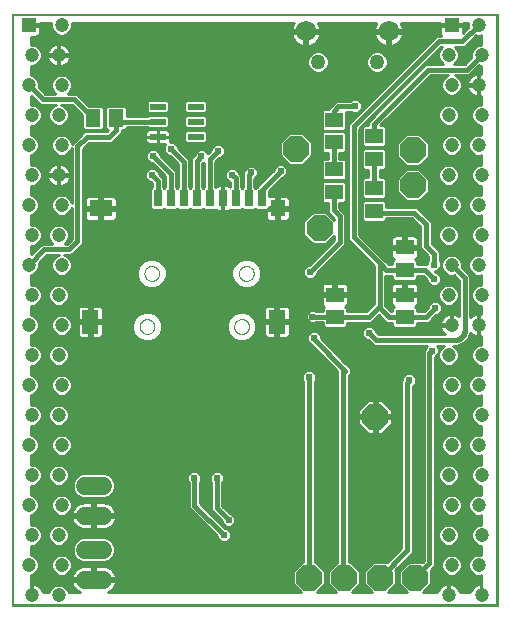
<source format=gbl>
G75*
%MOIN*%
%OFA0B0*%
%FSLAX25Y25*%
%IPPOS*%
%LPD*%
%AMOC8*
5,1,8,0,0,1.08239X$1,22.5*
%
%ADD10C,0.00000*%
%ADD11C,0.06791*%
%ADD12C,0.05020*%
%ADD13R,0.02756X0.05512*%
%ADD14R,0.05512X0.07874*%
%ADD15R,0.05039X0.05512*%
%ADD16R,0.07677X0.05512*%
%ADD17R,0.05118X0.05906*%
%ADD18R,0.05236X0.02087*%
%ADD19OC8,0.08500*%
%ADD20R,0.05906X0.05118*%
%ADD21C,0.06000*%
%ADD22C,0.00500*%
%ADD23C,0.04724*%
%ADD24R,0.04724X0.04724*%
%ADD25C,0.01000*%
%ADD26C,0.02400*%
%ADD27C,0.01600*%
D10*
X0020570Y0001467D02*
X0020570Y0198711D01*
X0182381Y0198711D01*
X0182381Y0001467D01*
X0020570Y0001467D01*
X0020570Y0001861D02*
X0181987Y0001861D01*
X0181987Y0009341D01*
X0094487Y0094578D02*
X0094489Y0094677D01*
X0094495Y0094776D01*
X0094505Y0094875D01*
X0094519Y0094973D01*
X0094537Y0095070D01*
X0094559Y0095167D01*
X0094584Y0095263D01*
X0094614Y0095357D01*
X0094647Y0095451D01*
X0094684Y0095543D01*
X0094725Y0095633D01*
X0094769Y0095722D01*
X0094817Y0095808D01*
X0094868Y0095893D01*
X0094923Y0095976D01*
X0094981Y0096056D01*
X0095042Y0096134D01*
X0095106Y0096210D01*
X0095173Y0096283D01*
X0095243Y0096353D01*
X0095316Y0096420D01*
X0095392Y0096484D01*
X0095470Y0096545D01*
X0095550Y0096603D01*
X0095633Y0096658D01*
X0095717Y0096709D01*
X0095804Y0096757D01*
X0095893Y0096801D01*
X0095983Y0096842D01*
X0096075Y0096879D01*
X0096169Y0096912D01*
X0096263Y0096942D01*
X0096359Y0096967D01*
X0096456Y0096989D01*
X0096553Y0097007D01*
X0096651Y0097021D01*
X0096750Y0097031D01*
X0096849Y0097037D01*
X0096948Y0097039D01*
X0097047Y0097037D01*
X0097146Y0097031D01*
X0097245Y0097021D01*
X0097343Y0097007D01*
X0097440Y0096989D01*
X0097537Y0096967D01*
X0097633Y0096942D01*
X0097727Y0096912D01*
X0097821Y0096879D01*
X0097913Y0096842D01*
X0098003Y0096801D01*
X0098092Y0096757D01*
X0098178Y0096709D01*
X0098263Y0096658D01*
X0098346Y0096603D01*
X0098426Y0096545D01*
X0098504Y0096484D01*
X0098580Y0096420D01*
X0098653Y0096353D01*
X0098723Y0096283D01*
X0098790Y0096210D01*
X0098854Y0096134D01*
X0098915Y0096056D01*
X0098973Y0095976D01*
X0099028Y0095893D01*
X0099079Y0095809D01*
X0099127Y0095722D01*
X0099171Y0095633D01*
X0099212Y0095543D01*
X0099249Y0095451D01*
X0099282Y0095357D01*
X0099312Y0095263D01*
X0099337Y0095167D01*
X0099359Y0095070D01*
X0099377Y0094973D01*
X0099391Y0094875D01*
X0099401Y0094776D01*
X0099407Y0094677D01*
X0099409Y0094578D01*
X0099407Y0094479D01*
X0099401Y0094380D01*
X0099391Y0094281D01*
X0099377Y0094183D01*
X0099359Y0094086D01*
X0099337Y0093989D01*
X0099312Y0093893D01*
X0099282Y0093799D01*
X0099249Y0093705D01*
X0099212Y0093613D01*
X0099171Y0093523D01*
X0099127Y0093434D01*
X0099079Y0093348D01*
X0099028Y0093263D01*
X0098973Y0093180D01*
X0098915Y0093100D01*
X0098854Y0093022D01*
X0098790Y0092946D01*
X0098723Y0092873D01*
X0098653Y0092803D01*
X0098580Y0092736D01*
X0098504Y0092672D01*
X0098426Y0092611D01*
X0098346Y0092553D01*
X0098263Y0092498D01*
X0098179Y0092447D01*
X0098092Y0092399D01*
X0098003Y0092355D01*
X0097913Y0092314D01*
X0097821Y0092277D01*
X0097727Y0092244D01*
X0097633Y0092214D01*
X0097537Y0092189D01*
X0097440Y0092167D01*
X0097343Y0092149D01*
X0097245Y0092135D01*
X0097146Y0092125D01*
X0097047Y0092119D01*
X0096948Y0092117D01*
X0096849Y0092119D01*
X0096750Y0092125D01*
X0096651Y0092135D01*
X0096553Y0092149D01*
X0096456Y0092167D01*
X0096359Y0092189D01*
X0096263Y0092214D01*
X0096169Y0092244D01*
X0096075Y0092277D01*
X0095983Y0092314D01*
X0095893Y0092355D01*
X0095804Y0092399D01*
X0095718Y0092447D01*
X0095633Y0092498D01*
X0095550Y0092553D01*
X0095470Y0092611D01*
X0095392Y0092672D01*
X0095316Y0092736D01*
X0095243Y0092803D01*
X0095173Y0092873D01*
X0095106Y0092946D01*
X0095042Y0093022D01*
X0094981Y0093100D01*
X0094923Y0093180D01*
X0094868Y0093263D01*
X0094817Y0093347D01*
X0094769Y0093434D01*
X0094725Y0093523D01*
X0094684Y0093613D01*
X0094647Y0093705D01*
X0094614Y0093799D01*
X0094584Y0093893D01*
X0094559Y0093989D01*
X0094537Y0094086D01*
X0094519Y0094183D01*
X0094505Y0094281D01*
X0094495Y0094380D01*
X0094489Y0094479D01*
X0094487Y0094578D01*
X0096061Y0112294D02*
X0096063Y0112393D01*
X0096069Y0112492D01*
X0096079Y0112591D01*
X0096093Y0112689D01*
X0096111Y0112786D01*
X0096133Y0112883D01*
X0096158Y0112979D01*
X0096188Y0113073D01*
X0096221Y0113167D01*
X0096258Y0113259D01*
X0096299Y0113349D01*
X0096343Y0113438D01*
X0096391Y0113524D01*
X0096442Y0113609D01*
X0096497Y0113692D01*
X0096555Y0113772D01*
X0096616Y0113850D01*
X0096680Y0113926D01*
X0096747Y0113999D01*
X0096817Y0114069D01*
X0096890Y0114136D01*
X0096966Y0114200D01*
X0097044Y0114261D01*
X0097124Y0114319D01*
X0097207Y0114374D01*
X0097291Y0114425D01*
X0097378Y0114473D01*
X0097467Y0114517D01*
X0097557Y0114558D01*
X0097649Y0114595D01*
X0097743Y0114628D01*
X0097837Y0114658D01*
X0097933Y0114683D01*
X0098030Y0114705D01*
X0098127Y0114723D01*
X0098225Y0114737D01*
X0098324Y0114747D01*
X0098423Y0114753D01*
X0098522Y0114755D01*
X0098621Y0114753D01*
X0098720Y0114747D01*
X0098819Y0114737D01*
X0098917Y0114723D01*
X0099014Y0114705D01*
X0099111Y0114683D01*
X0099207Y0114658D01*
X0099301Y0114628D01*
X0099395Y0114595D01*
X0099487Y0114558D01*
X0099577Y0114517D01*
X0099666Y0114473D01*
X0099752Y0114425D01*
X0099837Y0114374D01*
X0099920Y0114319D01*
X0100000Y0114261D01*
X0100078Y0114200D01*
X0100154Y0114136D01*
X0100227Y0114069D01*
X0100297Y0113999D01*
X0100364Y0113926D01*
X0100428Y0113850D01*
X0100489Y0113772D01*
X0100547Y0113692D01*
X0100602Y0113609D01*
X0100653Y0113525D01*
X0100701Y0113438D01*
X0100745Y0113349D01*
X0100786Y0113259D01*
X0100823Y0113167D01*
X0100856Y0113073D01*
X0100886Y0112979D01*
X0100911Y0112883D01*
X0100933Y0112786D01*
X0100951Y0112689D01*
X0100965Y0112591D01*
X0100975Y0112492D01*
X0100981Y0112393D01*
X0100983Y0112294D01*
X0100981Y0112195D01*
X0100975Y0112096D01*
X0100965Y0111997D01*
X0100951Y0111899D01*
X0100933Y0111802D01*
X0100911Y0111705D01*
X0100886Y0111609D01*
X0100856Y0111515D01*
X0100823Y0111421D01*
X0100786Y0111329D01*
X0100745Y0111239D01*
X0100701Y0111150D01*
X0100653Y0111064D01*
X0100602Y0110979D01*
X0100547Y0110896D01*
X0100489Y0110816D01*
X0100428Y0110738D01*
X0100364Y0110662D01*
X0100297Y0110589D01*
X0100227Y0110519D01*
X0100154Y0110452D01*
X0100078Y0110388D01*
X0100000Y0110327D01*
X0099920Y0110269D01*
X0099837Y0110214D01*
X0099753Y0110163D01*
X0099666Y0110115D01*
X0099577Y0110071D01*
X0099487Y0110030D01*
X0099395Y0109993D01*
X0099301Y0109960D01*
X0099207Y0109930D01*
X0099111Y0109905D01*
X0099014Y0109883D01*
X0098917Y0109865D01*
X0098819Y0109851D01*
X0098720Y0109841D01*
X0098621Y0109835D01*
X0098522Y0109833D01*
X0098423Y0109835D01*
X0098324Y0109841D01*
X0098225Y0109851D01*
X0098127Y0109865D01*
X0098030Y0109883D01*
X0097933Y0109905D01*
X0097837Y0109930D01*
X0097743Y0109960D01*
X0097649Y0109993D01*
X0097557Y0110030D01*
X0097467Y0110071D01*
X0097378Y0110115D01*
X0097292Y0110163D01*
X0097207Y0110214D01*
X0097124Y0110269D01*
X0097044Y0110327D01*
X0096966Y0110388D01*
X0096890Y0110452D01*
X0096817Y0110519D01*
X0096747Y0110589D01*
X0096680Y0110662D01*
X0096616Y0110738D01*
X0096555Y0110816D01*
X0096497Y0110896D01*
X0096442Y0110979D01*
X0096391Y0111063D01*
X0096343Y0111150D01*
X0096299Y0111239D01*
X0096258Y0111329D01*
X0096221Y0111421D01*
X0096188Y0111515D01*
X0096158Y0111609D01*
X0096133Y0111705D01*
X0096111Y0111802D01*
X0096093Y0111899D01*
X0096079Y0111997D01*
X0096069Y0112096D01*
X0096063Y0112195D01*
X0096061Y0112294D01*
X0064565Y0112294D02*
X0064567Y0112393D01*
X0064573Y0112492D01*
X0064583Y0112591D01*
X0064597Y0112689D01*
X0064615Y0112786D01*
X0064637Y0112883D01*
X0064662Y0112979D01*
X0064692Y0113073D01*
X0064725Y0113167D01*
X0064762Y0113259D01*
X0064803Y0113349D01*
X0064847Y0113438D01*
X0064895Y0113524D01*
X0064946Y0113609D01*
X0065001Y0113692D01*
X0065059Y0113772D01*
X0065120Y0113850D01*
X0065184Y0113926D01*
X0065251Y0113999D01*
X0065321Y0114069D01*
X0065394Y0114136D01*
X0065470Y0114200D01*
X0065548Y0114261D01*
X0065628Y0114319D01*
X0065711Y0114374D01*
X0065795Y0114425D01*
X0065882Y0114473D01*
X0065971Y0114517D01*
X0066061Y0114558D01*
X0066153Y0114595D01*
X0066247Y0114628D01*
X0066341Y0114658D01*
X0066437Y0114683D01*
X0066534Y0114705D01*
X0066631Y0114723D01*
X0066729Y0114737D01*
X0066828Y0114747D01*
X0066927Y0114753D01*
X0067026Y0114755D01*
X0067125Y0114753D01*
X0067224Y0114747D01*
X0067323Y0114737D01*
X0067421Y0114723D01*
X0067518Y0114705D01*
X0067615Y0114683D01*
X0067711Y0114658D01*
X0067805Y0114628D01*
X0067899Y0114595D01*
X0067991Y0114558D01*
X0068081Y0114517D01*
X0068170Y0114473D01*
X0068256Y0114425D01*
X0068341Y0114374D01*
X0068424Y0114319D01*
X0068504Y0114261D01*
X0068582Y0114200D01*
X0068658Y0114136D01*
X0068731Y0114069D01*
X0068801Y0113999D01*
X0068868Y0113926D01*
X0068932Y0113850D01*
X0068993Y0113772D01*
X0069051Y0113692D01*
X0069106Y0113609D01*
X0069157Y0113525D01*
X0069205Y0113438D01*
X0069249Y0113349D01*
X0069290Y0113259D01*
X0069327Y0113167D01*
X0069360Y0113073D01*
X0069390Y0112979D01*
X0069415Y0112883D01*
X0069437Y0112786D01*
X0069455Y0112689D01*
X0069469Y0112591D01*
X0069479Y0112492D01*
X0069485Y0112393D01*
X0069487Y0112294D01*
X0069485Y0112195D01*
X0069479Y0112096D01*
X0069469Y0111997D01*
X0069455Y0111899D01*
X0069437Y0111802D01*
X0069415Y0111705D01*
X0069390Y0111609D01*
X0069360Y0111515D01*
X0069327Y0111421D01*
X0069290Y0111329D01*
X0069249Y0111239D01*
X0069205Y0111150D01*
X0069157Y0111064D01*
X0069106Y0110979D01*
X0069051Y0110896D01*
X0068993Y0110816D01*
X0068932Y0110738D01*
X0068868Y0110662D01*
X0068801Y0110589D01*
X0068731Y0110519D01*
X0068658Y0110452D01*
X0068582Y0110388D01*
X0068504Y0110327D01*
X0068424Y0110269D01*
X0068341Y0110214D01*
X0068257Y0110163D01*
X0068170Y0110115D01*
X0068081Y0110071D01*
X0067991Y0110030D01*
X0067899Y0109993D01*
X0067805Y0109960D01*
X0067711Y0109930D01*
X0067615Y0109905D01*
X0067518Y0109883D01*
X0067421Y0109865D01*
X0067323Y0109851D01*
X0067224Y0109841D01*
X0067125Y0109835D01*
X0067026Y0109833D01*
X0066927Y0109835D01*
X0066828Y0109841D01*
X0066729Y0109851D01*
X0066631Y0109865D01*
X0066534Y0109883D01*
X0066437Y0109905D01*
X0066341Y0109930D01*
X0066247Y0109960D01*
X0066153Y0109993D01*
X0066061Y0110030D01*
X0065971Y0110071D01*
X0065882Y0110115D01*
X0065796Y0110163D01*
X0065711Y0110214D01*
X0065628Y0110269D01*
X0065548Y0110327D01*
X0065470Y0110388D01*
X0065394Y0110452D01*
X0065321Y0110519D01*
X0065251Y0110589D01*
X0065184Y0110662D01*
X0065120Y0110738D01*
X0065059Y0110816D01*
X0065001Y0110896D01*
X0064946Y0110979D01*
X0064895Y0111063D01*
X0064847Y0111150D01*
X0064803Y0111239D01*
X0064762Y0111329D01*
X0064725Y0111421D01*
X0064692Y0111515D01*
X0064662Y0111609D01*
X0064637Y0111705D01*
X0064615Y0111802D01*
X0064597Y0111899D01*
X0064583Y0111997D01*
X0064573Y0112096D01*
X0064567Y0112195D01*
X0064565Y0112294D01*
X0062990Y0094578D02*
X0062992Y0094677D01*
X0062998Y0094776D01*
X0063008Y0094875D01*
X0063022Y0094973D01*
X0063040Y0095070D01*
X0063062Y0095167D01*
X0063087Y0095263D01*
X0063117Y0095357D01*
X0063150Y0095451D01*
X0063187Y0095543D01*
X0063228Y0095633D01*
X0063272Y0095722D01*
X0063320Y0095808D01*
X0063371Y0095893D01*
X0063426Y0095976D01*
X0063484Y0096056D01*
X0063545Y0096134D01*
X0063609Y0096210D01*
X0063676Y0096283D01*
X0063746Y0096353D01*
X0063819Y0096420D01*
X0063895Y0096484D01*
X0063973Y0096545D01*
X0064053Y0096603D01*
X0064136Y0096658D01*
X0064220Y0096709D01*
X0064307Y0096757D01*
X0064396Y0096801D01*
X0064486Y0096842D01*
X0064578Y0096879D01*
X0064672Y0096912D01*
X0064766Y0096942D01*
X0064862Y0096967D01*
X0064959Y0096989D01*
X0065056Y0097007D01*
X0065154Y0097021D01*
X0065253Y0097031D01*
X0065352Y0097037D01*
X0065451Y0097039D01*
X0065550Y0097037D01*
X0065649Y0097031D01*
X0065748Y0097021D01*
X0065846Y0097007D01*
X0065943Y0096989D01*
X0066040Y0096967D01*
X0066136Y0096942D01*
X0066230Y0096912D01*
X0066324Y0096879D01*
X0066416Y0096842D01*
X0066506Y0096801D01*
X0066595Y0096757D01*
X0066681Y0096709D01*
X0066766Y0096658D01*
X0066849Y0096603D01*
X0066929Y0096545D01*
X0067007Y0096484D01*
X0067083Y0096420D01*
X0067156Y0096353D01*
X0067226Y0096283D01*
X0067293Y0096210D01*
X0067357Y0096134D01*
X0067418Y0096056D01*
X0067476Y0095976D01*
X0067531Y0095893D01*
X0067582Y0095809D01*
X0067630Y0095722D01*
X0067674Y0095633D01*
X0067715Y0095543D01*
X0067752Y0095451D01*
X0067785Y0095357D01*
X0067815Y0095263D01*
X0067840Y0095167D01*
X0067862Y0095070D01*
X0067880Y0094973D01*
X0067894Y0094875D01*
X0067904Y0094776D01*
X0067910Y0094677D01*
X0067912Y0094578D01*
X0067910Y0094479D01*
X0067904Y0094380D01*
X0067894Y0094281D01*
X0067880Y0094183D01*
X0067862Y0094086D01*
X0067840Y0093989D01*
X0067815Y0093893D01*
X0067785Y0093799D01*
X0067752Y0093705D01*
X0067715Y0093613D01*
X0067674Y0093523D01*
X0067630Y0093434D01*
X0067582Y0093348D01*
X0067531Y0093263D01*
X0067476Y0093180D01*
X0067418Y0093100D01*
X0067357Y0093022D01*
X0067293Y0092946D01*
X0067226Y0092873D01*
X0067156Y0092803D01*
X0067083Y0092736D01*
X0067007Y0092672D01*
X0066929Y0092611D01*
X0066849Y0092553D01*
X0066766Y0092498D01*
X0066682Y0092447D01*
X0066595Y0092399D01*
X0066506Y0092355D01*
X0066416Y0092314D01*
X0066324Y0092277D01*
X0066230Y0092244D01*
X0066136Y0092214D01*
X0066040Y0092189D01*
X0065943Y0092167D01*
X0065846Y0092149D01*
X0065748Y0092135D01*
X0065649Y0092125D01*
X0065550Y0092119D01*
X0065451Y0092117D01*
X0065352Y0092119D01*
X0065253Y0092125D01*
X0065154Y0092135D01*
X0065056Y0092149D01*
X0064959Y0092167D01*
X0064862Y0092189D01*
X0064766Y0092214D01*
X0064672Y0092244D01*
X0064578Y0092277D01*
X0064486Y0092314D01*
X0064396Y0092355D01*
X0064307Y0092399D01*
X0064221Y0092447D01*
X0064136Y0092498D01*
X0064053Y0092553D01*
X0063973Y0092611D01*
X0063895Y0092672D01*
X0063819Y0092736D01*
X0063746Y0092803D01*
X0063676Y0092873D01*
X0063609Y0092946D01*
X0063545Y0093022D01*
X0063484Y0093100D01*
X0063426Y0093180D01*
X0063371Y0093263D01*
X0063320Y0093347D01*
X0063272Y0093434D01*
X0063228Y0093523D01*
X0063187Y0093613D01*
X0063150Y0093705D01*
X0063117Y0093799D01*
X0063087Y0093893D01*
X0063062Y0093989D01*
X0063040Y0094086D01*
X0063022Y0094183D01*
X0063008Y0094281D01*
X0062998Y0094380D01*
X0062992Y0094479D01*
X0062990Y0094578D01*
D11*
X0118404Y0193003D03*
X0145963Y0193003D03*
D12*
X0142026Y0182668D03*
X0122341Y0182668D03*
D13*
X0103640Y0137373D03*
X0099310Y0137373D03*
X0094979Y0137373D03*
X0090648Y0137373D03*
X0086318Y0137373D03*
X0081987Y0137373D03*
X0077656Y0137373D03*
X0073325Y0137373D03*
X0068995Y0137373D03*
D14*
X0046554Y0096152D03*
X0108759Y0096152D03*
D15*
X0108995Y0133948D03*
D16*
X0049999Y0133948D03*
D17*
X0047538Y0164066D03*
X0055018Y0164066D03*
D18*
X0068994Y0162885D03*
X0068994Y0167885D03*
X0068994Y0157885D03*
X0081594Y0157885D03*
X0081594Y0162885D03*
X0081594Y0167885D03*
D19*
X0115058Y0153830D03*
X0122932Y0127452D03*
X0154034Y0141625D03*
X0154034Y0153436D03*
X0141436Y0064459D03*
X0143010Y0010916D03*
X0131199Y0010916D03*
X0119388Y0010916D03*
X0154822Y0010916D03*
D20*
X0151278Y0097727D03*
X0151278Y0105207D03*
X0151278Y0113475D03*
X0151278Y0120956D03*
X0141042Y0133160D03*
X0141042Y0140641D03*
X0141042Y0150483D03*
X0141042Y0157963D03*
X0127656Y0155995D03*
X0127656Y0163475D03*
X0127656Y0146940D03*
X0127656Y0139459D03*
X0128050Y0105207D03*
X0128050Y0097727D03*
D21*
X0050735Y0041507D02*
X0044735Y0041507D01*
X0044735Y0031507D02*
X0050735Y0031507D01*
X0050735Y0020247D02*
X0044735Y0020247D01*
X0044735Y0010247D02*
X0050735Y0010247D01*
D22*
X0020727Y0001625D02*
X0020727Y0198475D01*
X0182144Y0198475D01*
X0182144Y0001625D01*
X0020727Y0001625D01*
D23*
X0026936Y0005050D03*
X0035936Y0005050D03*
X0036936Y0015050D03*
X0035936Y0025050D03*
X0026936Y0025050D03*
X0025936Y0015050D03*
X0025936Y0035050D03*
X0026936Y0045050D03*
X0035936Y0045050D03*
X0036936Y0035050D03*
X0036936Y0055050D03*
X0035936Y0065050D03*
X0026936Y0065050D03*
X0025936Y0055050D03*
X0025936Y0075050D03*
X0026936Y0085050D03*
X0035936Y0085050D03*
X0036936Y0075050D03*
X0036936Y0095050D03*
X0035936Y0105050D03*
X0036936Y0115050D03*
X0035936Y0125050D03*
X0026936Y0125050D03*
X0025936Y0115050D03*
X0026936Y0105050D03*
X0025936Y0095050D03*
X0025936Y0135050D03*
X0026936Y0145050D03*
X0035936Y0145050D03*
X0036936Y0135050D03*
X0036936Y0155050D03*
X0035936Y0165050D03*
X0026936Y0165050D03*
X0025936Y0155050D03*
X0025936Y0175050D03*
X0026936Y0185050D03*
X0035936Y0185050D03*
X0036936Y0175050D03*
X0036936Y0195050D03*
X0165936Y0185050D03*
X0166936Y0175050D03*
X0175936Y0175050D03*
X0176936Y0185050D03*
X0175936Y0195050D03*
X0176936Y0165050D03*
X0175936Y0155050D03*
X0166936Y0155050D03*
X0165936Y0145050D03*
X0166936Y0135050D03*
X0175936Y0135050D03*
X0176936Y0125050D03*
X0175936Y0115050D03*
X0166936Y0115050D03*
X0165936Y0105050D03*
X0166936Y0095050D03*
X0175936Y0095050D03*
X0176936Y0085050D03*
X0175936Y0075050D03*
X0166936Y0075050D03*
X0165936Y0065050D03*
X0166936Y0055050D03*
X0175936Y0055050D03*
X0176936Y0045050D03*
X0175936Y0035050D03*
X0166936Y0035050D03*
X0165936Y0045050D03*
X0165936Y0025050D03*
X0166936Y0015050D03*
X0175936Y0015050D03*
X0176936Y0005050D03*
X0165936Y0005050D03*
X0176936Y0025050D03*
X0176936Y0065050D03*
X0165936Y0085050D03*
X0176936Y0105050D03*
X0165936Y0125050D03*
X0176936Y0145050D03*
X0165936Y0165050D03*
D24*
X0166936Y0195050D03*
X0025936Y0195050D03*
D25*
X0026908Y0195337D02*
X0029798Y0195337D01*
X0029798Y0195725D01*
X0033473Y0195725D01*
X0033473Y0194361D01*
X0034001Y0193089D01*
X0034975Y0192115D01*
X0036247Y0191588D01*
X0037624Y0191588D01*
X0038897Y0192115D01*
X0039871Y0193089D01*
X0040398Y0194361D01*
X0040398Y0195725D01*
X0114331Y0195725D01*
X0114217Y0195569D01*
X0113867Y0194882D01*
X0113629Y0194149D01*
X0113527Y0193503D01*
X0117904Y0193503D01*
X0117904Y0192503D01*
X0113527Y0192503D01*
X0113629Y0191856D01*
X0113867Y0191123D01*
X0114217Y0190437D01*
X0114670Y0189813D01*
X0115215Y0189269D01*
X0115838Y0188816D01*
X0116525Y0188466D01*
X0117258Y0188228D01*
X0117904Y0188125D01*
X0117904Y0192503D01*
X0118904Y0192503D01*
X0118904Y0193503D01*
X0123282Y0193503D01*
X0123179Y0194149D01*
X0122941Y0194882D01*
X0122591Y0195569D01*
X0122478Y0195725D01*
X0141890Y0195725D01*
X0141776Y0195569D01*
X0141426Y0194882D01*
X0141188Y0194149D01*
X0141086Y0193503D01*
X0145463Y0193503D01*
X0145463Y0192503D01*
X0141086Y0192503D01*
X0141188Y0191856D01*
X0141426Y0191123D01*
X0141776Y0190437D01*
X0142229Y0189813D01*
X0142774Y0189269D01*
X0143397Y0188816D01*
X0144084Y0188466D01*
X0144817Y0188228D01*
X0145463Y0188125D01*
X0145463Y0192503D01*
X0146463Y0192503D01*
X0146463Y0188125D01*
X0147110Y0188228D01*
X0147843Y0188466D01*
X0148529Y0188816D01*
X0149153Y0189269D01*
X0149697Y0189813D01*
X0150150Y0190437D01*
X0150500Y0191123D01*
X0150738Y0191856D01*
X0150841Y0192503D01*
X0146463Y0192503D01*
X0146463Y0193503D01*
X0150841Y0193503D01*
X0150738Y0194149D01*
X0150500Y0194882D01*
X0150150Y0195569D01*
X0150037Y0195725D01*
X0163073Y0195725D01*
X0163073Y0195337D01*
X0166648Y0195337D01*
X0166648Y0194763D01*
X0163073Y0194763D01*
X0163073Y0192490D01*
X0163176Y0192109D01*
X0163373Y0191767D01*
X0163584Y0191556D01*
X0161909Y0191556D01*
X0160796Y0190443D01*
X0133562Y0163210D01*
X0132449Y0162097D01*
X0132449Y0123515D01*
X0133562Y0122402D01*
X0133562Y0122402D01*
X0141110Y0114854D01*
X0141110Y0102254D01*
X0138483Y0099627D01*
X0132103Y0099627D01*
X0132103Y0100742D01*
X0131589Y0101255D01*
X0131924Y0101448D01*
X0132203Y0101727D01*
X0132400Y0102069D01*
X0132503Y0102451D01*
X0132503Y0104707D01*
X0128550Y0104707D01*
X0128550Y0105707D01*
X0132503Y0105707D01*
X0132503Y0107964D01*
X0132400Y0108346D01*
X0132203Y0108688D01*
X0131924Y0108967D01*
X0131582Y0109164D01*
X0131200Y0109267D01*
X0128550Y0109267D01*
X0128550Y0105708D01*
X0127550Y0105708D01*
X0127550Y0109267D01*
X0124900Y0109267D01*
X0124518Y0109164D01*
X0124176Y0108967D01*
X0123897Y0108688D01*
X0123699Y0108346D01*
X0123597Y0107964D01*
X0123597Y0105707D01*
X0127550Y0105707D01*
X0127550Y0104707D01*
X0123597Y0104707D01*
X0123597Y0102451D01*
X0123699Y0102069D01*
X0123897Y0101727D01*
X0124176Y0101448D01*
X0124510Y0101255D01*
X0123997Y0100742D01*
X0123997Y0099824D01*
X0121922Y0099824D01*
X0121522Y0100224D01*
X0119617Y0100224D01*
X0118270Y0098877D01*
X0118270Y0096971D01*
X0119617Y0095624D01*
X0121522Y0095624D01*
X0121922Y0096024D01*
X0123997Y0096024D01*
X0123997Y0094712D01*
X0124641Y0094068D01*
X0131458Y0094068D01*
X0132103Y0094712D01*
X0132103Y0095827D01*
X0140057Y0095827D01*
X0142617Y0098387D01*
X0145176Y0095827D01*
X0147225Y0095827D01*
X0147225Y0094712D01*
X0147870Y0094068D01*
X0154687Y0094068D01*
X0155331Y0094712D01*
X0155331Y0095827D01*
X0159349Y0095827D01*
X0160462Y0096940D01*
X0161901Y0098380D01*
X0162467Y0098380D01*
X0163814Y0099727D01*
X0163814Y0101633D01*
X0162467Y0102980D01*
X0160562Y0102980D01*
X0159214Y0101633D01*
X0159214Y0101067D01*
X0157775Y0099627D01*
X0155331Y0099627D01*
X0155331Y0100742D01*
X0154818Y0101255D01*
X0155152Y0101448D01*
X0155431Y0101727D01*
X0155629Y0102069D01*
X0155731Y0102451D01*
X0155731Y0104707D01*
X0151778Y0104707D01*
X0151778Y0105707D01*
X0155731Y0105707D01*
X0155731Y0107964D01*
X0155629Y0108346D01*
X0155431Y0108688D01*
X0155152Y0108967D01*
X0154810Y0109164D01*
X0154428Y0109267D01*
X0151778Y0109267D01*
X0151778Y0105708D01*
X0150778Y0105708D01*
X0150778Y0109267D01*
X0148128Y0109267D01*
X0147746Y0109164D01*
X0147404Y0108967D01*
X0147125Y0108688D01*
X0146928Y0108346D01*
X0146825Y0107964D01*
X0146825Y0105707D01*
X0150778Y0105707D01*
X0150778Y0104707D01*
X0146825Y0104707D01*
X0146825Y0102451D01*
X0146928Y0102069D01*
X0147125Y0101727D01*
X0147404Y0101448D01*
X0147739Y0101255D01*
X0147225Y0100742D01*
X0147225Y0099627D01*
X0146750Y0099627D01*
X0144910Y0101467D01*
X0144910Y0111575D01*
X0147225Y0111575D01*
X0147225Y0110460D01*
X0147870Y0109816D01*
X0154687Y0109816D01*
X0155331Y0110460D01*
X0155331Y0111575D01*
X0157381Y0111575D01*
X0158821Y0110135D01*
X0158821Y0109570D01*
X0160168Y0108222D01*
X0162073Y0108222D01*
X0163421Y0109570D01*
X0163421Y0111475D01*
X0162073Y0112822D01*
X0161508Y0112822D01*
X0161383Y0112947D01*
X0162073Y0112947D01*
X0163421Y0114294D01*
X0163421Y0116200D01*
X0163021Y0116600D01*
X0163021Y0119577D01*
X0160265Y0122333D01*
X0160265Y0129420D01*
X0156328Y0133357D01*
X0155215Y0134470D01*
X0145095Y0134470D01*
X0145095Y0136175D01*
X0144450Y0136819D01*
X0137634Y0136819D01*
X0136989Y0136175D01*
X0136989Y0130146D01*
X0137634Y0129501D01*
X0144450Y0129501D01*
X0145095Y0130146D01*
X0145095Y0130670D01*
X0153641Y0130670D01*
X0156465Y0127846D01*
X0156465Y0120759D01*
X0157578Y0119646D01*
X0159221Y0118003D01*
X0159221Y0116600D01*
X0158821Y0116200D01*
X0158821Y0115375D01*
X0155331Y0115375D01*
X0155331Y0116490D01*
X0154818Y0117003D01*
X0155152Y0117196D01*
X0155431Y0117475D01*
X0155629Y0117817D01*
X0155731Y0118199D01*
X0155731Y0120456D01*
X0151778Y0120456D01*
X0151778Y0121455D01*
X0155731Y0121455D01*
X0155731Y0123712D01*
X0155629Y0124094D01*
X0155431Y0124436D01*
X0155152Y0124715D01*
X0154810Y0124912D01*
X0154428Y0125015D01*
X0151778Y0125015D01*
X0151778Y0121456D01*
X0150778Y0121456D01*
X0150778Y0125015D01*
X0148128Y0125015D01*
X0147746Y0124912D01*
X0147404Y0124715D01*
X0147125Y0124436D01*
X0146928Y0124094D01*
X0146825Y0123712D01*
X0146825Y0121455D01*
X0150778Y0121455D01*
X0150778Y0120456D01*
X0146825Y0120456D01*
X0146825Y0118199D01*
X0146928Y0117817D01*
X0147125Y0117475D01*
X0147404Y0117196D01*
X0147739Y0117003D01*
X0147225Y0116490D01*
X0147225Y0115375D01*
X0145963Y0115375D01*
X0144910Y0116428D01*
X0143797Y0117541D01*
X0136249Y0125089D01*
X0136249Y0160523D01*
X0163483Y0187756D01*
X0163746Y0187756D01*
X0163001Y0187011D01*
X0162473Y0185739D01*
X0162473Y0184361D01*
X0163001Y0183089D01*
X0163975Y0182115D01*
X0163992Y0182107D01*
X0158365Y0182107D01*
X0157252Y0180994D01*
X0139142Y0162884D01*
X0139142Y0161622D01*
X0137634Y0161622D01*
X0136989Y0160978D01*
X0136989Y0154949D01*
X0137634Y0154304D01*
X0144450Y0154304D01*
X0145095Y0154949D01*
X0145095Y0160978D01*
X0144450Y0161622D01*
X0143254Y0161622D01*
X0159939Y0178307D01*
X0165753Y0178307D01*
X0164975Y0177985D01*
X0164001Y0177011D01*
X0163473Y0175739D01*
X0163473Y0174361D01*
X0164001Y0173089D01*
X0164975Y0172115D01*
X0166247Y0171588D01*
X0167624Y0171588D01*
X0168897Y0172115D01*
X0169871Y0173089D01*
X0170398Y0174361D01*
X0170398Y0175739D01*
X0169871Y0177011D01*
X0168897Y0177985D01*
X0168119Y0178307D01*
X0172880Y0178307D01*
X0176186Y0181613D01*
X0176247Y0181588D01*
X0176908Y0181588D01*
X0176908Y0178794D01*
X0176316Y0178912D01*
X0176223Y0178912D01*
X0176223Y0175337D01*
X0175648Y0175337D01*
X0175648Y0174763D01*
X0172073Y0174763D01*
X0172073Y0174670D01*
X0172222Y0173923D01*
X0172513Y0173221D01*
X0172936Y0172588D01*
X0173474Y0172050D01*
X0174106Y0171627D01*
X0174809Y0171336D01*
X0175555Y0171188D01*
X0175648Y0171188D01*
X0175648Y0174763D01*
X0176223Y0174763D01*
X0176223Y0171188D01*
X0176316Y0171188D01*
X0176908Y0171306D01*
X0176908Y0168512D01*
X0176247Y0168512D01*
X0174975Y0167985D01*
X0174001Y0167011D01*
X0173473Y0165739D01*
X0173473Y0164361D01*
X0174001Y0163089D01*
X0174975Y0162115D01*
X0176247Y0161588D01*
X0176908Y0161588D01*
X0176908Y0158395D01*
X0176624Y0158512D01*
X0175247Y0158512D01*
X0173975Y0157985D01*
X0173001Y0157011D01*
X0172473Y0155739D01*
X0172473Y0154361D01*
X0173001Y0153089D01*
X0173975Y0152115D01*
X0175247Y0151588D01*
X0176624Y0151588D01*
X0176908Y0151705D01*
X0176908Y0148512D01*
X0176247Y0148512D01*
X0174975Y0147985D01*
X0174001Y0147011D01*
X0173473Y0145739D01*
X0173473Y0144361D01*
X0174001Y0143089D01*
X0174975Y0142115D01*
X0176247Y0141588D01*
X0176908Y0141588D01*
X0176908Y0138395D01*
X0176624Y0138512D01*
X0175247Y0138512D01*
X0173975Y0137985D01*
X0173001Y0137011D01*
X0172473Y0135739D01*
X0172473Y0134361D01*
X0173001Y0133089D01*
X0173975Y0132115D01*
X0175247Y0131588D01*
X0176624Y0131588D01*
X0176908Y0131705D01*
X0176908Y0128512D01*
X0176247Y0128512D01*
X0174975Y0127985D01*
X0174001Y0127011D01*
X0173473Y0125739D01*
X0173473Y0124361D01*
X0174001Y0123089D01*
X0174975Y0122115D01*
X0176247Y0121588D01*
X0176908Y0121588D01*
X0176908Y0118395D01*
X0176624Y0118512D01*
X0175247Y0118512D01*
X0173975Y0117985D01*
X0173001Y0117011D01*
X0172473Y0115739D01*
X0172473Y0114361D01*
X0173001Y0113089D01*
X0173975Y0112115D01*
X0175247Y0111588D01*
X0176624Y0111588D01*
X0176908Y0111705D01*
X0176908Y0108512D01*
X0176247Y0108512D01*
X0174975Y0107985D01*
X0174001Y0107011D01*
X0173473Y0105739D01*
X0173473Y0104361D01*
X0174001Y0103089D01*
X0174975Y0102115D01*
X0176247Y0101588D01*
X0176908Y0101588D01*
X0176908Y0098794D01*
X0176316Y0098912D01*
X0176223Y0098912D01*
X0176223Y0095337D01*
X0175648Y0095337D01*
X0175648Y0098912D01*
X0175555Y0098912D01*
X0174809Y0098764D01*
X0174106Y0098473D01*
X0173474Y0098050D01*
X0173257Y0097833D01*
X0173257Y0111416D01*
X0170373Y0114300D01*
X0170398Y0114361D01*
X0170398Y0115739D01*
X0169871Y0117011D01*
X0168897Y0117985D01*
X0167624Y0118512D01*
X0166247Y0118512D01*
X0164975Y0117985D01*
X0164001Y0117011D01*
X0163473Y0115739D01*
X0163473Y0114361D01*
X0164001Y0113089D01*
X0164975Y0112115D01*
X0166247Y0111588D01*
X0167624Y0111588D01*
X0167686Y0111613D01*
X0169457Y0109842D01*
X0169457Y0097991D01*
X0169398Y0098050D01*
X0168765Y0098473D01*
X0168062Y0098764D01*
X0167316Y0098912D01*
X0167223Y0098912D01*
X0167223Y0095337D01*
X0166648Y0095337D01*
X0166648Y0094763D01*
X0163073Y0094763D01*
X0163073Y0094670D01*
X0163222Y0093923D01*
X0163513Y0093221D01*
X0163936Y0092588D01*
X0164474Y0092050D01*
X0164623Y0091950D01*
X0142616Y0091950D01*
X0141767Y0092799D01*
X0141767Y0093365D01*
X0140420Y0094712D01*
X0138514Y0094712D01*
X0137167Y0093365D01*
X0137167Y0091460D01*
X0138514Y0090112D01*
X0139080Y0090112D01*
X0141042Y0088150D01*
X0158724Y0088150D01*
X0158033Y0087459D01*
X0158033Y0086894D01*
X0157646Y0086506D01*
X0157646Y0016428D01*
X0157261Y0016043D01*
X0157038Y0016266D01*
X0152605Y0016266D01*
X0149472Y0013132D01*
X0149472Y0008700D01*
X0152137Y0006034D01*
X0145695Y0006034D01*
X0148360Y0008700D01*
X0148360Y0013132D01*
X0148137Y0013356D01*
X0153966Y0019184D01*
X0153966Y0074524D01*
X0155153Y0075711D01*
X0155153Y0077617D01*
X0153806Y0078964D01*
X0151900Y0078964D01*
X0150553Y0077617D01*
X0150553Y0077051D01*
X0150166Y0076664D01*
X0150166Y0020758D01*
X0145450Y0016043D01*
X0145227Y0016266D01*
X0140794Y0016266D01*
X0137660Y0013132D01*
X0137660Y0008700D01*
X0140326Y0006034D01*
X0133884Y0006034D01*
X0136549Y0008700D01*
X0136549Y0013132D01*
X0133416Y0016266D01*
X0132706Y0016266D01*
X0132706Y0078239D01*
X0133493Y0079027D01*
X0133493Y0080601D01*
X0132706Y0081388D01*
X0131593Y0082501D01*
X0123263Y0090831D01*
X0123263Y0091790D01*
X0121916Y0093137D01*
X0120011Y0093137D01*
X0118663Y0091790D01*
X0118663Y0089885D01*
X0120011Y0088537D01*
X0120183Y0088537D01*
X0128906Y0079814D01*
X0128906Y0016188D01*
X0125849Y0013132D01*
X0125849Y0008700D01*
X0128515Y0006034D01*
X0122073Y0006034D01*
X0124738Y0008700D01*
X0124738Y0013132D01*
X0121604Y0016266D01*
X0121288Y0016266D01*
X0121288Y0076493D01*
X0121688Y0076893D01*
X0121688Y0078798D01*
X0120341Y0080145D01*
X0118436Y0080145D01*
X0117088Y0078798D01*
X0117088Y0076893D01*
X0117488Y0076493D01*
X0117488Y0016266D01*
X0117172Y0016266D01*
X0114038Y0013132D01*
X0114038Y0008700D01*
X0116704Y0006034D01*
X0052332Y0006034D01*
X0052462Y0006077D01*
X0053093Y0006398D01*
X0053666Y0006814D01*
X0054167Y0007315D01*
X0054584Y0007888D01*
X0054905Y0008519D01*
X0055124Y0009193D01*
X0055212Y0009747D01*
X0048235Y0009747D01*
X0048235Y0010747D01*
X0047235Y0010747D01*
X0047235Y0014747D01*
X0044381Y0014747D01*
X0043681Y0014636D01*
X0043007Y0014417D01*
X0042376Y0014096D01*
X0041803Y0013679D01*
X0041302Y0013178D01*
X0040886Y0012605D01*
X0040565Y0011974D01*
X0040346Y0011301D01*
X0040258Y0010747D01*
X0047235Y0010747D01*
X0047235Y0009747D01*
X0040258Y0009747D01*
X0040346Y0009193D01*
X0040565Y0008519D01*
X0040886Y0007888D01*
X0041302Y0007315D01*
X0041803Y0006814D01*
X0042376Y0006398D01*
X0043007Y0006077D01*
X0043138Y0006034D01*
X0039275Y0006034D01*
X0038871Y0007011D01*
X0037897Y0007985D01*
X0036624Y0008512D01*
X0035247Y0008512D01*
X0033975Y0007985D01*
X0033001Y0007011D01*
X0032596Y0006034D01*
X0030678Y0006034D01*
X0030649Y0006177D01*
X0030358Y0006879D01*
X0029936Y0007512D01*
X0029398Y0008050D01*
X0028765Y0008473D01*
X0028062Y0008764D01*
X0027316Y0008912D01*
X0027223Y0008912D01*
X0027223Y0006034D01*
X0026908Y0006034D01*
X0026908Y0011705D01*
X0027897Y0012115D01*
X0028871Y0013089D01*
X0029398Y0014361D01*
X0029398Y0015739D01*
X0028871Y0017011D01*
X0027897Y0017985D01*
X0026908Y0018395D01*
X0026908Y0021588D01*
X0027624Y0021588D01*
X0028897Y0022115D01*
X0029871Y0023089D01*
X0030398Y0024361D01*
X0030398Y0025739D01*
X0029871Y0027011D01*
X0028897Y0027985D01*
X0027624Y0028512D01*
X0026908Y0028512D01*
X0026908Y0031705D01*
X0027897Y0032115D01*
X0028871Y0033089D01*
X0029398Y0034361D01*
X0029398Y0035739D01*
X0028871Y0037011D01*
X0027897Y0037985D01*
X0026908Y0038395D01*
X0026908Y0041588D01*
X0027624Y0041588D01*
X0028897Y0042115D01*
X0029871Y0043089D01*
X0030398Y0044361D01*
X0030398Y0045739D01*
X0029871Y0047011D01*
X0028897Y0047985D01*
X0027624Y0048512D01*
X0026908Y0048512D01*
X0026908Y0051705D01*
X0027897Y0052115D01*
X0028871Y0053089D01*
X0029398Y0054361D01*
X0029398Y0055739D01*
X0028871Y0057011D01*
X0027897Y0057985D01*
X0026908Y0058395D01*
X0026908Y0061588D01*
X0027624Y0061588D01*
X0028897Y0062115D01*
X0029871Y0063089D01*
X0030398Y0064361D01*
X0030398Y0065739D01*
X0029871Y0067011D01*
X0028897Y0067985D01*
X0027624Y0068512D01*
X0026908Y0068512D01*
X0026908Y0071705D01*
X0027897Y0072115D01*
X0028871Y0073089D01*
X0029398Y0074361D01*
X0029398Y0075739D01*
X0028871Y0077011D01*
X0027897Y0077985D01*
X0026908Y0078395D01*
X0026908Y0081588D01*
X0027624Y0081588D01*
X0028897Y0082115D01*
X0029871Y0083089D01*
X0030398Y0084361D01*
X0030398Y0085739D01*
X0029871Y0087011D01*
X0028897Y0087985D01*
X0027624Y0088512D01*
X0026908Y0088512D01*
X0026908Y0091705D01*
X0027897Y0092115D01*
X0028871Y0093089D01*
X0029398Y0094361D01*
X0029398Y0095739D01*
X0028871Y0097011D01*
X0027897Y0097985D01*
X0026908Y0098395D01*
X0026908Y0101588D01*
X0027624Y0101588D01*
X0028897Y0102115D01*
X0029871Y0103089D01*
X0030398Y0104361D01*
X0030398Y0105739D01*
X0029871Y0107011D01*
X0028897Y0107985D01*
X0027624Y0108512D01*
X0026908Y0108512D01*
X0026908Y0111705D01*
X0027897Y0112115D01*
X0028871Y0113089D01*
X0029398Y0114361D01*
X0029398Y0115739D01*
X0029373Y0115800D01*
X0032038Y0118465D01*
X0036133Y0118465D01*
X0034975Y0117985D01*
X0034001Y0117011D01*
X0033473Y0115739D01*
X0033473Y0114361D01*
X0034001Y0113089D01*
X0034975Y0112115D01*
X0036247Y0111588D01*
X0037624Y0111588D01*
X0038897Y0112115D01*
X0039871Y0113089D01*
X0040398Y0114361D01*
X0040398Y0115739D01*
X0039871Y0117011D01*
X0038897Y0117985D01*
X0037738Y0118465D01*
X0040254Y0118465D01*
X0043010Y0121221D01*
X0044123Y0122334D01*
X0044123Y0153830D01*
X0046160Y0155867D01*
X0053640Y0155867D01*
X0056002Y0158229D01*
X0057115Y0159342D01*
X0057115Y0160013D01*
X0058033Y0160013D01*
X0058677Y0160657D01*
X0058677Y0160985D01*
X0065677Y0160985D01*
X0065920Y0160741D01*
X0072068Y0160741D01*
X0072712Y0161386D01*
X0072712Y0164384D01*
X0072068Y0165028D01*
X0065920Y0165028D01*
X0065677Y0164785D01*
X0058677Y0164785D01*
X0058677Y0167474D01*
X0058033Y0168118D01*
X0052004Y0168118D01*
X0051359Y0167474D01*
X0051359Y0160657D01*
X0052004Y0160013D01*
X0052412Y0160013D01*
X0052066Y0159667D01*
X0044586Y0159667D01*
X0043473Y0158554D01*
X0040398Y0155479D01*
X0040398Y0155739D01*
X0039871Y0157011D01*
X0038897Y0157985D01*
X0037624Y0158512D01*
X0036247Y0158512D01*
X0034975Y0157985D01*
X0034001Y0157011D01*
X0033473Y0155739D01*
X0033473Y0154361D01*
X0034001Y0153089D01*
X0034975Y0152115D01*
X0036247Y0151588D01*
X0037624Y0151588D01*
X0038897Y0152115D01*
X0039871Y0153089D01*
X0040323Y0154181D01*
X0040323Y0135919D01*
X0039871Y0137011D01*
X0038897Y0137985D01*
X0037624Y0138512D01*
X0036247Y0138512D01*
X0034975Y0137985D01*
X0034001Y0137011D01*
X0033473Y0135739D01*
X0033473Y0134361D01*
X0034001Y0133089D01*
X0034975Y0132115D01*
X0036247Y0131588D01*
X0037624Y0131588D01*
X0038897Y0132115D01*
X0039871Y0133089D01*
X0040323Y0134181D01*
X0040323Y0123908D01*
X0038680Y0122265D01*
X0038047Y0122265D01*
X0038871Y0123089D01*
X0039398Y0124361D01*
X0039398Y0125739D01*
X0038871Y0127011D01*
X0037897Y0127985D01*
X0036624Y0128512D01*
X0035247Y0128512D01*
X0033975Y0127985D01*
X0033001Y0127011D01*
X0032473Y0125739D01*
X0032473Y0124361D01*
X0033001Y0123089D01*
X0033824Y0122265D01*
X0030464Y0122265D01*
X0026908Y0118709D01*
X0026908Y0121588D01*
X0027624Y0121588D01*
X0028897Y0122115D01*
X0029871Y0123089D01*
X0030398Y0124361D01*
X0030398Y0125739D01*
X0029871Y0127011D01*
X0028897Y0127985D01*
X0027624Y0128512D01*
X0026908Y0128512D01*
X0026908Y0131705D01*
X0027897Y0132115D01*
X0028871Y0133089D01*
X0029398Y0134361D01*
X0029398Y0135739D01*
X0028871Y0137011D01*
X0027897Y0137985D01*
X0026908Y0138395D01*
X0026908Y0141588D01*
X0027624Y0141588D01*
X0028897Y0142115D01*
X0029871Y0143089D01*
X0030398Y0144361D01*
X0030398Y0145739D01*
X0029871Y0147011D01*
X0028897Y0147985D01*
X0027624Y0148512D01*
X0026908Y0148512D01*
X0026908Y0151705D01*
X0027897Y0152115D01*
X0028871Y0153089D01*
X0029398Y0154361D01*
X0029398Y0155739D01*
X0028871Y0157011D01*
X0027897Y0157985D01*
X0026908Y0158395D01*
X0026908Y0161588D01*
X0027624Y0161588D01*
X0028897Y0162115D01*
X0029871Y0163089D01*
X0030398Y0164361D01*
X0030398Y0165739D01*
X0029871Y0167011D01*
X0028897Y0167985D01*
X0027624Y0168512D01*
X0026908Y0168512D01*
X0026908Y0171391D01*
X0029834Y0168465D01*
X0035133Y0168465D01*
X0033975Y0167985D01*
X0033001Y0167011D01*
X0032473Y0165739D01*
X0032473Y0164361D01*
X0033001Y0163089D01*
X0033975Y0162115D01*
X0035247Y0161588D01*
X0036624Y0161588D01*
X0037897Y0162115D01*
X0038871Y0163089D01*
X0039398Y0164361D01*
X0039398Y0165739D01*
X0038871Y0167011D01*
X0037897Y0167985D01*
X0036738Y0168465D01*
X0040452Y0168465D01*
X0043879Y0165038D01*
X0043879Y0160657D01*
X0044523Y0160013D01*
X0050553Y0160013D01*
X0051197Y0160657D01*
X0051197Y0167474D01*
X0050553Y0168118D01*
X0046172Y0168118D01*
X0042026Y0172265D01*
X0039047Y0172265D01*
X0039871Y0173089D01*
X0040398Y0174361D01*
X0040398Y0175739D01*
X0039871Y0177011D01*
X0038897Y0177985D01*
X0037624Y0178512D01*
X0036247Y0178512D01*
X0034975Y0177985D01*
X0034001Y0177011D01*
X0033473Y0175739D01*
X0033473Y0174361D01*
X0034001Y0173089D01*
X0034824Y0172265D01*
X0031408Y0172265D01*
X0029373Y0174300D01*
X0029398Y0174361D01*
X0029398Y0175739D01*
X0028871Y0177011D01*
X0027897Y0177985D01*
X0026908Y0178395D01*
X0026908Y0181588D01*
X0027624Y0181588D01*
X0028897Y0182115D01*
X0029871Y0183089D01*
X0030398Y0184361D01*
X0030398Y0185739D01*
X0029871Y0187011D01*
X0028897Y0187985D01*
X0027624Y0188512D01*
X0026908Y0188512D01*
X0026908Y0191188D01*
X0028495Y0191188D01*
X0028877Y0191290D01*
X0029219Y0191487D01*
X0029498Y0191767D01*
X0029696Y0192109D01*
X0029798Y0192490D01*
X0029798Y0194763D01*
X0026908Y0194763D01*
X0026908Y0195337D01*
X0029798Y0195669D02*
X0033473Y0195669D01*
X0033473Y0194670D02*
X0029798Y0194670D01*
X0029798Y0193672D02*
X0033759Y0193672D01*
X0034416Y0192673D02*
X0029798Y0192673D01*
X0029406Y0191675D02*
X0036037Y0191675D01*
X0037835Y0191675D02*
X0113688Y0191675D01*
X0114095Y0190676D02*
X0026908Y0190676D01*
X0026908Y0189678D02*
X0114806Y0189678D01*
X0116106Y0188679D02*
X0037266Y0188679D01*
X0037062Y0188764D02*
X0036316Y0188912D01*
X0036223Y0188912D01*
X0036223Y0185337D01*
X0039798Y0185337D01*
X0039798Y0185430D01*
X0039649Y0186177D01*
X0039358Y0186879D01*
X0038936Y0187512D01*
X0038398Y0188050D01*
X0037765Y0188473D01*
X0037062Y0188764D01*
X0036223Y0188679D02*
X0035648Y0188679D01*
X0035648Y0188912D02*
X0035555Y0188912D01*
X0034809Y0188764D01*
X0034106Y0188473D01*
X0033474Y0188050D01*
X0032936Y0187512D01*
X0032513Y0186879D01*
X0032222Y0186177D01*
X0032073Y0185430D01*
X0032073Y0185337D01*
X0035648Y0185337D01*
X0035648Y0184763D01*
X0032073Y0184763D01*
X0032073Y0184670D01*
X0032222Y0183923D01*
X0032513Y0183221D01*
X0032936Y0182588D01*
X0033474Y0182050D01*
X0034106Y0181627D01*
X0034809Y0181336D01*
X0035555Y0181188D01*
X0035648Y0181188D01*
X0035648Y0184763D01*
X0036223Y0184763D01*
X0036223Y0185337D01*
X0035648Y0185337D01*
X0035648Y0188912D01*
X0034605Y0188679D02*
X0026908Y0188679D01*
X0029201Y0187681D02*
X0033105Y0187681D01*
X0032431Y0186682D02*
X0030007Y0186682D01*
X0030398Y0185684D02*
X0032124Y0185684D01*
X0032073Y0184685D02*
X0030398Y0184685D01*
X0030118Y0183687D02*
X0032320Y0183687D01*
X0032869Y0182688D02*
X0029470Y0182688D01*
X0027870Y0181690D02*
X0034013Y0181690D01*
X0035648Y0181690D02*
X0036223Y0181690D01*
X0036223Y0181188D02*
X0036316Y0181188D01*
X0037062Y0181336D01*
X0037765Y0181627D01*
X0038398Y0182050D01*
X0038936Y0182588D01*
X0039358Y0183221D01*
X0039649Y0183923D01*
X0039798Y0184670D01*
X0039798Y0184763D01*
X0036223Y0184763D01*
X0036223Y0181188D01*
X0036223Y0182688D02*
X0035648Y0182688D01*
X0035648Y0183687D02*
X0036223Y0183687D01*
X0036223Y0184685D02*
X0035648Y0184685D01*
X0035648Y0185684D02*
X0036223Y0185684D01*
X0036223Y0186682D02*
X0035648Y0186682D01*
X0035648Y0187681D02*
X0036223Y0187681D01*
X0038767Y0187681D02*
X0158033Y0187681D01*
X0159032Y0188679D02*
X0148262Y0188679D01*
X0149562Y0189678D02*
X0160030Y0189678D01*
X0160796Y0190443D02*
X0160796Y0190443D01*
X0161029Y0190676D02*
X0150272Y0190676D01*
X0150679Y0191675D02*
X0163465Y0191675D01*
X0163073Y0192673D02*
X0146463Y0192673D01*
X0146463Y0191675D02*
X0145463Y0191675D01*
X0145463Y0192673D02*
X0118904Y0192673D01*
X0118904Y0192503D02*
X0123282Y0192503D01*
X0123179Y0191856D01*
X0122941Y0191123D01*
X0122591Y0190437D01*
X0122138Y0189813D01*
X0121594Y0189269D01*
X0120970Y0188816D01*
X0120283Y0188466D01*
X0119551Y0188228D01*
X0118904Y0188125D01*
X0118904Y0192503D01*
X0118904Y0191675D02*
X0117904Y0191675D01*
X0117904Y0192673D02*
X0039455Y0192673D01*
X0040112Y0193672D02*
X0113553Y0193672D01*
X0113798Y0194670D02*
X0040398Y0194670D01*
X0040398Y0195669D02*
X0114290Y0195669D01*
X0117904Y0190676D02*
X0118904Y0190676D01*
X0118904Y0189678D02*
X0117904Y0189678D01*
X0117904Y0188679D02*
X0118904Y0188679D01*
X0120703Y0188679D02*
X0143665Y0188679D01*
X0142365Y0189678D02*
X0122003Y0189678D01*
X0122713Y0190676D02*
X0141654Y0190676D01*
X0141247Y0191675D02*
X0123120Y0191675D01*
X0123255Y0193672D02*
X0141113Y0193672D01*
X0141357Y0194670D02*
X0123010Y0194670D01*
X0122518Y0195669D02*
X0141849Y0195669D01*
X0145463Y0190676D02*
X0146463Y0190676D01*
X0146463Y0189678D02*
X0145463Y0189678D01*
X0145463Y0188679D02*
X0146463Y0188679D01*
X0144071Y0185728D02*
X0142744Y0186278D01*
X0141308Y0186278D01*
X0139981Y0185728D01*
X0138966Y0184713D01*
X0138416Y0183386D01*
X0138416Y0181950D01*
X0138966Y0180623D01*
X0139981Y0179608D01*
X0141308Y0179058D01*
X0142744Y0179058D01*
X0144071Y0179608D01*
X0145087Y0180623D01*
X0145636Y0181950D01*
X0145636Y0183386D01*
X0145087Y0184713D01*
X0144071Y0185728D01*
X0144116Y0185684D02*
X0156036Y0185684D01*
X0157035Y0186682D02*
X0039440Y0186682D01*
X0039747Y0185684D02*
X0120252Y0185684D01*
X0120296Y0185728D02*
X0119281Y0184713D01*
X0118731Y0183386D01*
X0118731Y0181950D01*
X0119281Y0180623D01*
X0120296Y0179608D01*
X0121623Y0179058D01*
X0123059Y0179058D01*
X0124386Y0179608D01*
X0125401Y0180623D01*
X0125951Y0181950D01*
X0125951Y0183386D01*
X0125401Y0184713D01*
X0124386Y0185728D01*
X0123059Y0186278D01*
X0121623Y0186278D01*
X0120296Y0185728D01*
X0119269Y0184685D02*
X0039798Y0184685D01*
X0039551Y0183687D02*
X0118856Y0183687D01*
X0118731Y0182688D02*
X0039003Y0182688D01*
X0037858Y0181690D02*
X0118839Y0181690D01*
X0119253Y0180691D02*
X0026908Y0180691D01*
X0026908Y0179693D02*
X0120212Y0179693D01*
X0124471Y0179693D02*
X0139897Y0179693D01*
X0138938Y0180691D02*
X0125430Y0180691D01*
X0125843Y0181690D02*
X0138524Y0181690D01*
X0138416Y0182688D02*
X0125951Y0182688D01*
X0125827Y0183687D02*
X0138541Y0183687D01*
X0138955Y0184685D02*
X0125413Y0184685D01*
X0124431Y0185684D02*
X0139937Y0185684D01*
X0145098Y0184685D02*
X0155038Y0184685D01*
X0154039Y0183687D02*
X0145512Y0183687D01*
X0145636Y0182688D02*
X0153041Y0182688D01*
X0152042Y0181690D02*
X0145528Y0181690D01*
X0145115Y0180691D02*
X0151043Y0180691D01*
X0150045Y0179693D02*
X0144156Y0179693D01*
X0147049Y0176697D02*
X0040001Y0176697D01*
X0040398Y0175699D02*
X0146051Y0175699D01*
X0145052Y0174700D02*
X0040398Y0174700D01*
X0040125Y0173702D02*
X0144054Y0173702D01*
X0143055Y0172703D02*
X0039485Y0172703D01*
X0042586Y0171705D02*
X0142057Y0171705D01*
X0141058Y0170706D02*
X0043585Y0170706D01*
X0044583Y0169708D02*
X0065600Y0169708D01*
X0065920Y0170028D02*
X0065276Y0169384D01*
X0065276Y0166386D01*
X0065920Y0165741D01*
X0072068Y0165741D01*
X0072712Y0166386D01*
X0072712Y0169384D01*
X0072068Y0170028D01*
X0065920Y0170028D01*
X0065276Y0168709D02*
X0045582Y0168709D01*
X0042205Y0166712D02*
X0038995Y0166712D01*
X0039398Y0165714D02*
X0043203Y0165714D01*
X0043879Y0164715D02*
X0039398Y0164715D01*
X0039131Y0163717D02*
X0043879Y0163717D01*
X0043879Y0162718D02*
X0038500Y0162718D01*
X0036942Y0161720D02*
X0043879Y0161720D01*
X0043879Y0160721D02*
X0026908Y0160721D01*
X0026908Y0159722D02*
X0052122Y0159722D01*
X0051359Y0160721D02*
X0051197Y0160721D01*
X0051197Y0161720D02*
X0051359Y0161720D01*
X0051359Y0162718D02*
X0051197Y0162718D01*
X0051197Y0163717D02*
X0051359Y0163717D01*
X0051359Y0164715D02*
X0051197Y0164715D01*
X0051197Y0165714D02*
X0051359Y0165714D01*
X0051359Y0166712D02*
X0051197Y0166712D01*
X0050961Y0167711D02*
X0051596Y0167711D01*
X0058441Y0167711D02*
X0065276Y0167711D01*
X0065276Y0166712D02*
X0058677Y0166712D01*
X0058677Y0165714D02*
X0123603Y0165714D01*
X0123603Y0166490D02*
X0123603Y0160460D01*
X0124248Y0159816D01*
X0131065Y0159816D01*
X0131709Y0160460D01*
X0131709Y0166103D01*
X0133390Y0166103D01*
X0133790Y0165703D01*
X0135695Y0165703D01*
X0137043Y0167050D01*
X0137043Y0168955D01*
X0135695Y0170303D01*
X0133790Y0170303D01*
X0133390Y0169903D01*
X0128444Y0169903D01*
X0127331Y0168790D01*
X0125756Y0167215D01*
X0125756Y0167134D01*
X0124248Y0167134D01*
X0123603Y0166490D01*
X0123826Y0166712D02*
X0085312Y0166712D01*
X0085312Y0166386D02*
X0085312Y0169384D01*
X0084668Y0170028D01*
X0078520Y0170028D01*
X0077876Y0169384D01*
X0077876Y0166386D01*
X0078520Y0165741D01*
X0084668Y0165741D01*
X0085312Y0166386D01*
X0085312Y0167711D02*
X0126252Y0167711D01*
X0127250Y0168709D02*
X0085312Y0168709D01*
X0084988Y0169708D02*
X0128249Y0169708D01*
X0131709Y0165714D02*
X0133779Y0165714D01*
X0135067Y0164715D02*
X0131709Y0164715D01*
X0131709Y0163717D02*
X0134069Y0163717D01*
X0133562Y0163210D02*
X0133562Y0163210D01*
X0133070Y0162718D02*
X0131709Y0162718D01*
X0131709Y0161720D02*
X0132449Y0161720D01*
X0132449Y0160721D02*
X0131709Y0160721D01*
X0132449Y0159722D02*
X0084973Y0159722D01*
X0084668Y0160028D02*
X0085312Y0159384D01*
X0085312Y0156386D01*
X0084668Y0155741D01*
X0078520Y0155741D01*
X0077876Y0156386D01*
X0077876Y0159384D01*
X0078520Y0160028D01*
X0084668Y0160028D01*
X0084668Y0160741D02*
X0085312Y0161386D01*
X0085312Y0164384D01*
X0084668Y0165028D01*
X0078520Y0165028D01*
X0077876Y0164384D01*
X0077876Y0161386D01*
X0078520Y0160741D01*
X0084668Y0160741D01*
X0085312Y0161720D02*
X0123603Y0161720D01*
X0123603Y0162718D02*
X0085312Y0162718D01*
X0085312Y0163717D02*
X0123603Y0163717D01*
X0123603Y0164715D02*
X0084981Y0164715D01*
X0085312Y0158724D02*
X0112386Y0158724D01*
X0112842Y0159180D02*
X0109708Y0156046D01*
X0109708Y0151613D01*
X0112842Y0148480D01*
X0117274Y0148480D01*
X0120408Y0151613D01*
X0120408Y0156046D01*
X0117274Y0159180D01*
X0112842Y0159180D01*
X0111388Y0157725D02*
X0085312Y0157725D01*
X0085312Y0156727D02*
X0110389Y0156727D01*
X0109708Y0155728D02*
X0074679Y0155728D01*
X0074278Y0156130D02*
X0072933Y0156130D01*
X0073010Y0156262D01*
X0073112Y0156644D01*
X0073112Y0157863D01*
X0069016Y0157863D01*
X0069016Y0157906D01*
X0073112Y0157906D01*
X0073112Y0159125D01*
X0073010Y0159507D01*
X0072812Y0159849D01*
X0072533Y0160128D01*
X0072191Y0160326D01*
X0071810Y0160428D01*
X0069016Y0160428D01*
X0069016Y0157906D01*
X0068972Y0157906D01*
X0068972Y0157863D01*
X0064876Y0157863D01*
X0064876Y0156644D01*
X0064978Y0156262D01*
X0065176Y0155920D01*
X0065455Y0155641D01*
X0065797Y0155444D01*
X0066178Y0155341D01*
X0068972Y0155341D01*
X0068972Y0157863D01*
X0069016Y0157863D01*
X0069016Y0155341D01*
X0071585Y0155341D01*
X0071025Y0154782D01*
X0071025Y0152877D01*
X0072373Y0151530D01*
X0072938Y0151530D01*
X0075756Y0148712D01*
X0075756Y0141162D01*
X0075491Y0140897D01*
X0075225Y0141162D01*
X0075225Y0146349D01*
X0074112Y0147462D01*
X0069720Y0151854D01*
X0069720Y0152420D01*
X0068373Y0153767D01*
X0066467Y0153767D01*
X0065120Y0152420D01*
X0065120Y0150515D01*
X0066467Y0149167D01*
X0067033Y0149167D01*
X0071425Y0144775D01*
X0071425Y0141162D01*
X0071160Y0140897D01*
X0070895Y0141162D01*
X0070895Y0143987D01*
X0069782Y0145100D01*
X0069326Y0145555D01*
X0069326Y0146121D01*
X0067979Y0147468D01*
X0066074Y0147468D01*
X0064726Y0146121D01*
X0064726Y0144215D01*
X0066074Y0142868D01*
X0066639Y0142868D01*
X0067095Y0142413D01*
X0067095Y0141162D01*
X0066517Y0140584D01*
X0066517Y0134161D01*
X0067161Y0133517D01*
X0070828Y0133517D01*
X0071160Y0133849D01*
X0071492Y0133517D01*
X0075159Y0133517D01*
X0075491Y0133849D01*
X0075823Y0133517D01*
X0079490Y0133517D01*
X0079822Y0133849D01*
X0080153Y0133517D01*
X0083820Y0133517D01*
X0084152Y0133849D01*
X0084484Y0133517D01*
X0088151Y0133517D01*
X0088200Y0133566D01*
X0088349Y0133417D01*
X0088691Y0133219D01*
X0089073Y0133117D01*
X0090459Y0133117D01*
X0090459Y0137184D01*
X0090837Y0137184D01*
X0090837Y0133117D01*
X0092224Y0133117D01*
X0092605Y0133219D01*
X0092947Y0133417D01*
X0093096Y0133566D01*
X0093145Y0133517D01*
X0096813Y0133517D01*
X0097144Y0133849D01*
X0097476Y0133517D01*
X0101143Y0133517D01*
X0101475Y0133849D01*
X0101807Y0133517D01*
X0105474Y0133517D01*
X0106118Y0134161D01*
X0106118Y0134448D01*
X0108495Y0134448D01*
X0108495Y0138204D01*
X0106278Y0138204D01*
X0106118Y0138161D01*
X0106118Y0139841D01*
X0110327Y0144049D01*
X0110892Y0144049D01*
X0112240Y0145397D01*
X0112240Y0147302D01*
X0110892Y0148649D01*
X0108987Y0148649D01*
X0107640Y0147302D01*
X0107640Y0146736D01*
X0102853Y0141950D01*
X0102132Y0141229D01*
X0101807Y0141229D01*
X0101475Y0140897D01*
X0101210Y0141162D01*
X0101210Y0143815D01*
X0102397Y0145003D01*
X0102397Y0146908D01*
X0101050Y0148255D01*
X0099144Y0148255D01*
X0097797Y0146908D01*
X0097797Y0146343D01*
X0097410Y0145955D01*
X0097410Y0141162D01*
X0097144Y0140897D01*
X0096879Y0141162D01*
X0096879Y0144774D01*
X0096098Y0145555D01*
X0096098Y0146121D01*
X0094751Y0147468D01*
X0092845Y0147468D01*
X0091498Y0146121D01*
X0091498Y0144215D01*
X0092845Y0142868D01*
X0093079Y0142868D01*
X0093079Y0141197D01*
X0092947Y0141329D01*
X0092605Y0141527D01*
X0092224Y0141629D01*
X0090837Y0141629D01*
X0090837Y0137562D01*
X0090459Y0137562D01*
X0090459Y0141629D01*
X0089073Y0141629D01*
X0088691Y0141527D01*
X0088349Y0141329D01*
X0088218Y0141197D01*
X0088218Y0149499D01*
X0089460Y0150742D01*
X0090026Y0150742D01*
X0091373Y0152089D01*
X0091373Y0153995D01*
X0090026Y0155342D01*
X0088121Y0155342D01*
X0086773Y0153995D01*
X0086773Y0153429D01*
X0085813Y0152469D01*
X0084514Y0153767D01*
X0082609Y0153767D01*
X0081262Y0152420D01*
X0081262Y0151854D01*
X0080087Y0150680D01*
X0080087Y0141162D01*
X0079822Y0140897D01*
X0079556Y0141162D01*
X0079556Y0150286D01*
X0078443Y0151399D01*
X0075625Y0154217D01*
X0075625Y0154782D01*
X0074278Y0156130D01*
X0073112Y0156727D02*
X0077876Y0156727D01*
X0077876Y0157725D02*
X0073112Y0157725D01*
X0073112Y0158724D02*
X0077876Y0158724D01*
X0078215Y0159722D02*
X0072885Y0159722D01*
X0072712Y0161720D02*
X0077876Y0161720D01*
X0077876Y0162718D02*
X0072712Y0162718D01*
X0072712Y0163717D02*
X0077876Y0163717D01*
X0078207Y0164715D02*
X0072381Y0164715D01*
X0072712Y0166712D02*
X0077876Y0166712D01*
X0077876Y0167711D02*
X0072712Y0167711D01*
X0072712Y0168709D02*
X0077876Y0168709D01*
X0078200Y0169708D02*
X0072388Y0169708D01*
X0068972Y0160428D02*
X0066178Y0160428D01*
X0065797Y0160326D01*
X0065455Y0160128D01*
X0065176Y0159849D01*
X0064978Y0159507D01*
X0064876Y0159125D01*
X0064876Y0157906D01*
X0068972Y0157906D01*
X0068972Y0160428D01*
X0068972Y0159722D02*
X0069016Y0159722D01*
X0068972Y0158724D02*
X0069016Y0158724D01*
X0068972Y0157725D02*
X0069016Y0157725D01*
X0068972Y0156727D02*
X0069016Y0156727D01*
X0068972Y0155728D02*
X0069016Y0155728D01*
X0068409Y0153731D02*
X0071025Y0153731D01*
X0071025Y0154730D02*
X0045023Y0154730D01*
X0044123Y0153731D02*
X0066431Y0153731D01*
X0065433Y0152733D02*
X0044123Y0152733D01*
X0044123Y0151734D02*
X0065120Y0151734D01*
X0065120Y0150736D02*
X0044123Y0150736D01*
X0044123Y0149737D02*
X0065897Y0149737D01*
X0067461Y0148739D02*
X0044123Y0148739D01*
X0044123Y0147740D02*
X0068460Y0147740D01*
X0068705Y0146742D02*
X0069458Y0146742D01*
X0069326Y0145743D02*
X0070457Y0145743D01*
X0070137Y0144745D02*
X0071425Y0144745D01*
X0071425Y0143746D02*
X0070895Y0143746D01*
X0070895Y0142748D02*
X0071425Y0142748D01*
X0071425Y0141749D02*
X0070895Y0141749D01*
X0067095Y0141749D02*
X0044123Y0141749D01*
X0044123Y0140751D02*
X0066683Y0140751D01*
X0066517Y0139752D02*
X0044123Y0139752D01*
X0044123Y0138754D02*
X0066517Y0138754D01*
X0066517Y0137755D02*
X0054907Y0137755D01*
X0055038Y0137625D02*
X0054758Y0137904D01*
X0054416Y0138101D01*
X0054035Y0138204D01*
X0050499Y0138204D01*
X0050499Y0134448D01*
X0049499Y0134448D01*
X0049499Y0138204D01*
X0045963Y0138204D01*
X0045581Y0138101D01*
X0045239Y0137904D01*
X0044960Y0137625D01*
X0044762Y0137283D01*
X0044660Y0136901D01*
X0044660Y0134448D01*
X0049499Y0134448D01*
X0049499Y0133448D01*
X0050499Y0133448D01*
X0050499Y0134448D01*
X0055337Y0134448D01*
X0055337Y0136901D01*
X0055235Y0137283D01*
X0055038Y0137625D01*
X0055337Y0136757D02*
X0066517Y0136757D01*
X0066517Y0135758D02*
X0055337Y0135758D01*
X0055337Y0134760D02*
X0066517Y0134760D01*
X0066917Y0133761D02*
X0050499Y0133761D01*
X0050499Y0133448D02*
X0055337Y0133448D01*
X0055337Y0130994D01*
X0055235Y0130613D01*
X0055038Y0130271D01*
X0054758Y0129991D01*
X0054416Y0129794D01*
X0054035Y0129692D01*
X0050499Y0129692D01*
X0050499Y0133448D01*
X0050499Y0132763D02*
X0049499Y0132763D01*
X0049499Y0133448D02*
X0049499Y0129692D01*
X0045963Y0129692D01*
X0045581Y0129794D01*
X0045239Y0129991D01*
X0044960Y0130271D01*
X0044762Y0130613D01*
X0044660Y0130994D01*
X0044660Y0133448D01*
X0049499Y0133448D01*
X0049499Y0133761D02*
X0044123Y0133761D01*
X0044123Y0132763D02*
X0044660Y0132763D01*
X0044660Y0131764D02*
X0044123Y0131764D01*
X0044123Y0130766D02*
X0044721Y0130766D01*
X0044123Y0129767D02*
X0045681Y0129767D01*
X0044123Y0128769D02*
X0117582Y0128769D01*
X0117582Y0129668D02*
X0117582Y0125236D01*
X0120716Y0122102D01*
X0125148Y0122102D01*
X0127725Y0124678D01*
X0127725Y0123514D01*
X0119395Y0115185D01*
X0118829Y0115185D01*
X0117482Y0113837D01*
X0117482Y0111932D01*
X0118829Y0110585D01*
X0120735Y0110585D01*
X0122082Y0111932D01*
X0122082Y0112498D01*
X0130412Y0120827D01*
X0131525Y0121940D01*
X0131525Y0132176D01*
X0129556Y0134144D01*
X0129556Y0135800D01*
X0131065Y0135800D01*
X0131709Y0136445D01*
X0131709Y0142474D01*
X0131065Y0143118D01*
X0124248Y0143118D01*
X0123603Y0142474D01*
X0123603Y0136445D01*
X0124248Y0135800D01*
X0125756Y0135800D01*
X0125756Y0132570D01*
X0126869Y0131457D01*
X0127725Y0130602D01*
X0127725Y0130225D01*
X0125148Y0132802D01*
X0120716Y0132802D01*
X0117582Y0129668D01*
X0117681Y0129767D02*
X0111993Y0129767D01*
X0112093Y0129794D02*
X0112435Y0129991D01*
X0112715Y0130271D01*
X0112912Y0130613D01*
X0113014Y0130994D01*
X0113014Y0133448D01*
X0109495Y0133448D01*
X0109495Y0134448D01*
X0108495Y0134448D01*
X0108495Y0133448D01*
X0104975Y0133448D01*
X0104975Y0130994D01*
X0105077Y0130613D01*
X0105275Y0130271D01*
X0105554Y0129991D01*
X0105896Y0129794D01*
X0106278Y0129692D01*
X0108495Y0129692D01*
X0108495Y0133448D01*
X0109495Y0133448D01*
X0109495Y0129692D01*
X0111712Y0129692D01*
X0112093Y0129794D01*
X0112953Y0130766D02*
X0118680Y0130766D01*
X0119678Y0131764D02*
X0113014Y0131764D01*
X0113014Y0132763D02*
X0120677Y0132763D01*
X0123603Y0136757D02*
X0113014Y0136757D01*
X0113014Y0136901D02*
X0112912Y0137283D01*
X0112715Y0137625D01*
X0112435Y0137904D01*
X0112093Y0138101D01*
X0111712Y0138204D01*
X0109495Y0138204D01*
X0109495Y0134448D01*
X0113014Y0134448D01*
X0113014Y0136901D01*
X0112584Y0137755D02*
X0123603Y0137755D01*
X0123603Y0138754D02*
X0106118Y0138754D01*
X0106118Y0139752D02*
X0123603Y0139752D01*
X0123603Y0140751D02*
X0107028Y0140751D01*
X0108027Y0141749D02*
X0123603Y0141749D01*
X0123877Y0142748D02*
X0109025Y0142748D01*
X0110024Y0143746D02*
X0123782Y0143746D01*
X0123603Y0143925D02*
X0124248Y0143281D01*
X0131065Y0143281D01*
X0131709Y0143925D01*
X0131709Y0149954D01*
X0131065Y0150599D01*
X0129556Y0150599D01*
X0129556Y0152336D01*
X0131065Y0152336D01*
X0131709Y0152980D01*
X0131709Y0159010D01*
X0131065Y0159654D01*
X0124248Y0159654D01*
X0123603Y0159010D01*
X0123603Y0152980D01*
X0124248Y0152336D01*
X0125756Y0152336D01*
X0125756Y0150599D01*
X0124248Y0150599D01*
X0123603Y0149954D01*
X0123603Y0143925D01*
X0123603Y0144745D02*
X0111588Y0144745D01*
X0112240Y0145743D02*
X0123603Y0145743D01*
X0123603Y0146742D02*
X0112240Y0146742D01*
X0111801Y0147740D02*
X0123603Y0147740D01*
X0123603Y0148739D02*
X0117533Y0148739D01*
X0118532Y0149737D02*
X0123603Y0149737D01*
X0125756Y0150736D02*
X0119530Y0150736D01*
X0120408Y0151734D02*
X0125756Y0151734D01*
X0123851Y0152733D02*
X0120408Y0152733D01*
X0120408Y0153731D02*
X0123603Y0153731D01*
X0123603Y0154730D02*
X0120408Y0154730D01*
X0120408Y0155728D02*
X0123603Y0155728D01*
X0123603Y0156727D02*
X0119726Y0156727D01*
X0118728Y0157725D02*
X0123603Y0157725D01*
X0123603Y0158724D02*
X0117729Y0158724D01*
X0123603Y0160721D02*
X0058677Y0160721D01*
X0057115Y0159722D02*
X0065103Y0159722D01*
X0064876Y0158724D02*
X0056497Y0158724D01*
X0055499Y0157725D02*
X0064876Y0157725D01*
X0064876Y0156727D02*
X0054500Y0156727D01*
X0046022Y0155728D02*
X0065367Y0155728D01*
X0069407Y0152733D02*
X0071169Y0152733D01*
X0072168Y0151734D02*
X0069840Y0151734D01*
X0070838Y0150736D02*
X0073732Y0150736D01*
X0074731Y0149737D02*
X0071837Y0149737D01*
X0072835Y0148739D02*
X0075729Y0148739D01*
X0075756Y0147740D02*
X0073834Y0147740D01*
X0074832Y0146742D02*
X0075756Y0146742D01*
X0075756Y0145743D02*
X0075225Y0145743D01*
X0075225Y0144745D02*
X0075756Y0144745D01*
X0075756Y0143746D02*
X0075225Y0143746D01*
X0075225Y0142748D02*
X0075756Y0142748D01*
X0075756Y0141749D02*
X0075225Y0141749D01*
X0079556Y0141749D02*
X0080087Y0141749D01*
X0080087Y0142748D02*
X0079556Y0142748D01*
X0079556Y0143746D02*
X0080087Y0143746D01*
X0080087Y0144745D02*
X0079556Y0144745D01*
X0079556Y0145743D02*
X0080087Y0145743D01*
X0080087Y0146742D02*
X0079556Y0146742D01*
X0079556Y0147740D02*
X0080087Y0147740D01*
X0080087Y0148739D02*
X0079556Y0148739D01*
X0079556Y0149737D02*
X0080087Y0149737D01*
X0080143Y0150736D02*
X0079106Y0150736D01*
X0078108Y0151734D02*
X0081142Y0151734D01*
X0081575Y0152733D02*
X0077109Y0152733D01*
X0076111Y0153731D02*
X0082573Y0153731D01*
X0084550Y0153731D02*
X0086773Y0153731D01*
X0086077Y0152733D02*
X0085549Y0152733D01*
X0087509Y0154730D02*
X0075625Y0154730D01*
X0083887Y0149106D02*
X0083949Y0149167D01*
X0084418Y0149167D01*
X0084418Y0141162D01*
X0084152Y0140897D01*
X0083887Y0141162D01*
X0083887Y0149106D01*
X0083887Y0148739D02*
X0084418Y0148739D01*
X0084418Y0147740D02*
X0083887Y0147740D01*
X0083887Y0146742D02*
X0084418Y0146742D01*
X0084418Y0145743D02*
X0083887Y0145743D01*
X0083887Y0144745D02*
X0084418Y0144745D01*
X0084418Y0143746D02*
X0083887Y0143746D01*
X0083887Y0142748D02*
X0084418Y0142748D01*
X0084418Y0141749D02*
X0083887Y0141749D01*
X0088218Y0141749D02*
X0093079Y0141749D01*
X0093079Y0142748D02*
X0088218Y0142748D01*
X0088218Y0143746D02*
X0091967Y0143746D01*
X0091498Y0144745D02*
X0088218Y0144745D01*
X0088218Y0145743D02*
X0091498Y0145743D01*
X0092119Y0146742D02*
X0088218Y0146742D01*
X0088218Y0147740D02*
X0098629Y0147740D01*
X0097797Y0146742D02*
X0095477Y0146742D01*
X0096098Y0145743D02*
X0097410Y0145743D01*
X0097410Y0144745D02*
X0096879Y0144745D01*
X0096879Y0143746D02*
X0097410Y0143746D01*
X0097410Y0142748D02*
X0096879Y0142748D01*
X0096879Y0141749D02*
X0097410Y0141749D01*
X0101210Y0141749D02*
X0102653Y0141749D01*
X0103651Y0142748D02*
X0101210Y0142748D01*
X0101210Y0143746D02*
X0104650Y0143746D01*
X0105648Y0144745D02*
X0102139Y0144745D01*
X0102397Y0145743D02*
X0106647Y0145743D01*
X0107640Y0146742D02*
X0102397Y0146742D01*
X0101565Y0147740D02*
X0108078Y0147740D01*
X0110585Y0150736D02*
X0089454Y0150736D01*
X0088456Y0149737D02*
X0111584Y0149737D01*
X0112582Y0148739D02*
X0088218Y0148739D01*
X0091018Y0151734D02*
X0109708Y0151734D01*
X0109708Y0152733D02*
X0091373Y0152733D01*
X0091373Y0153731D02*
X0109708Y0153731D01*
X0109708Y0154730D02*
X0090638Y0154730D01*
X0090459Y0140751D02*
X0090837Y0140751D01*
X0090837Y0139752D02*
X0090459Y0139752D01*
X0090459Y0138754D02*
X0090837Y0138754D01*
X0090837Y0137755D02*
X0090459Y0137755D01*
X0090459Y0136757D02*
X0090837Y0136757D01*
X0090837Y0135758D02*
X0090459Y0135758D01*
X0090459Y0134760D02*
X0090837Y0134760D01*
X0090837Y0133761D02*
X0090459Y0133761D01*
X0097057Y0133761D02*
X0097232Y0133761D01*
X0101388Y0133761D02*
X0101563Y0133761D01*
X0104975Y0132763D02*
X0055337Y0132763D01*
X0055337Y0131764D02*
X0104975Y0131764D01*
X0105036Y0130766D02*
X0055276Y0130766D01*
X0054316Y0129767D02*
X0105996Y0129767D01*
X0108495Y0129767D02*
X0109495Y0129767D01*
X0109495Y0130766D02*
X0108495Y0130766D01*
X0108495Y0131764D02*
X0109495Y0131764D01*
X0109495Y0132763D02*
X0108495Y0132763D01*
X0108495Y0133761D02*
X0105718Y0133761D01*
X0108495Y0134760D02*
X0109495Y0134760D01*
X0109495Y0135758D02*
X0108495Y0135758D01*
X0108495Y0136757D02*
X0109495Y0136757D01*
X0109495Y0137755D02*
X0108495Y0137755D01*
X0109495Y0133761D02*
X0125756Y0133761D01*
X0125756Y0132763D02*
X0125187Y0132763D01*
X0126185Y0131764D02*
X0126562Y0131764D01*
X0127184Y0130766D02*
X0127561Y0130766D01*
X0129939Y0133761D02*
X0132449Y0133761D01*
X0132449Y0132763D02*
X0130938Y0132763D01*
X0131525Y0131764D02*
X0132449Y0131764D01*
X0132449Y0130766D02*
X0131525Y0130766D01*
X0131525Y0129767D02*
X0132449Y0129767D01*
X0132449Y0128769D02*
X0131525Y0128769D01*
X0131525Y0127770D02*
X0132449Y0127770D01*
X0132449Y0126772D02*
X0131525Y0126772D01*
X0131525Y0125773D02*
X0132449Y0125773D01*
X0132449Y0124775D02*
X0131525Y0124775D01*
X0131525Y0123776D02*
X0132449Y0123776D01*
X0133186Y0122778D02*
X0131525Y0122778D01*
X0131364Y0121779D02*
X0134185Y0121779D01*
X0135184Y0120781D02*
X0130365Y0120781D01*
X0129367Y0119782D02*
X0136182Y0119782D01*
X0137181Y0118784D02*
X0128368Y0118784D01*
X0127370Y0117785D02*
X0138179Y0117785D01*
X0139178Y0116787D02*
X0126371Y0116787D01*
X0125372Y0115788D02*
X0140176Y0115788D01*
X0141110Y0114789D02*
X0124374Y0114789D01*
X0123375Y0113791D02*
X0141110Y0113791D01*
X0141110Y0112792D02*
X0122377Y0112792D01*
X0121944Y0111794D02*
X0141110Y0111794D01*
X0141110Y0110795D02*
X0120946Y0110795D01*
X0118619Y0110795D02*
X0103271Y0110795D01*
X0103483Y0111307D02*
X0102728Y0109484D01*
X0101332Y0108089D01*
X0099509Y0107333D01*
X0097536Y0107333D01*
X0095712Y0108089D01*
X0094317Y0109484D01*
X0093562Y0111307D01*
X0093562Y0113281D01*
X0094317Y0115104D01*
X0095712Y0116500D01*
X0097536Y0117255D01*
X0099509Y0117255D01*
X0101332Y0116500D01*
X0102728Y0115104D01*
X0103483Y0113281D01*
X0103483Y0111307D01*
X0103483Y0111794D02*
X0117620Y0111794D01*
X0117482Y0112792D02*
X0103483Y0112792D01*
X0103272Y0113791D02*
X0117482Y0113791D01*
X0118434Y0114789D02*
X0102858Y0114789D01*
X0102044Y0115788D02*
X0119998Y0115788D01*
X0120997Y0116787D02*
X0100639Y0116787D01*
X0096405Y0116787D02*
X0069143Y0116787D01*
X0069836Y0116500D02*
X0068013Y0117255D01*
X0066040Y0117255D01*
X0064216Y0116500D01*
X0062821Y0115104D01*
X0062066Y0113281D01*
X0062066Y0111307D01*
X0062821Y0109484D01*
X0064216Y0108089D01*
X0066040Y0107333D01*
X0068013Y0107333D01*
X0069836Y0108089D01*
X0071232Y0109484D01*
X0071987Y0111307D01*
X0071987Y0113281D01*
X0071232Y0115104D01*
X0069836Y0116500D01*
X0070548Y0115788D02*
X0095001Y0115788D01*
X0094187Y0114789D02*
X0071362Y0114789D01*
X0071776Y0113791D02*
X0093773Y0113791D01*
X0093562Y0112792D02*
X0071987Y0112792D01*
X0071987Y0111794D02*
X0093562Y0111794D01*
X0093774Y0110795D02*
X0071775Y0110795D01*
X0071361Y0109797D02*
X0094187Y0109797D01*
X0095003Y0108798D02*
X0070546Y0108798D01*
X0069139Y0107800D02*
X0096409Y0107800D01*
X0100635Y0107800D02*
X0123597Y0107800D01*
X0123597Y0106801D02*
X0038958Y0106801D01*
X0038871Y0107011D02*
X0039398Y0105739D01*
X0039398Y0104361D01*
X0038871Y0103089D01*
X0037897Y0102115D01*
X0036624Y0101588D01*
X0035247Y0101588D01*
X0033975Y0102115D01*
X0033001Y0103089D01*
X0032473Y0104361D01*
X0032473Y0105739D01*
X0033001Y0107011D01*
X0033975Y0107985D01*
X0035247Y0108512D01*
X0036624Y0108512D01*
X0037897Y0107985D01*
X0038871Y0107011D01*
X0038082Y0107800D02*
X0064913Y0107800D01*
X0063507Y0108798D02*
X0026908Y0108798D01*
X0026908Y0109797D02*
X0062691Y0109797D01*
X0062278Y0110795D02*
X0026908Y0110795D01*
X0027122Y0111794D02*
X0035749Y0111794D01*
X0034297Y0112792D02*
X0028574Y0112792D01*
X0029162Y0113791D02*
X0033710Y0113791D01*
X0033473Y0114789D02*
X0029398Y0114789D01*
X0029377Y0115788D02*
X0033494Y0115788D01*
X0033908Y0116787D02*
X0030359Y0116787D01*
X0031358Y0117785D02*
X0034774Y0117785D01*
X0033312Y0122778D02*
X0029560Y0122778D01*
X0029978Y0121779D02*
X0028086Y0121779D01*
X0028979Y0120781D02*
X0026908Y0120781D01*
X0026908Y0119782D02*
X0027981Y0119782D01*
X0026982Y0118784D02*
X0026908Y0118784D01*
X0030155Y0123776D02*
X0032716Y0123776D01*
X0032473Y0124775D02*
X0030398Y0124775D01*
X0030384Y0125773D02*
X0032488Y0125773D01*
X0032901Y0126772D02*
X0029970Y0126772D01*
X0029112Y0127770D02*
X0033760Y0127770D01*
X0038112Y0127770D02*
X0040323Y0127770D01*
X0040323Y0126772D02*
X0038970Y0126772D01*
X0039384Y0125773D02*
X0040323Y0125773D01*
X0040323Y0124775D02*
X0039398Y0124775D01*
X0039155Y0123776D02*
X0040191Y0123776D01*
X0039193Y0122778D02*
X0038560Y0122778D01*
X0041571Y0119782D02*
X0123993Y0119782D01*
X0124991Y0120781D02*
X0042570Y0120781D01*
X0043568Y0121779D02*
X0125990Y0121779D01*
X0125824Y0122778D02*
X0126988Y0122778D01*
X0126822Y0123776D02*
X0127725Y0123776D01*
X0122994Y0118784D02*
X0040573Y0118784D01*
X0039097Y0117785D02*
X0121996Y0117785D01*
X0120040Y0122778D02*
X0044123Y0122778D01*
X0044123Y0123776D02*
X0119041Y0123776D01*
X0118043Y0124775D02*
X0044123Y0124775D01*
X0044123Y0125773D02*
X0117582Y0125773D01*
X0117582Y0126772D02*
X0044123Y0126772D01*
X0044123Y0127770D02*
X0117582Y0127770D01*
X0113014Y0134760D02*
X0125756Y0134760D01*
X0125756Y0135758D02*
X0113014Y0135758D01*
X0129556Y0135758D02*
X0132449Y0135758D01*
X0132449Y0134760D02*
X0129556Y0134760D01*
X0131709Y0136757D02*
X0132449Y0136757D01*
X0132449Y0137755D02*
X0131709Y0137755D01*
X0131709Y0138754D02*
X0132449Y0138754D01*
X0132449Y0139752D02*
X0131709Y0139752D01*
X0131709Y0140751D02*
X0132449Y0140751D01*
X0132449Y0141749D02*
X0131709Y0141749D01*
X0131435Y0142748D02*
X0132449Y0142748D01*
X0132449Y0143746D02*
X0131530Y0143746D01*
X0131709Y0144745D02*
X0132449Y0144745D01*
X0132449Y0145743D02*
X0131709Y0145743D01*
X0131709Y0146742D02*
X0132449Y0146742D01*
X0132449Y0147740D02*
X0131709Y0147740D01*
X0131709Y0148739D02*
X0132449Y0148739D01*
X0132449Y0149737D02*
X0131709Y0149737D01*
X0132449Y0150736D02*
X0129556Y0150736D01*
X0129556Y0151734D02*
X0132449Y0151734D01*
X0132449Y0152733D02*
X0131462Y0152733D01*
X0131709Y0153731D02*
X0132449Y0153731D01*
X0132449Y0154730D02*
X0131709Y0154730D01*
X0131709Y0155728D02*
X0132449Y0155728D01*
X0132449Y0156727D02*
X0131709Y0156727D01*
X0131709Y0157725D02*
X0132449Y0157725D01*
X0132449Y0158724D02*
X0131709Y0158724D01*
X0136249Y0158724D02*
X0136989Y0158724D01*
X0136989Y0159722D02*
X0136249Y0159722D01*
X0136447Y0160721D02*
X0136989Y0160721D01*
X0137446Y0161720D02*
X0139142Y0161720D01*
X0139142Y0162718D02*
X0138444Y0162718D01*
X0139443Y0163717D02*
X0139974Y0163717D01*
X0140441Y0164715D02*
X0140973Y0164715D01*
X0141440Y0165714D02*
X0141971Y0165714D01*
X0142438Y0166712D02*
X0142970Y0166712D01*
X0143437Y0167711D02*
X0143968Y0167711D01*
X0144435Y0168709D02*
X0144967Y0168709D01*
X0145434Y0169708D02*
X0145965Y0169708D01*
X0146432Y0170706D02*
X0146964Y0170706D01*
X0147431Y0171705D02*
X0147962Y0171705D01*
X0148429Y0172703D02*
X0148961Y0172703D01*
X0149428Y0173702D02*
X0149959Y0173702D01*
X0150426Y0174700D02*
X0150958Y0174700D01*
X0151425Y0175699D02*
X0151956Y0175699D01*
X0152423Y0176697D02*
X0152955Y0176697D01*
X0153422Y0177696D02*
X0153953Y0177696D01*
X0154420Y0178694D02*
X0154952Y0178694D01*
X0155419Y0179693D02*
X0155950Y0179693D01*
X0156417Y0180691D02*
X0156949Y0180691D01*
X0157416Y0181690D02*
X0157947Y0181690D01*
X0158414Y0182688D02*
X0163401Y0182688D01*
X0162753Y0183687D02*
X0159413Y0183687D01*
X0160411Y0184685D02*
X0162473Y0184685D01*
X0162473Y0185684D02*
X0161410Y0185684D01*
X0162409Y0186682D02*
X0162864Y0186682D01*
X0163407Y0187681D02*
X0163670Y0187681D01*
X0168126Y0187756D02*
X0171329Y0187756D01*
X0175186Y0191613D01*
X0175247Y0191588D01*
X0176624Y0191588D01*
X0176908Y0191705D01*
X0176908Y0188512D01*
X0176247Y0188512D01*
X0174975Y0187985D01*
X0174001Y0187011D01*
X0173473Y0185739D01*
X0173473Y0184361D01*
X0173499Y0184300D01*
X0171306Y0182107D01*
X0167879Y0182107D01*
X0167897Y0182115D01*
X0168871Y0183089D01*
X0169398Y0184361D01*
X0169398Y0185739D01*
X0168871Y0187011D01*
X0168126Y0187756D01*
X0168201Y0187681D02*
X0174670Y0187681D01*
X0173864Y0186682D02*
X0169007Y0186682D01*
X0169398Y0185684D02*
X0173473Y0185684D01*
X0173473Y0184685D02*
X0169398Y0184685D01*
X0169118Y0183687D02*
X0172885Y0183687D01*
X0171887Y0182688D02*
X0168470Y0182688D01*
X0169186Y0177696D02*
X0173119Y0177696D01*
X0172936Y0177512D02*
X0172513Y0176879D01*
X0172222Y0176177D01*
X0172073Y0175430D01*
X0172073Y0175337D01*
X0175648Y0175337D01*
X0175648Y0178912D01*
X0175555Y0178912D01*
X0174809Y0178764D01*
X0174106Y0178473D01*
X0173474Y0178050D01*
X0172936Y0177512D01*
X0172438Y0176697D02*
X0170001Y0176697D01*
X0170398Y0175699D02*
X0172127Y0175699D01*
X0172073Y0174700D02*
X0170398Y0174700D01*
X0170125Y0173702D02*
X0172314Y0173702D01*
X0172859Y0172703D02*
X0169485Y0172703D01*
X0167906Y0171705D02*
X0173991Y0171705D01*
X0175648Y0171705D02*
X0176223Y0171705D01*
X0176223Y0172703D02*
X0175648Y0172703D01*
X0175648Y0173702D02*
X0176223Y0173702D01*
X0176223Y0174700D02*
X0175648Y0174700D01*
X0175648Y0175699D02*
X0176223Y0175699D01*
X0176223Y0176697D02*
X0175648Y0176697D01*
X0175648Y0177696D02*
X0176223Y0177696D01*
X0176223Y0178694D02*
X0175648Y0178694D01*
X0174641Y0178694D02*
X0173267Y0178694D01*
X0174265Y0179693D02*
X0176908Y0179693D01*
X0176908Y0180691D02*
X0175264Y0180691D01*
X0176908Y0188679D02*
X0172252Y0188679D01*
X0173251Y0189678D02*
X0176908Y0189678D01*
X0176908Y0190676D02*
X0174249Y0190676D01*
X0176835Y0191675D02*
X0176908Y0191675D01*
X0172499Y0194300D02*
X0170798Y0192599D01*
X0170798Y0194763D01*
X0167223Y0194763D01*
X0167223Y0195337D01*
X0170798Y0195337D01*
X0170798Y0195725D01*
X0172473Y0195725D01*
X0172473Y0194361D01*
X0172499Y0194300D01*
X0172473Y0194670D02*
X0170798Y0194670D01*
X0170798Y0193672D02*
X0171871Y0193672D01*
X0170872Y0192673D02*
X0170798Y0192673D01*
X0170798Y0195669D02*
X0172473Y0195669D01*
X0163073Y0195669D02*
X0150078Y0195669D01*
X0150569Y0194670D02*
X0163073Y0194670D01*
X0163073Y0193672D02*
X0150814Y0193672D01*
X0149046Y0178694D02*
X0026908Y0178694D01*
X0028186Y0177696D02*
X0034685Y0177696D01*
X0033871Y0176697D02*
X0029001Y0176697D01*
X0029398Y0175699D02*
X0033473Y0175699D01*
X0033473Y0174700D02*
X0029398Y0174700D01*
X0029971Y0173702D02*
X0033747Y0173702D01*
X0034386Y0172703D02*
X0030970Y0172703D01*
X0028591Y0169708D02*
X0026908Y0169708D01*
X0026908Y0170706D02*
X0027593Y0170706D01*
X0026908Y0168709D02*
X0029590Y0168709D01*
X0029171Y0167711D02*
X0033700Y0167711D01*
X0032877Y0166712D02*
X0029995Y0166712D01*
X0030398Y0165714D02*
X0032473Y0165714D01*
X0032473Y0164715D02*
X0030398Y0164715D01*
X0030131Y0163717D02*
X0032741Y0163717D01*
X0033371Y0162718D02*
X0029500Y0162718D01*
X0027942Y0161720D02*
X0034929Y0161720D01*
X0034715Y0157725D02*
X0028156Y0157725D01*
X0028989Y0156727D02*
X0033883Y0156727D01*
X0033473Y0155728D02*
X0029398Y0155728D01*
X0029398Y0154730D02*
X0033473Y0154730D01*
X0033734Y0153731D02*
X0029137Y0153731D01*
X0028515Y0152733D02*
X0034356Y0152733D01*
X0035893Y0151734D02*
X0026978Y0151734D01*
X0026908Y0150736D02*
X0040323Y0150736D01*
X0040323Y0151734D02*
X0037978Y0151734D01*
X0039515Y0152733D02*
X0040323Y0152733D01*
X0040323Y0153731D02*
X0040137Y0153731D01*
X0040398Y0155728D02*
X0040648Y0155728D01*
X0039989Y0156727D02*
X0041646Y0156727D01*
X0042645Y0157725D02*
X0039156Y0157725D01*
X0043643Y0158724D02*
X0026908Y0158724D01*
X0026908Y0149737D02*
X0040323Y0149737D01*
X0040323Y0148739D02*
X0037122Y0148739D01*
X0037062Y0148764D02*
X0036316Y0148912D01*
X0036223Y0148912D01*
X0036223Y0145337D01*
X0039798Y0145337D01*
X0039798Y0145430D01*
X0039649Y0146177D01*
X0039358Y0146879D01*
X0038936Y0147512D01*
X0038398Y0148050D01*
X0037765Y0148473D01*
X0037062Y0148764D01*
X0036223Y0148739D02*
X0035648Y0148739D01*
X0035648Y0148912D02*
X0035555Y0148912D01*
X0034809Y0148764D01*
X0034106Y0148473D01*
X0033474Y0148050D01*
X0032936Y0147512D01*
X0032513Y0146879D01*
X0032222Y0146177D01*
X0032073Y0145430D01*
X0032073Y0145337D01*
X0035648Y0145337D01*
X0035648Y0144763D01*
X0032073Y0144763D01*
X0032073Y0144670D01*
X0032222Y0143923D01*
X0032513Y0143221D01*
X0032936Y0142588D01*
X0033474Y0142050D01*
X0034106Y0141627D01*
X0034809Y0141336D01*
X0035555Y0141188D01*
X0035648Y0141188D01*
X0035648Y0144763D01*
X0036223Y0144763D01*
X0036223Y0145337D01*
X0035648Y0145337D01*
X0035648Y0148912D01*
X0034749Y0148739D02*
X0026908Y0148739D01*
X0029142Y0147740D02*
X0033164Y0147740D01*
X0032456Y0146742D02*
X0029982Y0146742D01*
X0030396Y0145743D02*
X0032136Y0145743D01*
X0032073Y0144745D02*
X0030398Y0144745D01*
X0030143Y0143746D02*
X0032295Y0143746D01*
X0032829Y0142748D02*
X0029530Y0142748D01*
X0028014Y0141749D02*
X0033924Y0141749D01*
X0035648Y0141749D02*
X0036223Y0141749D01*
X0036223Y0141188D02*
X0036316Y0141188D01*
X0037062Y0141336D01*
X0037765Y0141627D01*
X0038398Y0142050D01*
X0038936Y0142588D01*
X0039358Y0143221D01*
X0039649Y0143923D01*
X0039798Y0144670D01*
X0039798Y0144763D01*
X0036223Y0144763D01*
X0036223Y0141188D01*
X0036223Y0142748D02*
X0035648Y0142748D01*
X0035648Y0143746D02*
X0036223Y0143746D01*
X0036223Y0144745D02*
X0035648Y0144745D01*
X0035648Y0145743D02*
X0036223Y0145743D01*
X0036223Y0146742D02*
X0035648Y0146742D01*
X0035648Y0147740D02*
X0036223Y0147740D01*
X0038707Y0147740D02*
X0040323Y0147740D01*
X0040323Y0146742D02*
X0039415Y0146742D01*
X0039736Y0145743D02*
X0040323Y0145743D01*
X0040323Y0144745D02*
X0039798Y0144745D01*
X0039576Y0143746D02*
X0040323Y0143746D01*
X0040323Y0142748D02*
X0039042Y0142748D01*
X0037948Y0141749D02*
X0040323Y0141749D01*
X0040323Y0140751D02*
X0026908Y0140751D01*
X0026908Y0139752D02*
X0040323Y0139752D01*
X0040323Y0138754D02*
X0026908Y0138754D01*
X0028127Y0137755D02*
X0034745Y0137755D01*
X0033895Y0136757D02*
X0028976Y0136757D01*
X0029390Y0135758D02*
X0033482Y0135758D01*
X0033473Y0134760D02*
X0029398Y0134760D01*
X0029149Y0133761D02*
X0033722Y0133761D01*
X0034327Y0132763D02*
X0028545Y0132763D01*
X0027050Y0131764D02*
X0035821Y0131764D01*
X0038050Y0131764D02*
X0040323Y0131764D01*
X0040323Y0130766D02*
X0026908Y0130766D01*
X0026908Y0129767D02*
X0040323Y0129767D01*
X0040323Y0128769D02*
X0026908Y0128769D01*
X0039545Y0132763D02*
X0040323Y0132763D01*
X0040323Y0133761D02*
X0040149Y0133761D01*
X0039976Y0136757D02*
X0040323Y0136757D01*
X0040323Y0137755D02*
X0039127Y0137755D01*
X0044123Y0137755D02*
X0045090Y0137755D01*
X0044660Y0136757D02*
X0044123Y0136757D01*
X0044123Y0135758D02*
X0044660Y0135758D01*
X0044660Y0134760D02*
X0044123Y0134760D01*
X0049499Y0134760D02*
X0050499Y0134760D01*
X0050499Y0135758D02*
X0049499Y0135758D01*
X0049499Y0136757D02*
X0050499Y0136757D01*
X0050499Y0137755D02*
X0049499Y0137755D01*
X0049499Y0131764D02*
X0050499Y0131764D01*
X0050499Y0130766D02*
X0049499Y0130766D01*
X0049499Y0129767D02*
X0050499Y0129767D01*
X0044123Y0142748D02*
X0066760Y0142748D01*
X0065195Y0143746D02*
X0044123Y0143746D01*
X0044123Y0144745D02*
X0064726Y0144745D01*
X0064726Y0145743D02*
X0044123Y0145743D01*
X0044123Y0146742D02*
X0065347Y0146742D01*
X0071073Y0133761D02*
X0071248Y0133761D01*
X0075403Y0133761D02*
X0075578Y0133761D01*
X0079734Y0133761D02*
X0079909Y0133761D01*
X0084065Y0133761D02*
X0084240Y0133761D01*
X0064909Y0116787D02*
X0039964Y0116787D01*
X0040377Y0115788D02*
X0063505Y0115788D01*
X0062691Y0114789D02*
X0040398Y0114789D01*
X0040162Y0113791D02*
X0062277Y0113791D01*
X0062066Y0112792D02*
X0039574Y0112792D01*
X0038122Y0111794D02*
X0062066Y0111794D01*
X0064465Y0099538D02*
X0062641Y0098783D01*
X0061246Y0097388D01*
X0060491Y0095564D01*
X0060491Y0093591D01*
X0061246Y0091768D01*
X0062641Y0090372D01*
X0064465Y0089617D01*
X0066438Y0089617D01*
X0068261Y0090372D01*
X0069657Y0091768D01*
X0070412Y0093591D01*
X0070412Y0095564D01*
X0069657Y0097388D01*
X0068261Y0098783D01*
X0066438Y0099538D01*
X0064465Y0099538D01*
X0062715Y0098813D02*
X0050810Y0098813D01*
X0050810Y0097815D02*
X0061673Y0097815D01*
X0061009Y0096816D02*
X0050810Y0096816D01*
X0050810Y0096652D02*
X0050810Y0100287D01*
X0050707Y0100668D01*
X0050510Y0101010D01*
X0050231Y0101290D01*
X0049889Y0101487D01*
X0049507Y0101589D01*
X0047054Y0101589D01*
X0047054Y0096652D01*
X0050810Y0096652D01*
X0050810Y0095652D02*
X0047054Y0095652D01*
X0047054Y0090715D01*
X0049507Y0090715D01*
X0049889Y0090818D01*
X0050231Y0091015D01*
X0050510Y0091294D01*
X0050707Y0091636D01*
X0050810Y0092018D01*
X0050810Y0095652D01*
X0050810Y0094819D02*
X0060491Y0094819D01*
X0060491Y0093821D02*
X0050810Y0093821D01*
X0050810Y0092822D02*
X0060809Y0092822D01*
X0061223Y0091824D02*
X0050758Y0091824D01*
X0049902Y0090825D02*
X0062188Y0090825D01*
X0063958Y0089827D02*
X0026908Y0089827D01*
X0026908Y0090825D02*
X0043206Y0090825D01*
X0043219Y0090818D02*
X0043600Y0090715D01*
X0046054Y0090715D01*
X0046054Y0095652D01*
X0047054Y0095652D01*
X0047054Y0096652D01*
X0046054Y0096652D01*
X0046054Y0095652D01*
X0042298Y0095652D01*
X0042298Y0092018D01*
X0042400Y0091636D01*
X0042598Y0091294D01*
X0042877Y0091015D01*
X0043219Y0090818D01*
X0042350Y0091824D02*
X0038194Y0091824D01*
X0037624Y0091588D02*
X0038897Y0092115D01*
X0039871Y0093089D01*
X0040398Y0094361D01*
X0040398Y0095739D01*
X0039871Y0097011D01*
X0038897Y0097985D01*
X0037624Y0098512D01*
X0036247Y0098512D01*
X0034975Y0097985D01*
X0034001Y0097011D01*
X0033473Y0095739D01*
X0033473Y0094361D01*
X0034001Y0093089D01*
X0034975Y0092115D01*
X0036247Y0091588D01*
X0037624Y0091588D01*
X0035677Y0091824D02*
X0027194Y0091824D01*
X0028604Y0092822D02*
X0034267Y0092822D01*
X0033697Y0093821D02*
X0029174Y0093821D01*
X0029398Y0094819D02*
X0033473Y0094819D01*
X0033506Y0095818D02*
X0029365Y0095818D01*
X0028952Y0096816D02*
X0033920Y0096816D01*
X0034804Y0097815D02*
X0028067Y0097815D01*
X0026908Y0098813D02*
X0042298Y0098813D01*
X0042298Y0097815D02*
X0039067Y0097815D01*
X0039952Y0096816D02*
X0042298Y0096816D01*
X0042298Y0096652D02*
X0046054Y0096652D01*
X0046054Y0101589D01*
X0043600Y0101589D01*
X0043219Y0101487D01*
X0042877Y0101290D01*
X0042598Y0101010D01*
X0042400Y0100668D01*
X0042298Y0100287D01*
X0042298Y0096652D01*
X0042298Y0094819D02*
X0040398Y0094819D01*
X0040365Y0095818D02*
X0046054Y0095818D01*
X0046054Y0096816D02*
X0047054Y0096816D01*
X0047054Y0095818D02*
X0060596Y0095818D01*
X0066945Y0089827D02*
X0095454Y0089827D01*
X0095961Y0089617D02*
X0097934Y0089617D01*
X0099757Y0090372D01*
X0101153Y0091768D01*
X0101908Y0093591D01*
X0101908Y0095564D01*
X0101153Y0097388D01*
X0099757Y0098783D01*
X0097934Y0099538D01*
X0095961Y0099538D01*
X0094138Y0098783D01*
X0092742Y0097388D01*
X0091987Y0095564D01*
X0091987Y0093591D01*
X0092742Y0091768D01*
X0094138Y0090372D01*
X0095961Y0089617D01*
X0098441Y0089827D02*
X0118721Y0089827D01*
X0118663Y0090825D02*
X0112107Y0090825D01*
X0112093Y0090818D02*
X0112435Y0091015D01*
X0112715Y0091294D01*
X0112912Y0091636D01*
X0113014Y0092018D01*
X0113014Y0095652D01*
X0109259Y0095652D01*
X0109259Y0096652D01*
X0113014Y0096652D01*
X0113014Y0100287D01*
X0112912Y0100668D01*
X0112715Y0101010D01*
X0112435Y0101290D01*
X0112093Y0101487D01*
X0111712Y0101589D01*
X0109258Y0101589D01*
X0109258Y0096652D01*
X0108259Y0096652D01*
X0108259Y0101589D01*
X0105805Y0101589D01*
X0105424Y0101487D01*
X0105082Y0101290D01*
X0104802Y0101010D01*
X0104605Y0100668D01*
X0104503Y0100287D01*
X0104503Y0096652D01*
X0108258Y0096652D01*
X0108258Y0095652D01*
X0104503Y0095652D01*
X0104503Y0092018D01*
X0104605Y0091636D01*
X0104802Y0091294D01*
X0105082Y0091015D01*
X0105424Y0090818D01*
X0105805Y0090715D01*
X0108259Y0090715D01*
X0108259Y0095652D01*
X0109258Y0095652D01*
X0109258Y0090715D01*
X0111712Y0090715D01*
X0112093Y0090818D01*
X0112962Y0091824D02*
X0118697Y0091824D01*
X0119695Y0092822D02*
X0113014Y0092822D01*
X0113014Y0093821D02*
X0137623Y0093821D01*
X0137167Y0092822D02*
X0122231Y0092822D01*
X0123230Y0091824D02*
X0137167Y0091824D01*
X0137801Y0090825D02*
X0123269Y0090825D01*
X0124267Y0089827D02*
X0139366Y0089827D01*
X0140364Y0088828D02*
X0125266Y0088828D01*
X0126264Y0087830D02*
X0158404Y0087830D01*
X0157971Y0086831D02*
X0127263Y0086831D01*
X0128261Y0085833D02*
X0157646Y0085833D01*
X0157646Y0084834D02*
X0129260Y0084834D01*
X0130258Y0083836D02*
X0157646Y0083836D01*
X0157646Y0082837D02*
X0131257Y0082837D01*
X0132255Y0081839D02*
X0157646Y0081839D01*
X0157646Y0080840D02*
X0133254Y0080840D01*
X0133493Y0079842D02*
X0157646Y0079842D01*
X0157646Y0078843D02*
X0153927Y0078843D01*
X0154925Y0077845D02*
X0157646Y0077845D01*
X0157646Y0076846D02*
X0155153Y0076846D01*
X0155153Y0075848D02*
X0157646Y0075848D01*
X0157646Y0074849D02*
X0154291Y0074849D01*
X0153966Y0073851D02*
X0157646Y0073851D01*
X0157646Y0072852D02*
X0153966Y0072852D01*
X0153966Y0071853D02*
X0157646Y0071853D01*
X0157646Y0070855D02*
X0153966Y0070855D01*
X0153966Y0069856D02*
X0157646Y0069856D01*
X0157646Y0068858D02*
X0153966Y0068858D01*
X0153966Y0067859D02*
X0157646Y0067859D01*
X0157646Y0066861D02*
X0153966Y0066861D01*
X0153966Y0065862D02*
X0157646Y0065862D01*
X0157646Y0064864D02*
X0153966Y0064864D01*
X0153966Y0063865D02*
X0157646Y0063865D01*
X0157646Y0062867D02*
X0153966Y0062867D01*
X0153966Y0061868D02*
X0157646Y0061868D01*
X0157646Y0060870D02*
X0153966Y0060870D01*
X0153966Y0059871D02*
X0157646Y0059871D01*
X0157646Y0058873D02*
X0153966Y0058873D01*
X0153966Y0057874D02*
X0157646Y0057874D01*
X0157646Y0056876D02*
X0153966Y0056876D01*
X0153966Y0055877D02*
X0157646Y0055877D01*
X0157646Y0054879D02*
X0153966Y0054879D01*
X0153966Y0053880D02*
X0157646Y0053880D01*
X0157646Y0052882D02*
X0153966Y0052882D01*
X0153966Y0051883D02*
X0157646Y0051883D01*
X0157646Y0050885D02*
X0153966Y0050885D01*
X0153966Y0049886D02*
X0157646Y0049886D01*
X0157646Y0048888D02*
X0153966Y0048888D01*
X0153966Y0047889D02*
X0157646Y0047889D01*
X0157646Y0046891D02*
X0153966Y0046891D01*
X0153966Y0045892D02*
X0157646Y0045892D01*
X0157646Y0044894D02*
X0153966Y0044894D01*
X0153966Y0043895D02*
X0157646Y0043895D01*
X0157646Y0042897D02*
X0153966Y0042897D01*
X0153966Y0041898D02*
X0157646Y0041898D01*
X0157646Y0040900D02*
X0153966Y0040900D01*
X0153966Y0039901D02*
X0157646Y0039901D01*
X0157646Y0038903D02*
X0153966Y0038903D01*
X0153966Y0037904D02*
X0157646Y0037904D01*
X0157646Y0036906D02*
X0153966Y0036906D01*
X0153966Y0035907D02*
X0157646Y0035907D01*
X0157646Y0034909D02*
X0153966Y0034909D01*
X0153966Y0033910D02*
X0157646Y0033910D01*
X0157646Y0032912D02*
X0153966Y0032912D01*
X0153966Y0031913D02*
X0157646Y0031913D01*
X0157646Y0030915D02*
X0153966Y0030915D01*
X0153966Y0029916D02*
X0157646Y0029916D01*
X0157646Y0028918D02*
X0153966Y0028918D01*
X0153966Y0027919D02*
X0157646Y0027919D01*
X0157646Y0026920D02*
X0153966Y0026920D01*
X0153966Y0025922D02*
X0157646Y0025922D01*
X0157646Y0024923D02*
X0153966Y0024923D01*
X0153966Y0023925D02*
X0157646Y0023925D01*
X0157646Y0022926D02*
X0153966Y0022926D01*
X0153966Y0021928D02*
X0157646Y0021928D01*
X0157646Y0020929D02*
X0153966Y0020929D01*
X0153966Y0019931D02*
X0157646Y0019931D01*
X0157646Y0018932D02*
X0153714Y0018932D01*
X0152715Y0017934D02*
X0157646Y0017934D01*
X0157646Y0016935D02*
X0151717Y0016935D01*
X0152276Y0015937D02*
X0150718Y0015937D01*
X0151278Y0014938D02*
X0149720Y0014938D01*
X0150279Y0013940D02*
X0148721Y0013940D01*
X0148360Y0012941D02*
X0149472Y0012941D01*
X0149472Y0011943D02*
X0148360Y0011943D01*
X0148360Y0010944D02*
X0149472Y0010944D01*
X0149472Y0009946D02*
X0148360Y0009946D01*
X0148360Y0008947D02*
X0149472Y0008947D01*
X0150223Y0007949D02*
X0147609Y0007949D01*
X0146611Y0006950D02*
X0151221Y0006950D01*
X0157506Y0006034D02*
X0160172Y0008700D01*
X0160172Y0013132D01*
X0159948Y0013356D01*
X0160333Y0013741D01*
X0161446Y0014854D01*
X0161446Y0084367D01*
X0162473Y0085394D01*
X0162473Y0084361D01*
X0163001Y0083089D01*
X0163975Y0082115D01*
X0165247Y0081588D01*
X0166624Y0081588D01*
X0167897Y0082115D01*
X0168871Y0083089D01*
X0169398Y0084361D01*
X0169398Y0085739D01*
X0168871Y0087011D01*
X0167897Y0087985D01*
X0167499Y0088150D01*
X0168896Y0088150D01*
X0170897Y0088979D01*
X0172428Y0090510D01*
X0173186Y0092338D01*
X0173474Y0092050D01*
X0174106Y0091627D01*
X0174809Y0091336D01*
X0175555Y0091188D01*
X0175648Y0091188D01*
X0175648Y0094763D01*
X0176223Y0094763D01*
X0176223Y0091188D01*
X0176316Y0091188D01*
X0176908Y0091306D01*
X0176908Y0088512D01*
X0176247Y0088512D01*
X0174975Y0087985D01*
X0174001Y0087011D01*
X0173473Y0085739D01*
X0173473Y0084361D01*
X0174001Y0083089D01*
X0174975Y0082115D01*
X0176247Y0081588D01*
X0176908Y0081588D01*
X0176908Y0078395D01*
X0176624Y0078512D01*
X0175247Y0078512D01*
X0173975Y0077985D01*
X0173001Y0077011D01*
X0172473Y0075739D01*
X0172473Y0074361D01*
X0173001Y0073089D01*
X0173975Y0072115D01*
X0175247Y0071588D01*
X0176624Y0071588D01*
X0176908Y0071705D01*
X0176908Y0068512D01*
X0176247Y0068512D01*
X0174975Y0067985D01*
X0174001Y0067011D01*
X0173473Y0065739D01*
X0173473Y0064361D01*
X0174001Y0063089D01*
X0174975Y0062115D01*
X0176247Y0061588D01*
X0176908Y0061588D01*
X0176908Y0058395D01*
X0176624Y0058512D01*
X0175247Y0058512D01*
X0173975Y0057985D01*
X0173001Y0057011D01*
X0172473Y0055739D01*
X0172473Y0054361D01*
X0173001Y0053089D01*
X0173975Y0052115D01*
X0175247Y0051588D01*
X0176624Y0051588D01*
X0176908Y0051705D01*
X0176908Y0048512D01*
X0176247Y0048512D01*
X0174975Y0047985D01*
X0174001Y0047011D01*
X0173473Y0045739D01*
X0173473Y0044361D01*
X0174001Y0043089D01*
X0174975Y0042115D01*
X0176247Y0041588D01*
X0176908Y0041588D01*
X0176908Y0038395D01*
X0176624Y0038512D01*
X0175247Y0038512D01*
X0173975Y0037985D01*
X0173001Y0037011D01*
X0172473Y0035739D01*
X0172473Y0034361D01*
X0173001Y0033089D01*
X0173975Y0032115D01*
X0175247Y0031588D01*
X0176624Y0031588D01*
X0176908Y0031705D01*
X0176908Y0028512D01*
X0176247Y0028512D01*
X0174975Y0027985D01*
X0174001Y0027011D01*
X0173473Y0025739D01*
X0173473Y0024361D01*
X0174001Y0023089D01*
X0174975Y0022115D01*
X0176247Y0021588D01*
X0176908Y0021588D01*
X0176908Y0018395D01*
X0176624Y0018512D01*
X0175247Y0018512D01*
X0173975Y0017985D01*
X0173001Y0017011D01*
X0172473Y0015739D01*
X0172473Y0014361D01*
X0173001Y0013089D01*
X0173975Y0012115D01*
X0175247Y0011588D01*
X0176624Y0011588D01*
X0176908Y0011705D01*
X0176908Y0006034D01*
X0176648Y0006034D01*
X0176648Y0008912D01*
X0176555Y0008912D01*
X0175809Y0008764D01*
X0175106Y0008473D01*
X0174474Y0008050D01*
X0173936Y0007512D01*
X0173513Y0006879D01*
X0173222Y0006177D01*
X0173194Y0006034D01*
X0169678Y0006034D01*
X0169649Y0006177D01*
X0169358Y0006879D01*
X0168936Y0007512D01*
X0168398Y0008050D01*
X0167765Y0008473D01*
X0167062Y0008764D01*
X0166316Y0008912D01*
X0166223Y0008912D01*
X0166223Y0006034D01*
X0165648Y0006034D01*
X0165648Y0008912D01*
X0165555Y0008912D01*
X0164809Y0008764D01*
X0164106Y0008473D01*
X0163474Y0008050D01*
X0162936Y0007512D01*
X0162513Y0006879D01*
X0162222Y0006177D01*
X0162194Y0006034D01*
X0157506Y0006034D01*
X0158422Y0006950D02*
X0162560Y0006950D01*
X0163372Y0007949D02*
X0159420Y0007949D01*
X0160172Y0008947D02*
X0176908Y0008947D01*
X0176908Y0007949D02*
X0176648Y0007949D01*
X0176648Y0006950D02*
X0176908Y0006950D01*
X0174372Y0007949D02*
X0168499Y0007949D01*
X0169311Y0006950D02*
X0173560Y0006950D01*
X0176908Y0009946D02*
X0160172Y0009946D01*
X0160172Y0010944D02*
X0176908Y0010944D01*
X0174390Y0011943D02*
X0168481Y0011943D01*
X0168897Y0012115D02*
X0167624Y0011588D01*
X0166247Y0011588D01*
X0164975Y0012115D01*
X0164001Y0013089D01*
X0163473Y0014361D01*
X0163473Y0015739D01*
X0164001Y0017011D01*
X0164975Y0017985D01*
X0166247Y0018512D01*
X0167624Y0018512D01*
X0168897Y0017985D01*
X0169871Y0017011D01*
X0170398Y0015739D01*
X0170398Y0014361D01*
X0169871Y0013089D01*
X0168897Y0012115D01*
X0169723Y0012941D02*
X0173148Y0012941D01*
X0172648Y0013940D02*
X0170223Y0013940D01*
X0170398Y0014938D02*
X0172473Y0014938D01*
X0172556Y0015937D02*
X0170316Y0015937D01*
X0169902Y0016935D02*
X0172969Y0016935D01*
X0173923Y0017934D02*
X0168948Y0017934D01*
X0167445Y0021928D02*
X0175426Y0021928D01*
X0174163Y0022926D02*
X0168708Y0022926D01*
X0168871Y0023089D02*
X0167897Y0022115D01*
X0166624Y0021588D01*
X0165247Y0021588D01*
X0163975Y0022115D01*
X0163001Y0023089D01*
X0162473Y0024361D01*
X0162473Y0025739D01*
X0163001Y0027011D01*
X0163975Y0027985D01*
X0165247Y0028512D01*
X0166624Y0028512D01*
X0167897Y0027985D01*
X0168871Y0027011D01*
X0169398Y0025739D01*
X0169398Y0024361D01*
X0168871Y0023089D01*
X0169217Y0023925D02*
X0173654Y0023925D01*
X0173473Y0024923D02*
X0169398Y0024923D01*
X0169322Y0025922D02*
X0173549Y0025922D01*
X0173963Y0026920D02*
X0168908Y0026920D01*
X0167963Y0027919D02*
X0174908Y0027919D01*
X0176908Y0028918D02*
X0161446Y0028918D01*
X0161446Y0029916D02*
X0176908Y0029916D01*
X0176908Y0030915D02*
X0161446Y0030915D01*
X0161446Y0031913D02*
X0165462Y0031913D01*
X0164975Y0032115D02*
X0166247Y0031588D01*
X0167624Y0031588D01*
X0168897Y0032115D01*
X0169871Y0033089D01*
X0170398Y0034361D01*
X0170398Y0035739D01*
X0169871Y0037011D01*
X0168897Y0037985D01*
X0167624Y0038512D01*
X0166247Y0038512D01*
X0164975Y0037985D01*
X0164001Y0037011D01*
X0163473Y0035739D01*
X0163473Y0034361D01*
X0164001Y0033089D01*
X0164975Y0032115D01*
X0164178Y0032912D02*
X0161446Y0032912D01*
X0161446Y0033910D02*
X0163660Y0033910D01*
X0163473Y0034909D02*
X0161446Y0034909D01*
X0161446Y0035907D02*
X0163543Y0035907D01*
X0163957Y0036906D02*
X0161446Y0036906D01*
X0161446Y0037904D02*
X0164894Y0037904D01*
X0161446Y0038903D02*
X0176908Y0038903D01*
X0176908Y0039901D02*
X0161446Y0039901D01*
X0161446Y0040900D02*
X0176908Y0040900D01*
X0175498Y0041898D02*
X0167374Y0041898D01*
X0167897Y0042115D02*
X0168871Y0043089D01*
X0169398Y0044361D01*
X0169398Y0045739D01*
X0168871Y0047011D01*
X0167897Y0047985D01*
X0166624Y0048512D01*
X0165247Y0048512D01*
X0163975Y0047985D01*
X0163001Y0047011D01*
X0162473Y0045739D01*
X0162473Y0044361D01*
X0163001Y0043089D01*
X0163975Y0042115D01*
X0165247Y0041588D01*
X0166624Y0041588D01*
X0167897Y0042115D01*
X0168679Y0042897D02*
X0174193Y0042897D01*
X0173667Y0043895D02*
X0169205Y0043895D01*
X0169398Y0044894D02*
X0173473Y0044894D01*
X0173537Y0045892D02*
X0169334Y0045892D01*
X0168921Y0046891D02*
X0173951Y0046891D01*
X0174879Y0047889D02*
X0167993Y0047889D01*
X0167624Y0051588D02*
X0166247Y0051588D01*
X0164975Y0052115D01*
X0164001Y0053089D01*
X0163473Y0054361D01*
X0163473Y0055739D01*
X0164001Y0057011D01*
X0164975Y0057985D01*
X0166247Y0058512D01*
X0167624Y0058512D01*
X0168897Y0057985D01*
X0169871Y0057011D01*
X0170398Y0055739D01*
X0170398Y0054361D01*
X0169871Y0053089D01*
X0168897Y0052115D01*
X0167624Y0051588D01*
X0168338Y0051883D02*
X0174534Y0051883D01*
X0173208Y0052882D02*
X0169664Y0052882D01*
X0170199Y0053880D02*
X0172673Y0053880D01*
X0172473Y0054879D02*
X0170398Y0054879D01*
X0170340Y0055877D02*
X0172531Y0055877D01*
X0172945Y0056876D02*
X0169927Y0056876D01*
X0169008Y0057874D02*
X0173864Y0057874D01*
X0176908Y0058873D02*
X0161446Y0058873D01*
X0161446Y0059871D02*
X0176908Y0059871D01*
X0176908Y0060870D02*
X0161446Y0060870D01*
X0161446Y0061868D02*
X0164570Y0061868D01*
X0163975Y0062115D02*
X0165247Y0061588D01*
X0166624Y0061588D01*
X0167897Y0062115D01*
X0168871Y0063089D01*
X0169398Y0064361D01*
X0169398Y0065739D01*
X0168871Y0067011D01*
X0167897Y0067985D01*
X0166624Y0068512D01*
X0165247Y0068512D01*
X0163975Y0067985D01*
X0163001Y0067011D01*
X0162473Y0065739D01*
X0162473Y0064361D01*
X0163001Y0063089D01*
X0163975Y0062115D01*
X0163223Y0062867D02*
X0161446Y0062867D01*
X0161446Y0063865D02*
X0162679Y0063865D01*
X0162473Y0064864D02*
X0161446Y0064864D01*
X0161446Y0065862D02*
X0162525Y0065862D01*
X0162938Y0066861D02*
X0161446Y0066861D01*
X0161446Y0067859D02*
X0163849Y0067859D01*
X0161446Y0068858D02*
X0176908Y0068858D01*
X0176908Y0069856D02*
X0161446Y0069856D01*
X0161446Y0070855D02*
X0176908Y0070855D01*
X0174606Y0071853D02*
X0168266Y0071853D01*
X0168897Y0072115D02*
X0167624Y0071588D01*
X0166247Y0071588D01*
X0164975Y0072115D01*
X0164001Y0073089D01*
X0163473Y0074361D01*
X0163473Y0075739D01*
X0164001Y0077011D01*
X0164975Y0077985D01*
X0166247Y0078512D01*
X0167624Y0078512D01*
X0168897Y0077985D01*
X0169871Y0077011D01*
X0170398Y0075739D01*
X0170398Y0074361D01*
X0169871Y0073089D01*
X0168897Y0072115D01*
X0169634Y0072852D02*
X0173237Y0072852D01*
X0172685Y0073851D02*
X0170186Y0073851D01*
X0170398Y0074849D02*
X0172473Y0074849D01*
X0172519Y0075848D02*
X0170353Y0075848D01*
X0169939Y0076846D02*
X0172932Y0076846D01*
X0173834Y0077845D02*
X0169037Y0077845D01*
X0167230Y0081839D02*
X0175641Y0081839D01*
X0176908Y0080840D02*
X0161446Y0080840D01*
X0161446Y0079842D02*
X0176908Y0079842D01*
X0176908Y0078843D02*
X0161446Y0078843D01*
X0161446Y0077845D02*
X0164834Y0077845D01*
X0163932Y0076846D02*
X0161446Y0076846D01*
X0161446Y0075848D02*
X0163519Y0075848D01*
X0163473Y0074849D02*
X0161446Y0074849D01*
X0161446Y0073851D02*
X0163685Y0073851D01*
X0164237Y0072852D02*
X0161446Y0072852D01*
X0161446Y0071853D02*
X0165606Y0071853D01*
X0168023Y0067859D02*
X0174849Y0067859D01*
X0173938Y0066861D02*
X0168933Y0066861D01*
X0169347Y0065862D02*
X0173525Y0065862D01*
X0173473Y0064864D02*
X0169398Y0064864D01*
X0169192Y0063865D02*
X0173679Y0063865D01*
X0174223Y0062867D02*
X0168649Y0062867D01*
X0167302Y0061868D02*
X0175570Y0061868D01*
X0165534Y0051883D02*
X0161446Y0051883D01*
X0161446Y0050885D02*
X0176908Y0050885D01*
X0176908Y0049886D02*
X0161446Y0049886D01*
X0161446Y0048888D02*
X0176908Y0048888D01*
X0173894Y0037904D02*
X0168978Y0037904D01*
X0169915Y0036906D02*
X0172957Y0036906D01*
X0172543Y0035907D02*
X0170328Y0035907D01*
X0170398Y0034909D02*
X0172473Y0034909D01*
X0172660Y0033910D02*
X0170211Y0033910D01*
X0169694Y0032912D02*
X0173178Y0032912D01*
X0174462Y0031913D02*
X0168410Y0031913D01*
X0163908Y0027919D02*
X0161446Y0027919D01*
X0161446Y0026920D02*
X0162963Y0026920D01*
X0162549Y0025922D02*
X0161446Y0025922D01*
X0161446Y0024923D02*
X0162473Y0024923D01*
X0162654Y0023925D02*
X0161446Y0023925D01*
X0161446Y0022926D02*
X0163163Y0022926D01*
X0164426Y0021928D02*
X0161446Y0021928D01*
X0161446Y0020929D02*
X0176908Y0020929D01*
X0176908Y0019931D02*
X0161446Y0019931D01*
X0161446Y0018932D02*
X0176908Y0018932D01*
X0165390Y0011943D02*
X0160172Y0011943D01*
X0160172Y0012941D02*
X0164148Y0012941D01*
X0163648Y0013940D02*
X0160532Y0013940D01*
X0161446Y0014938D02*
X0163473Y0014938D01*
X0163556Y0015937D02*
X0161446Y0015937D01*
X0161446Y0016935D02*
X0163969Y0016935D01*
X0164923Y0017934D02*
X0161446Y0017934D01*
X0165648Y0007949D02*
X0166223Y0007949D01*
X0166223Y0006950D02*
X0165648Y0006950D01*
X0149338Y0019931D02*
X0132706Y0019931D01*
X0132706Y0020929D02*
X0150166Y0020929D01*
X0150166Y0021928D02*
X0132706Y0021928D01*
X0132706Y0022926D02*
X0150166Y0022926D01*
X0150166Y0023925D02*
X0132706Y0023925D01*
X0132706Y0024923D02*
X0150166Y0024923D01*
X0150166Y0025922D02*
X0132706Y0025922D01*
X0132706Y0026920D02*
X0150166Y0026920D01*
X0150166Y0027919D02*
X0132706Y0027919D01*
X0132706Y0028918D02*
X0150166Y0028918D01*
X0150166Y0029916D02*
X0132706Y0029916D01*
X0132706Y0030915D02*
X0150166Y0030915D01*
X0150166Y0031913D02*
X0132706Y0031913D01*
X0132706Y0032912D02*
X0150166Y0032912D01*
X0150166Y0033910D02*
X0132706Y0033910D01*
X0132706Y0034909D02*
X0150166Y0034909D01*
X0150166Y0035907D02*
X0132706Y0035907D01*
X0132706Y0036906D02*
X0150166Y0036906D01*
X0150166Y0037904D02*
X0132706Y0037904D01*
X0132706Y0038903D02*
X0150166Y0038903D01*
X0150166Y0039901D02*
X0132706Y0039901D01*
X0132706Y0040900D02*
X0150166Y0040900D01*
X0150166Y0041898D02*
X0132706Y0041898D01*
X0132706Y0042897D02*
X0150166Y0042897D01*
X0150166Y0043895D02*
X0132706Y0043895D01*
X0132706Y0044894D02*
X0150166Y0044894D01*
X0150166Y0045892D02*
X0132706Y0045892D01*
X0132706Y0046891D02*
X0150166Y0046891D01*
X0150166Y0047889D02*
X0132706Y0047889D01*
X0132706Y0048888D02*
X0150166Y0048888D01*
X0150166Y0049886D02*
X0132706Y0049886D01*
X0132706Y0050885D02*
X0150166Y0050885D01*
X0150166Y0051883D02*
X0132706Y0051883D01*
X0132706Y0052882D02*
X0150166Y0052882D01*
X0150166Y0053880D02*
X0132706Y0053880D01*
X0132706Y0054879D02*
X0150166Y0054879D01*
X0150166Y0055877D02*
X0132706Y0055877D01*
X0132706Y0056876D02*
X0150166Y0056876D01*
X0150166Y0057874D02*
X0132706Y0057874D01*
X0132706Y0058873D02*
X0138891Y0058873D01*
X0139054Y0058709D02*
X0140936Y0058709D01*
X0140936Y0063959D01*
X0141936Y0063959D01*
X0141936Y0064959D01*
X0147186Y0064959D01*
X0147186Y0066841D01*
X0143817Y0070209D01*
X0141936Y0070209D01*
X0141936Y0064959D01*
X0140936Y0064959D01*
X0140936Y0063959D01*
X0135686Y0063959D01*
X0135686Y0062078D01*
X0139054Y0058709D01*
X0137892Y0059871D02*
X0132706Y0059871D01*
X0132706Y0060870D02*
X0136894Y0060870D01*
X0135895Y0061868D02*
X0132706Y0061868D01*
X0132706Y0062867D02*
X0135686Y0062867D01*
X0135686Y0063865D02*
X0132706Y0063865D01*
X0132706Y0064864D02*
X0140936Y0064864D01*
X0140936Y0064959D02*
X0135686Y0064959D01*
X0135686Y0066841D01*
X0139054Y0070209D01*
X0140936Y0070209D01*
X0140936Y0064959D01*
X0140936Y0065862D02*
X0141936Y0065862D01*
X0141936Y0064864D02*
X0150166Y0064864D01*
X0150166Y0065862D02*
X0147186Y0065862D01*
X0147166Y0066861D02*
X0150166Y0066861D01*
X0150166Y0067859D02*
X0146167Y0067859D01*
X0145169Y0068858D02*
X0150166Y0068858D01*
X0150166Y0069856D02*
X0144170Y0069856D01*
X0141936Y0069856D02*
X0140936Y0069856D01*
X0140936Y0068858D02*
X0141936Y0068858D01*
X0141936Y0067859D02*
X0140936Y0067859D01*
X0140936Y0066861D02*
X0141936Y0066861D01*
X0141936Y0063959D02*
X0147186Y0063959D01*
X0147186Y0062078D01*
X0143817Y0058709D01*
X0141936Y0058709D01*
X0141936Y0063959D01*
X0141936Y0063865D02*
X0140936Y0063865D01*
X0140936Y0062867D02*
X0141936Y0062867D01*
X0141936Y0061868D02*
X0140936Y0061868D01*
X0140936Y0060870D02*
X0141936Y0060870D01*
X0141936Y0059871D02*
X0140936Y0059871D01*
X0140936Y0058873D02*
X0141936Y0058873D01*
X0143981Y0058873D02*
X0150166Y0058873D01*
X0150166Y0059871D02*
X0144979Y0059871D01*
X0145978Y0060870D02*
X0150166Y0060870D01*
X0150166Y0061868D02*
X0146976Y0061868D01*
X0147186Y0062867D02*
X0150166Y0062867D01*
X0150166Y0063865D02*
X0147186Y0063865D01*
X0150166Y0070855D02*
X0132706Y0070855D01*
X0132706Y0071853D02*
X0150166Y0071853D01*
X0150166Y0072852D02*
X0132706Y0072852D01*
X0132706Y0073851D02*
X0150166Y0073851D01*
X0150166Y0074849D02*
X0132706Y0074849D01*
X0132706Y0075848D02*
X0150166Y0075848D01*
X0150348Y0076846D02*
X0132706Y0076846D01*
X0132706Y0077845D02*
X0150781Y0077845D01*
X0151779Y0078843D02*
X0133309Y0078843D01*
X0128906Y0078843D02*
X0121643Y0078843D01*
X0121688Y0077845D02*
X0128906Y0077845D01*
X0128906Y0076846D02*
X0121642Y0076846D01*
X0121288Y0075848D02*
X0128906Y0075848D01*
X0128906Y0074849D02*
X0121288Y0074849D01*
X0121288Y0073851D02*
X0128906Y0073851D01*
X0128906Y0072852D02*
X0121288Y0072852D01*
X0121288Y0071853D02*
X0128906Y0071853D01*
X0128906Y0070855D02*
X0121288Y0070855D01*
X0121288Y0069856D02*
X0128906Y0069856D01*
X0128906Y0068858D02*
X0121288Y0068858D01*
X0121288Y0067859D02*
X0128906Y0067859D01*
X0128906Y0066861D02*
X0121288Y0066861D01*
X0121288Y0065862D02*
X0128906Y0065862D01*
X0128906Y0064864D02*
X0121288Y0064864D01*
X0121288Y0063865D02*
X0128906Y0063865D01*
X0128906Y0062867D02*
X0121288Y0062867D01*
X0121288Y0061868D02*
X0128906Y0061868D01*
X0128906Y0060870D02*
X0121288Y0060870D01*
X0121288Y0059871D02*
X0128906Y0059871D01*
X0128906Y0058873D02*
X0121288Y0058873D01*
X0121288Y0057874D02*
X0128906Y0057874D01*
X0128906Y0056876D02*
X0121288Y0056876D01*
X0121288Y0055877D02*
X0128906Y0055877D01*
X0128906Y0054879D02*
X0121288Y0054879D01*
X0121288Y0053880D02*
X0128906Y0053880D01*
X0128906Y0052882D02*
X0121288Y0052882D01*
X0121288Y0051883D02*
X0128906Y0051883D01*
X0128906Y0050885D02*
X0121288Y0050885D01*
X0121288Y0049886D02*
X0128906Y0049886D01*
X0128906Y0048888D02*
X0121288Y0048888D01*
X0121288Y0047889D02*
X0128906Y0047889D01*
X0128906Y0046891D02*
X0121288Y0046891D01*
X0121288Y0045892D02*
X0128906Y0045892D01*
X0128906Y0044894D02*
X0121288Y0044894D01*
X0121288Y0043895D02*
X0128906Y0043895D01*
X0128906Y0042897D02*
X0121288Y0042897D01*
X0121288Y0041898D02*
X0128906Y0041898D01*
X0128906Y0040900D02*
X0121288Y0040900D01*
X0121288Y0039901D02*
X0128906Y0039901D01*
X0128906Y0038903D02*
X0121288Y0038903D01*
X0121288Y0037904D02*
X0128906Y0037904D01*
X0128906Y0036906D02*
X0121288Y0036906D01*
X0121288Y0035907D02*
X0128906Y0035907D01*
X0128906Y0034909D02*
X0121288Y0034909D01*
X0121288Y0033910D02*
X0128906Y0033910D01*
X0128906Y0032912D02*
X0121288Y0032912D01*
X0121288Y0031913D02*
X0128906Y0031913D01*
X0128906Y0030915D02*
X0121288Y0030915D01*
X0121288Y0029916D02*
X0128906Y0029916D01*
X0128906Y0028918D02*
X0121288Y0028918D01*
X0121288Y0027919D02*
X0128906Y0027919D01*
X0128906Y0026920D02*
X0121288Y0026920D01*
X0121288Y0025922D02*
X0128906Y0025922D01*
X0128906Y0024923D02*
X0121288Y0024923D01*
X0121288Y0023925D02*
X0128906Y0023925D01*
X0128906Y0022926D02*
X0121288Y0022926D01*
X0121288Y0021928D02*
X0128906Y0021928D01*
X0128906Y0020929D02*
X0121288Y0020929D01*
X0121288Y0019931D02*
X0128906Y0019931D01*
X0128906Y0018932D02*
X0121288Y0018932D01*
X0121288Y0017934D02*
X0128906Y0017934D01*
X0128906Y0016935D02*
X0121288Y0016935D01*
X0121934Y0015937D02*
X0128654Y0015937D01*
X0127656Y0014938D02*
X0122932Y0014938D01*
X0123931Y0013940D02*
X0126657Y0013940D01*
X0125849Y0012941D02*
X0124738Y0012941D01*
X0124738Y0011943D02*
X0125849Y0011943D01*
X0125849Y0010944D02*
X0124738Y0010944D01*
X0124738Y0009946D02*
X0125849Y0009946D01*
X0125849Y0008947D02*
X0124738Y0008947D01*
X0123987Y0007949D02*
X0126601Y0007949D01*
X0127599Y0006950D02*
X0122989Y0006950D01*
X0115788Y0006950D02*
X0053802Y0006950D01*
X0054614Y0007949D02*
X0114790Y0007949D01*
X0114038Y0008947D02*
X0055044Y0008947D01*
X0055212Y0010747D02*
X0055124Y0011301D01*
X0054905Y0011974D01*
X0054584Y0012605D01*
X0054167Y0013178D01*
X0053666Y0013679D01*
X0053093Y0014096D01*
X0052462Y0014417D01*
X0051789Y0014636D01*
X0051089Y0014747D01*
X0048235Y0014747D01*
X0048235Y0010747D01*
X0055212Y0010747D01*
X0055181Y0010944D02*
X0114038Y0010944D01*
X0114038Y0009946D02*
X0048235Y0009946D01*
X0048235Y0010944D02*
X0047235Y0010944D01*
X0047235Y0009946D02*
X0026908Y0009946D01*
X0026908Y0010944D02*
X0040289Y0010944D01*
X0040554Y0011943D02*
X0038481Y0011943D01*
X0038897Y0012115D02*
X0037624Y0011588D01*
X0036247Y0011588D01*
X0034975Y0012115D01*
X0034001Y0013089D01*
X0033473Y0014361D01*
X0033473Y0015739D01*
X0034001Y0017011D01*
X0034975Y0017985D01*
X0036247Y0018512D01*
X0037624Y0018512D01*
X0038897Y0017985D01*
X0039871Y0017011D01*
X0040398Y0015739D01*
X0040398Y0014361D01*
X0039871Y0013089D01*
X0038897Y0012115D01*
X0039723Y0012941D02*
X0041130Y0012941D01*
X0040223Y0013940D02*
X0042162Y0013940D01*
X0040398Y0014938D02*
X0115845Y0014938D01*
X0116843Y0015937D02*
X0040316Y0015937D01*
X0039902Y0016935D02*
X0042248Y0016935D01*
X0042412Y0016771D02*
X0043919Y0016147D01*
X0051550Y0016147D01*
X0053057Y0016771D01*
X0054211Y0017924D01*
X0054835Y0019431D01*
X0054835Y0021062D01*
X0054211Y0022569D01*
X0053057Y0023723D01*
X0051550Y0024347D01*
X0043919Y0024347D01*
X0042412Y0023723D01*
X0041259Y0022569D01*
X0040635Y0021062D01*
X0040635Y0019431D01*
X0041259Y0017924D01*
X0042412Y0016771D01*
X0041255Y0017934D02*
X0038948Y0017934D01*
X0040842Y0018932D02*
X0026908Y0018932D01*
X0026908Y0019931D02*
X0040635Y0019931D01*
X0040635Y0020929D02*
X0026908Y0020929D01*
X0028445Y0021928D02*
X0034426Y0021928D01*
X0033975Y0022115D02*
X0035247Y0021588D01*
X0036624Y0021588D01*
X0037897Y0022115D01*
X0038871Y0023089D01*
X0039398Y0024361D01*
X0039398Y0025739D01*
X0038871Y0027011D01*
X0037897Y0027985D01*
X0036624Y0028512D01*
X0035247Y0028512D01*
X0033975Y0027985D01*
X0033001Y0027011D01*
X0032473Y0025739D01*
X0032473Y0024361D01*
X0033001Y0023089D01*
X0033975Y0022115D01*
X0033163Y0022926D02*
X0029708Y0022926D01*
X0030217Y0023925D02*
X0032654Y0023925D01*
X0032473Y0024923D02*
X0030398Y0024923D01*
X0030322Y0025922D02*
X0032549Y0025922D01*
X0032963Y0026920D02*
X0029908Y0026920D01*
X0028963Y0027919D02*
X0033908Y0027919D01*
X0037963Y0027919D02*
X0042017Y0027919D01*
X0041803Y0028074D02*
X0042376Y0027658D01*
X0043007Y0027336D01*
X0043681Y0027117D01*
X0044381Y0027007D01*
X0047235Y0027007D01*
X0047235Y0031007D01*
X0040258Y0031007D01*
X0040346Y0030453D01*
X0040565Y0029779D01*
X0040886Y0029148D01*
X0041302Y0028575D01*
X0041803Y0028074D01*
X0041054Y0028918D02*
X0026908Y0028918D01*
X0026908Y0029916D02*
X0040520Y0029916D01*
X0040273Y0030915D02*
X0026908Y0030915D01*
X0027410Y0031913D02*
X0035462Y0031913D01*
X0034975Y0032115D02*
X0036247Y0031588D01*
X0037624Y0031588D01*
X0038897Y0032115D01*
X0039871Y0033089D01*
X0040398Y0034361D01*
X0040398Y0035739D01*
X0039871Y0037011D01*
X0038897Y0037985D01*
X0037624Y0038512D01*
X0036247Y0038512D01*
X0034975Y0037985D01*
X0034001Y0037011D01*
X0033473Y0035739D01*
X0033473Y0034361D01*
X0034001Y0033089D01*
X0034975Y0032115D01*
X0034178Y0032912D02*
X0028694Y0032912D01*
X0029211Y0033910D02*
X0033660Y0033910D01*
X0033473Y0034909D02*
X0029398Y0034909D01*
X0029328Y0035907D02*
X0033543Y0035907D01*
X0033957Y0036906D02*
X0028915Y0036906D01*
X0027978Y0037904D02*
X0034894Y0037904D01*
X0035247Y0041588D02*
X0033975Y0042115D01*
X0033001Y0043089D01*
X0032473Y0044361D01*
X0032473Y0045739D01*
X0033001Y0047011D01*
X0033975Y0047985D01*
X0035247Y0048512D01*
X0036624Y0048512D01*
X0037897Y0047985D01*
X0038871Y0047011D01*
X0039398Y0045739D01*
X0039398Y0044361D01*
X0038871Y0043089D01*
X0037897Y0042115D01*
X0036624Y0041588D01*
X0035247Y0041588D01*
X0034498Y0041898D02*
X0028374Y0041898D01*
X0029679Y0042897D02*
X0033193Y0042897D01*
X0032667Y0043895D02*
X0030205Y0043895D01*
X0030398Y0044894D02*
X0032473Y0044894D01*
X0032537Y0045892D02*
X0030334Y0045892D01*
X0029921Y0046891D02*
X0032951Y0046891D01*
X0033879Y0047889D02*
X0028993Y0047889D01*
X0026908Y0048888D02*
X0117488Y0048888D01*
X0117488Y0049886D02*
X0026908Y0049886D01*
X0026908Y0050885D02*
X0117488Y0050885D01*
X0117488Y0051883D02*
X0038338Y0051883D01*
X0038897Y0052115D02*
X0037624Y0051588D01*
X0036247Y0051588D01*
X0034975Y0052115D01*
X0034001Y0053089D01*
X0033473Y0054361D01*
X0033473Y0055739D01*
X0034001Y0057011D01*
X0034975Y0057985D01*
X0036247Y0058512D01*
X0037624Y0058512D01*
X0038897Y0057985D01*
X0039871Y0057011D01*
X0040398Y0055739D01*
X0040398Y0054361D01*
X0039871Y0053089D01*
X0038897Y0052115D01*
X0039664Y0052882D02*
X0117488Y0052882D01*
X0117488Y0053880D02*
X0040199Y0053880D01*
X0040398Y0054879D02*
X0117488Y0054879D01*
X0117488Y0055877D02*
X0040340Y0055877D01*
X0039927Y0056876D02*
X0117488Y0056876D01*
X0117488Y0057874D02*
X0039008Y0057874D01*
X0034864Y0057874D02*
X0028008Y0057874D01*
X0028927Y0056876D02*
X0033945Y0056876D01*
X0033531Y0055877D02*
X0029340Y0055877D01*
X0029398Y0054879D02*
X0033473Y0054879D01*
X0033673Y0053880D02*
X0029199Y0053880D01*
X0028664Y0052882D02*
X0034208Y0052882D01*
X0035534Y0051883D02*
X0027338Y0051883D01*
X0026908Y0058873D02*
X0117488Y0058873D01*
X0117488Y0059871D02*
X0026908Y0059871D01*
X0026908Y0060870D02*
X0117488Y0060870D01*
X0117488Y0061868D02*
X0037302Y0061868D01*
X0037897Y0062115D02*
X0038871Y0063089D01*
X0039398Y0064361D01*
X0039398Y0065739D01*
X0038871Y0067011D01*
X0037897Y0067985D01*
X0036624Y0068512D01*
X0035247Y0068512D01*
X0033975Y0067985D01*
X0033001Y0067011D01*
X0032473Y0065739D01*
X0032473Y0064361D01*
X0033001Y0063089D01*
X0033975Y0062115D01*
X0035247Y0061588D01*
X0036624Y0061588D01*
X0037897Y0062115D01*
X0038649Y0062867D02*
X0117488Y0062867D01*
X0117488Y0063865D02*
X0039192Y0063865D01*
X0039398Y0064864D02*
X0117488Y0064864D01*
X0117488Y0065862D02*
X0039347Y0065862D01*
X0038933Y0066861D02*
X0117488Y0066861D01*
X0117488Y0067859D02*
X0038023Y0067859D01*
X0037624Y0071588D02*
X0036247Y0071588D01*
X0034975Y0072115D01*
X0034001Y0073089D01*
X0033473Y0074361D01*
X0033473Y0075739D01*
X0034001Y0077011D01*
X0034975Y0077985D01*
X0036247Y0078512D01*
X0037624Y0078512D01*
X0038897Y0077985D01*
X0039871Y0077011D01*
X0040398Y0075739D01*
X0040398Y0074361D01*
X0039871Y0073089D01*
X0038897Y0072115D01*
X0037624Y0071588D01*
X0038266Y0071853D02*
X0117488Y0071853D01*
X0117488Y0070855D02*
X0026908Y0070855D01*
X0026908Y0069856D02*
X0117488Y0069856D01*
X0117488Y0068858D02*
X0026908Y0068858D01*
X0029023Y0067859D02*
X0033849Y0067859D01*
X0032938Y0066861D02*
X0029933Y0066861D01*
X0030347Y0065862D02*
X0032525Y0065862D01*
X0032473Y0064864D02*
X0030398Y0064864D01*
X0030192Y0063865D02*
X0032679Y0063865D01*
X0033223Y0062867D02*
X0029649Y0062867D01*
X0028302Y0061868D02*
X0034570Y0061868D01*
X0035606Y0071853D02*
X0027266Y0071853D01*
X0028634Y0072852D02*
X0034237Y0072852D01*
X0033685Y0073851D02*
X0029186Y0073851D01*
X0029398Y0074849D02*
X0033473Y0074849D01*
X0033519Y0075848D02*
X0029353Y0075848D01*
X0028939Y0076846D02*
X0033932Y0076846D01*
X0034834Y0077845D02*
X0028037Y0077845D01*
X0026908Y0078843D02*
X0117134Y0078843D01*
X0117088Y0077845D02*
X0039037Y0077845D01*
X0039939Y0076846D02*
X0117135Y0076846D01*
X0117488Y0075848D02*
X0040353Y0075848D01*
X0040398Y0074849D02*
X0117488Y0074849D01*
X0117488Y0073851D02*
X0040186Y0073851D01*
X0039634Y0072852D02*
X0117488Y0072852D01*
X0118132Y0079842D02*
X0026908Y0079842D01*
X0026908Y0080840D02*
X0127880Y0080840D01*
X0128878Y0079842D02*
X0120645Y0079842D01*
X0124884Y0083836D02*
X0039180Y0083836D01*
X0039398Y0084361D02*
X0038871Y0083089D01*
X0037897Y0082115D01*
X0036624Y0081588D01*
X0035247Y0081588D01*
X0033975Y0082115D01*
X0033001Y0083089D01*
X0032473Y0084361D01*
X0032473Y0085739D01*
X0033001Y0087011D01*
X0033975Y0087985D01*
X0035247Y0088512D01*
X0036624Y0088512D01*
X0037897Y0087985D01*
X0038871Y0087011D01*
X0039398Y0085739D01*
X0039398Y0084361D01*
X0039398Y0084834D02*
X0123886Y0084834D01*
X0122887Y0085833D02*
X0039359Y0085833D01*
X0038945Y0086831D02*
X0121889Y0086831D01*
X0120890Y0087830D02*
X0038052Y0087830D01*
X0033819Y0087830D02*
X0029052Y0087830D01*
X0029945Y0086831D02*
X0032926Y0086831D01*
X0032512Y0085833D02*
X0030359Y0085833D01*
X0030398Y0084834D02*
X0032473Y0084834D01*
X0032691Y0083836D02*
X0030180Y0083836D01*
X0029619Y0082837D02*
X0033252Y0082837D01*
X0034641Y0081839D02*
X0028230Y0081839D01*
X0026908Y0088828D02*
X0119720Y0088828D01*
X0119423Y0095818D02*
X0109259Y0095818D01*
X0109258Y0096816D02*
X0108259Y0096816D01*
X0108258Y0095818D02*
X0101803Y0095818D01*
X0101908Y0094819D02*
X0104503Y0094819D01*
X0104503Y0093821D02*
X0101908Y0093821D01*
X0101590Y0092822D02*
X0104503Y0092822D01*
X0104555Y0091824D02*
X0101176Y0091824D01*
X0100211Y0090825D02*
X0105410Y0090825D01*
X0108259Y0090825D02*
X0109258Y0090825D01*
X0109258Y0091824D02*
X0108259Y0091824D01*
X0108259Y0092822D02*
X0109258Y0092822D01*
X0109258Y0093821D02*
X0108259Y0093821D01*
X0108259Y0094819D02*
X0109258Y0094819D01*
X0109258Y0097815D02*
X0108259Y0097815D01*
X0108259Y0098813D02*
X0109258Y0098813D01*
X0109258Y0099812D02*
X0108259Y0099812D01*
X0108259Y0100810D02*
X0109258Y0100810D01*
X0112830Y0100810D02*
X0124066Y0100810D01*
X0123850Y0101809D02*
X0037158Y0101809D01*
X0038589Y0102807D02*
X0123597Y0102807D01*
X0123597Y0103806D02*
X0039168Y0103806D01*
X0039398Y0104804D02*
X0127550Y0104804D01*
X0127550Y0105803D02*
X0128550Y0105803D01*
X0128550Y0106801D02*
X0127550Y0106801D01*
X0127550Y0107800D02*
X0128550Y0107800D01*
X0128550Y0108798D02*
X0127550Y0108798D01*
X0124008Y0108798D02*
X0102042Y0108798D01*
X0102857Y0109797D02*
X0141110Y0109797D01*
X0141110Y0108798D02*
X0132092Y0108798D01*
X0132503Y0107800D02*
X0141110Y0107800D01*
X0141110Y0106801D02*
X0132503Y0106801D01*
X0132503Y0105803D02*
X0141110Y0105803D01*
X0141110Y0104804D02*
X0128550Y0104804D01*
X0132034Y0100810D02*
X0139666Y0100810D01*
X0138668Y0099812D02*
X0132103Y0099812D01*
X0132250Y0101809D02*
X0140665Y0101809D01*
X0141110Y0102807D02*
X0132503Y0102807D01*
X0132503Y0103806D02*
X0141110Y0103806D01*
X0144910Y0103806D02*
X0146825Y0103806D01*
X0146825Y0102807D02*
X0144910Y0102807D01*
X0144910Y0101809D02*
X0147078Y0101809D01*
X0147294Y0100810D02*
X0145567Y0100810D01*
X0146566Y0099812D02*
X0147225Y0099812D01*
X0147225Y0095818D02*
X0132103Y0095818D01*
X0132103Y0094819D02*
X0147225Y0094819D01*
X0144187Y0096816D02*
X0141046Y0096816D01*
X0142045Y0097815D02*
X0143189Y0097815D01*
X0141311Y0093821D02*
X0163264Y0093821D01*
X0163779Y0092822D02*
X0141767Y0092822D01*
X0144910Y0104804D02*
X0150778Y0104804D01*
X0150778Y0105803D02*
X0151778Y0105803D01*
X0151778Y0106801D02*
X0150778Y0106801D01*
X0150778Y0107800D02*
X0151778Y0107800D01*
X0151778Y0108798D02*
X0150778Y0108798D01*
X0147236Y0108798D02*
X0144910Y0108798D01*
X0144910Y0107800D02*
X0146825Y0107800D01*
X0146825Y0106801D02*
X0144910Y0106801D01*
X0144910Y0105803D02*
X0146825Y0105803D01*
X0144910Y0109797D02*
X0158821Y0109797D01*
X0158161Y0110795D02*
X0155331Y0110795D01*
X0155320Y0108798D02*
X0159592Y0108798D01*
X0162649Y0108798D02*
X0169457Y0108798D01*
X0169457Y0107800D02*
X0168082Y0107800D01*
X0167897Y0107985D02*
X0166624Y0108512D01*
X0165247Y0108512D01*
X0163975Y0107985D01*
X0163001Y0107011D01*
X0162473Y0105739D01*
X0162473Y0104361D01*
X0163001Y0103089D01*
X0163975Y0102115D01*
X0165247Y0101588D01*
X0166624Y0101588D01*
X0167897Y0102115D01*
X0168871Y0103089D01*
X0169398Y0104361D01*
X0169398Y0105739D01*
X0168871Y0107011D01*
X0167897Y0107985D01*
X0168958Y0106801D02*
X0169457Y0106801D01*
X0169457Y0105803D02*
X0169371Y0105803D01*
X0169398Y0104804D02*
X0169457Y0104804D01*
X0169457Y0103806D02*
X0169168Y0103806D01*
X0169457Y0102807D02*
X0168589Y0102807D01*
X0169457Y0101809D02*
X0167158Y0101809D01*
X0169457Y0100810D02*
X0163814Y0100810D01*
X0163814Y0099812D02*
X0169457Y0099812D01*
X0169457Y0098813D02*
X0167813Y0098813D01*
X0167223Y0098813D02*
X0166648Y0098813D01*
X0166648Y0098912D02*
X0166555Y0098912D01*
X0165809Y0098764D01*
X0165106Y0098473D01*
X0164474Y0098050D01*
X0163936Y0097512D01*
X0163513Y0096879D01*
X0163222Y0096177D01*
X0163073Y0095430D01*
X0163073Y0095337D01*
X0166648Y0095337D01*
X0166648Y0098912D01*
X0166058Y0098813D02*
X0162900Y0098813D01*
X0164238Y0097815D02*
X0161336Y0097815D01*
X0160338Y0096816D02*
X0163487Y0096816D01*
X0163151Y0095818D02*
X0155331Y0095818D01*
X0155331Y0094819D02*
X0166648Y0094819D01*
X0166648Y0095818D02*
X0167223Y0095818D01*
X0167223Y0096816D02*
X0166648Y0096816D01*
X0166648Y0097815D02*
X0167223Y0097815D01*
X0164713Y0101809D02*
X0163638Y0101809D01*
X0163282Y0102807D02*
X0162640Y0102807D01*
X0162704Y0103806D02*
X0155731Y0103806D01*
X0155731Y0102807D02*
X0160389Y0102807D01*
X0159391Y0101809D02*
X0155478Y0101809D01*
X0155262Y0100810D02*
X0158958Y0100810D01*
X0157959Y0099812D02*
X0155331Y0099812D01*
X0151778Y0104804D02*
X0162473Y0104804D01*
X0162500Y0105803D02*
X0155731Y0105803D01*
X0155731Y0106801D02*
X0162914Y0106801D01*
X0163789Y0107800D02*
X0155731Y0107800D01*
X0155331Y0115788D02*
X0158821Y0115788D01*
X0159221Y0116787D02*
X0155034Y0116787D01*
X0155610Y0117785D02*
X0159221Y0117785D01*
X0158440Y0118784D02*
X0155731Y0118784D01*
X0155731Y0119782D02*
X0157442Y0119782D01*
X0156465Y0120781D02*
X0151778Y0120781D01*
X0151778Y0121779D02*
X0150778Y0121779D01*
X0150778Y0120781D02*
X0140557Y0120781D01*
X0139559Y0121779D02*
X0146825Y0121779D01*
X0146825Y0122778D02*
X0138560Y0122778D01*
X0137562Y0123776D02*
X0146843Y0123776D01*
X0147508Y0124775D02*
X0136563Y0124775D01*
X0136249Y0125773D02*
X0156465Y0125773D01*
X0156465Y0124775D02*
X0155049Y0124775D01*
X0155714Y0123776D02*
X0156465Y0123776D01*
X0156465Y0122778D02*
X0155731Y0122778D01*
X0155731Y0121779D02*
X0156465Y0121779D01*
X0160265Y0122778D02*
X0163312Y0122778D01*
X0163001Y0123089D02*
X0163975Y0122115D01*
X0165247Y0121588D01*
X0166624Y0121588D01*
X0167897Y0122115D01*
X0168871Y0123089D01*
X0169398Y0124361D01*
X0169398Y0125739D01*
X0168871Y0127011D01*
X0167897Y0127985D01*
X0166624Y0128512D01*
X0165247Y0128512D01*
X0163975Y0127985D01*
X0163001Y0127011D01*
X0162473Y0125739D01*
X0162473Y0124361D01*
X0163001Y0123089D01*
X0162716Y0123776D02*
X0160265Y0123776D01*
X0160265Y0124775D02*
X0162473Y0124775D01*
X0162488Y0125773D02*
X0160265Y0125773D01*
X0160265Y0126772D02*
X0162901Y0126772D01*
X0163760Y0127770D02*
X0160265Y0127770D01*
X0160265Y0128769D02*
X0176908Y0128769D01*
X0176908Y0129767D02*
X0159917Y0129767D01*
X0158919Y0130766D02*
X0176908Y0130766D01*
X0174821Y0131764D02*
X0168050Y0131764D01*
X0167624Y0131588D02*
X0166247Y0131588D01*
X0164975Y0132115D01*
X0164001Y0133089D01*
X0163473Y0134361D01*
X0163473Y0135739D01*
X0164001Y0137011D01*
X0164975Y0137985D01*
X0166247Y0138512D01*
X0167624Y0138512D01*
X0168897Y0137985D01*
X0169871Y0137011D01*
X0170398Y0135739D01*
X0170398Y0134361D01*
X0169871Y0133089D01*
X0168897Y0132115D01*
X0167624Y0131588D01*
X0165821Y0131764D02*
X0157920Y0131764D01*
X0156922Y0132763D02*
X0164327Y0132763D01*
X0163722Y0133761D02*
X0155923Y0133761D01*
X0156250Y0136275D02*
X0159384Y0139409D01*
X0159384Y0143841D01*
X0156250Y0146975D01*
X0151818Y0146975D01*
X0148684Y0143841D01*
X0148684Y0139409D01*
X0151818Y0136275D01*
X0156250Y0136275D01*
X0156732Y0136757D02*
X0163895Y0136757D01*
X0163482Y0135758D02*
X0145095Y0135758D01*
X0145095Y0134760D02*
X0163473Y0134760D01*
X0164745Y0137755D02*
X0157731Y0137755D01*
X0158729Y0138754D02*
X0176908Y0138754D01*
X0176908Y0139752D02*
X0159384Y0139752D01*
X0159384Y0140751D02*
X0176908Y0140751D01*
X0175857Y0141749D02*
X0167014Y0141749D01*
X0166624Y0141588D02*
X0167897Y0142115D01*
X0168871Y0143089D01*
X0169398Y0144361D01*
X0169398Y0145739D01*
X0168871Y0147011D01*
X0167897Y0147985D01*
X0166624Y0148512D01*
X0165247Y0148512D01*
X0163975Y0147985D01*
X0163001Y0147011D01*
X0162473Y0145739D01*
X0162473Y0144361D01*
X0163001Y0143089D01*
X0163975Y0142115D01*
X0165247Y0141588D01*
X0166624Y0141588D01*
X0164857Y0141749D02*
X0159384Y0141749D01*
X0159384Y0142748D02*
X0163342Y0142748D01*
X0162728Y0143746D02*
X0159384Y0143746D01*
X0158480Y0144745D02*
X0162473Y0144745D01*
X0162475Y0145743D02*
X0157482Y0145743D01*
X0156483Y0146742D02*
X0162889Y0146742D01*
X0163730Y0147740D02*
X0145095Y0147740D01*
X0145095Y0147468D02*
X0145095Y0153498D01*
X0144450Y0154142D01*
X0137634Y0154142D01*
X0136989Y0153498D01*
X0136989Y0147468D01*
X0137634Y0146824D01*
X0139142Y0146824D01*
X0139142Y0144300D01*
X0137634Y0144300D01*
X0136989Y0143655D01*
X0136989Y0137626D01*
X0137634Y0136981D01*
X0144450Y0136981D01*
X0145095Y0137626D01*
X0145095Y0143655D01*
X0144450Y0144300D01*
X0142942Y0144300D01*
X0142942Y0146824D01*
X0144450Y0146824D01*
X0145095Y0147468D01*
X0145095Y0148739D02*
X0151165Y0148739D01*
X0151818Y0148086D02*
X0156250Y0148086D01*
X0159384Y0151220D01*
X0159384Y0155652D01*
X0156250Y0158786D01*
X0151818Y0158786D01*
X0148684Y0155652D01*
X0148684Y0151220D01*
X0151818Y0148086D01*
X0151585Y0146742D02*
X0142942Y0146742D01*
X0142942Y0145743D02*
X0150587Y0145743D01*
X0149588Y0144745D02*
X0142942Y0144745D01*
X0145004Y0143746D02*
X0148684Y0143746D01*
X0148684Y0142748D02*
X0145095Y0142748D01*
X0145095Y0141749D02*
X0148684Y0141749D01*
X0148684Y0140751D02*
X0145095Y0140751D01*
X0145095Y0139752D02*
X0148684Y0139752D01*
X0149339Y0138754D02*
X0145095Y0138754D01*
X0145095Y0137755D02*
X0150338Y0137755D01*
X0151336Y0136757D02*
X0144513Y0136757D01*
X0137571Y0136757D02*
X0136249Y0136757D01*
X0136249Y0137755D02*
X0136989Y0137755D01*
X0136989Y0138754D02*
X0136249Y0138754D01*
X0136249Y0139752D02*
X0136989Y0139752D01*
X0136989Y0140751D02*
X0136249Y0140751D01*
X0136249Y0141749D02*
X0136989Y0141749D01*
X0136989Y0142748D02*
X0136249Y0142748D01*
X0136249Y0143746D02*
X0137080Y0143746D01*
X0136249Y0144745D02*
X0139142Y0144745D01*
X0139142Y0145743D02*
X0136249Y0145743D01*
X0136249Y0146742D02*
X0139142Y0146742D01*
X0136989Y0147740D02*
X0136249Y0147740D01*
X0136249Y0148739D02*
X0136989Y0148739D01*
X0136989Y0149737D02*
X0136249Y0149737D01*
X0136249Y0150736D02*
X0136989Y0150736D01*
X0136989Y0151734D02*
X0136249Y0151734D01*
X0136249Y0152733D02*
X0136989Y0152733D01*
X0137223Y0153731D02*
X0136249Y0153731D01*
X0136249Y0154730D02*
X0137208Y0154730D01*
X0136989Y0155728D02*
X0136249Y0155728D01*
X0136249Y0156727D02*
X0136989Y0156727D01*
X0136989Y0157725D02*
X0136249Y0157725D01*
X0136066Y0165714D02*
X0135706Y0165714D01*
X0136705Y0166712D02*
X0137064Y0166712D01*
X0137043Y0167711D02*
X0138063Y0167711D01*
X0139061Y0168709D02*
X0137043Y0168709D01*
X0136291Y0169708D02*
X0140060Y0169708D01*
X0145348Y0163717D02*
X0162741Y0163717D01*
X0163001Y0163089D02*
X0163975Y0162115D01*
X0165247Y0161588D01*
X0166624Y0161588D01*
X0167897Y0162115D01*
X0168871Y0163089D01*
X0169398Y0164361D01*
X0169398Y0165739D01*
X0168871Y0167011D01*
X0167897Y0167985D01*
X0166624Y0168512D01*
X0165247Y0168512D01*
X0163975Y0167985D01*
X0163001Y0167011D01*
X0162473Y0165739D01*
X0162473Y0164361D01*
X0163001Y0163089D01*
X0163371Y0162718D02*
X0144350Y0162718D01*
X0143351Y0161720D02*
X0164929Y0161720D01*
X0166247Y0158512D02*
X0164975Y0157985D01*
X0164001Y0157011D01*
X0163473Y0155739D01*
X0163473Y0154361D01*
X0164001Y0153089D01*
X0164975Y0152115D01*
X0166247Y0151588D01*
X0167624Y0151588D01*
X0168897Y0152115D01*
X0169871Y0153089D01*
X0170398Y0154361D01*
X0170398Y0155739D01*
X0169871Y0157011D01*
X0168897Y0157985D01*
X0167624Y0158512D01*
X0166247Y0158512D01*
X0164715Y0157725D02*
X0157310Y0157725D01*
X0156312Y0158724D02*
X0176908Y0158724D01*
X0176908Y0159722D02*
X0145095Y0159722D01*
X0145095Y0158724D02*
X0151756Y0158724D01*
X0150758Y0157725D02*
X0145095Y0157725D01*
X0145095Y0156727D02*
X0149759Y0156727D01*
X0148761Y0155728D02*
X0145095Y0155728D01*
X0144876Y0154730D02*
X0148684Y0154730D01*
X0148684Y0153731D02*
X0144861Y0153731D01*
X0145095Y0152733D02*
X0148684Y0152733D01*
X0148684Y0151734D02*
X0145095Y0151734D01*
X0145095Y0150736D02*
X0149168Y0150736D01*
X0150167Y0149737D02*
X0145095Y0149737D01*
X0145095Y0160721D02*
X0176908Y0160721D01*
X0175929Y0161720D02*
X0166942Y0161720D01*
X0168500Y0162718D02*
X0174371Y0162718D01*
X0173741Y0163717D02*
X0169131Y0163717D01*
X0169398Y0164715D02*
X0173473Y0164715D01*
X0173473Y0165714D02*
X0169398Y0165714D01*
X0168995Y0166712D02*
X0173877Y0166712D01*
X0174700Y0167711D02*
X0168171Y0167711D01*
X0163700Y0167711D02*
X0149342Y0167711D01*
X0150341Y0168709D02*
X0176908Y0168709D01*
X0176908Y0169708D02*
X0151339Y0169708D01*
X0152338Y0170706D02*
X0176908Y0170706D01*
X0165965Y0171705D02*
X0153336Y0171705D01*
X0154335Y0172703D02*
X0164386Y0172703D01*
X0163747Y0173702D02*
X0155333Y0173702D01*
X0156332Y0174700D02*
X0163473Y0174700D01*
X0163473Y0175699D02*
X0157330Y0175699D01*
X0158329Y0176697D02*
X0163871Y0176697D01*
X0164685Y0177696D02*
X0159327Y0177696D01*
X0162877Y0166712D02*
X0148344Y0166712D01*
X0147345Y0165714D02*
X0162473Y0165714D01*
X0162473Y0164715D02*
X0146347Y0164715D01*
X0148048Y0177696D02*
X0039186Y0177696D01*
X0038171Y0167711D02*
X0041206Y0167711D01*
X0033789Y0107800D02*
X0029082Y0107800D01*
X0029958Y0106801D02*
X0032914Y0106801D01*
X0032500Y0105803D02*
X0030371Y0105803D01*
X0030398Y0104804D02*
X0032473Y0104804D01*
X0032704Y0103806D02*
X0030168Y0103806D01*
X0029589Y0102807D02*
X0033282Y0102807D01*
X0034713Y0101809D02*
X0028158Y0101809D01*
X0026908Y0100810D02*
X0042482Y0100810D01*
X0042298Y0099812D02*
X0026908Y0099812D01*
X0039371Y0105803D02*
X0123597Y0105803D01*
X0119205Y0099812D02*
X0113014Y0099812D01*
X0113014Y0098813D02*
X0118270Y0098813D01*
X0118270Y0097815D02*
X0113014Y0097815D01*
X0113014Y0096816D02*
X0118425Y0096816D01*
X0121716Y0095818D02*
X0123997Y0095818D01*
X0123997Y0094819D02*
X0113014Y0094819D01*
X0104687Y0100810D02*
X0050626Y0100810D01*
X0050810Y0099812D02*
X0104503Y0099812D01*
X0104503Y0098813D02*
X0099684Y0098813D01*
X0100726Y0097815D02*
X0104503Y0097815D01*
X0104503Y0096816D02*
X0101390Y0096816D01*
X0094211Y0098813D02*
X0068188Y0098813D01*
X0069230Y0097815D02*
X0093169Y0097815D01*
X0092505Y0096816D02*
X0069893Y0096816D01*
X0070307Y0095818D02*
X0092092Y0095818D01*
X0091987Y0094819D02*
X0070412Y0094819D01*
X0070412Y0093821D02*
X0091987Y0093821D01*
X0092305Y0092822D02*
X0070094Y0092822D01*
X0069680Y0091824D02*
X0092719Y0091824D01*
X0093684Y0090825D02*
X0068714Y0090825D01*
X0047054Y0090825D02*
X0046054Y0090825D01*
X0046054Y0091824D02*
X0047054Y0091824D01*
X0047054Y0092822D02*
X0046054Y0092822D01*
X0046054Y0093821D02*
X0047054Y0093821D01*
X0047054Y0094819D02*
X0046054Y0094819D01*
X0046054Y0097815D02*
X0047054Y0097815D01*
X0047054Y0098813D02*
X0046054Y0098813D01*
X0046054Y0099812D02*
X0047054Y0099812D01*
X0047054Y0100810D02*
X0046054Y0100810D01*
X0042298Y0093821D02*
X0040174Y0093821D01*
X0039604Y0092822D02*
X0042298Y0092822D01*
X0038619Y0082837D02*
X0125883Y0082837D01*
X0126881Y0081839D02*
X0037230Y0081839D01*
X0037993Y0047889D02*
X0117488Y0047889D01*
X0117488Y0046891D02*
X0038921Y0046891D01*
X0039334Y0045892D02*
X0079852Y0045892D01*
X0080247Y0046287D02*
X0078899Y0044940D01*
X0078899Y0043034D01*
X0079299Y0042634D01*
X0079299Y0034145D01*
X0088781Y0024663D01*
X0088781Y0024097D01*
X0090129Y0022750D01*
X0092034Y0022750D01*
X0093381Y0024097D01*
X0093381Y0026003D01*
X0092034Y0027350D01*
X0091468Y0027350D01*
X0083099Y0035719D01*
X0083099Y0042634D01*
X0083499Y0043034D01*
X0083499Y0044940D01*
X0082152Y0046287D01*
X0080247Y0046287D01*
X0078899Y0044894D02*
X0053146Y0044894D01*
X0053057Y0044982D02*
X0051550Y0045607D01*
X0043919Y0045607D01*
X0042412Y0044982D01*
X0041259Y0043829D01*
X0040635Y0042322D01*
X0040635Y0040691D01*
X0041259Y0039184D01*
X0042412Y0038031D01*
X0043919Y0037407D01*
X0051550Y0037407D01*
X0053057Y0038031D01*
X0054211Y0039184D01*
X0054835Y0040691D01*
X0054835Y0042322D01*
X0054211Y0043829D01*
X0053057Y0044982D01*
X0054145Y0043895D02*
X0078899Y0043895D01*
X0079037Y0042897D02*
X0054597Y0042897D01*
X0054835Y0041898D02*
X0079299Y0041898D01*
X0079299Y0040900D02*
X0054835Y0040900D01*
X0054508Y0039901D02*
X0079299Y0039901D01*
X0079299Y0038903D02*
X0053929Y0038903D01*
X0052751Y0037904D02*
X0079299Y0037904D01*
X0079299Y0036906D02*
X0039915Y0036906D01*
X0040328Y0035907D02*
X0043752Y0035907D01*
X0043681Y0035896D02*
X0043007Y0035677D01*
X0042376Y0035355D01*
X0041803Y0034939D01*
X0041302Y0034438D01*
X0040886Y0033865D01*
X0040565Y0033234D01*
X0040346Y0032560D01*
X0040258Y0032007D01*
X0047235Y0032007D01*
X0047235Y0036007D01*
X0044381Y0036007D01*
X0043681Y0035896D01*
X0041773Y0034909D02*
X0040398Y0034909D01*
X0040211Y0033910D02*
X0040919Y0033910D01*
X0040460Y0032912D02*
X0039694Y0032912D01*
X0038410Y0031913D02*
X0047235Y0031913D01*
X0047235Y0032007D02*
X0047235Y0031007D01*
X0048235Y0031007D01*
X0048235Y0032007D01*
X0047235Y0032007D01*
X0047235Y0032912D02*
X0048235Y0032912D01*
X0048235Y0032007D02*
X0048235Y0036007D01*
X0051089Y0036007D01*
X0051789Y0035896D01*
X0052462Y0035677D01*
X0053093Y0035355D01*
X0053666Y0034939D01*
X0054167Y0034438D01*
X0054584Y0033865D01*
X0054905Y0033234D01*
X0055124Y0032560D01*
X0055212Y0032007D01*
X0048235Y0032007D01*
X0048235Y0031913D02*
X0081531Y0031913D01*
X0080533Y0032912D02*
X0055010Y0032912D01*
X0054551Y0033910D02*
X0079534Y0033910D01*
X0079299Y0034909D02*
X0053697Y0034909D01*
X0051718Y0035907D02*
X0079299Y0035907D01*
X0083099Y0035907D02*
X0086780Y0035907D01*
X0086780Y0034909D02*
X0083910Y0034909D01*
X0084908Y0033910D02*
X0086780Y0033910D01*
X0086780Y0033357D02*
X0090317Y0029820D01*
X0090317Y0029255D01*
X0091664Y0027907D01*
X0093569Y0027907D01*
X0094917Y0029255D01*
X0094917Y0031160D01*
X0093569Y0032507D01*
X0093004Y0032507D01*
X0090580Y0034931D01*
X0090580Y0042634D01*
X0090980Y0043034D01*
X0090980Y0044940D01*
X0089632Y0046287D01*
X0087727Y0046287D01*
X0086380Y0044940D01*
X0086380Y0043034D01*
X0086780Y0042634D01*
X0086780Y0033357D01*
X0087226Y0032912D02*
X0085907Y0032912D01*
X0086905Y0031913D02*
X0088224Y0031913D01*
X0087904Y0030915D02*
X0089223Y0030915D01*
X0088902Y0029916D02*
X0090221Y0029916D01*
X0089901Y0028918D02*
X0090654Y0028918D01*
X0090899Y0027919D02*
X0091653Y0027919D01*
X0092464Y0026920D02*
X0117488Y0026920D01*
X0117488Y0025922D02*
X0093381Y0025922D01*
X0093381Y0024923D02*
X0117488Y0024923D01*
X0117488Y0023925D02*
X0093209Y0023925D01*
X0092210Y0022926D02*
X0117488Y0022926D01*
X0117488Y0021928D02*
X0054476Y0021928D01*
X0054835Y0020929D02*
X0117488Y0020929D01*
X0117488Y0019931D02*
X0054835Y0019931D01*
X0054628Y0018932D02*
X0117488Y0018932D01*
X0117488Y0017934D02*
X0054215Y0017934D01*
X0053222Y0016935D02*
X0117488Y0016935D01*
X0114846Y0013940D02*
X0053308Y0013940D01*
X0054340Y0012941D02*
X0114038Y0012941D01*
X0114038Y0011943D02*
X0054915Y0011943D01*
X0048235Y0011943D02*
X0047235Y0011943D01*
X0047235Y0012941D02*
X0048235Y0012941D01*
X0048235Y0013940D02*
X0047235Y0013940D01*
X0040426Y0008947D02*
X0026908Y0008947D01*
X0026908Y0007949D02*
X0027223Y0007949D01*
X0027223Y0006950D02*
X0026908Y0006950D01*
X0029499Y0007949D02*
X0033938Y0007949D01*
X0032975Y0006950D02*
X0030311Y0006950D01*
X0027481Y0011943D02*
X0035390Y0011943D01*
X0034148Y0012941D02*
X0028723Y0012941D01*
X0029223Y0013940D02*
X0033648Y0013940D01*
X0033473Y0014938D02*
X0029398Y0014938D01*
X0029316Y0015937D02*
X0033556Y0015937D01*
X0033969Y0016935D02*
X0028902Y0016935D01*
X0027948Y0017934D02*
X0034923Y0017934D01*
X0037445Y0021928D02*
X0040993Y0021928D01*
X0041616Y0022926D02*
X0038708Y0022926D01*
X0039217Y0023925D02*
X0042901Y0023925D01*
X0039398Y0024923D02*
X0088521Y0024923D01*
X0088954Y0023925D02*
X0052569Y0023925D01*
X0053854Y0022926D02*
X0089952Y0022926D01*
X0087522Y0025922D02*
X0039322Y0025922D01*
X0038908Y0026920D02*
X0086524Y0026920D01*
X0085525Y0027919D02*
X0053453Y0027919D01*
X0053666Y0028074D02*
X0054167Y0028575D01*
X0054584Y0029148D01*
X0054905Y0029779D01*
X0055124Y0030453D01*
X0055212Y0031007D01*
X0048235Y0031007D01*
X0048235Y0027007D01*
X0051089Y0027007D01*
X0051789Y0027117D01*
X0052462Y0027336D01*
X0053093Y0027658D01*
X0053666Y0028074D01*
X0054416Y0028918D02*
X0084527Y0028918D01*
X0083528Y0029916D02*
X0054950Y0029916D01*
X0055197Y0030915D02*
X0082530Y0030915D01*
X0083099Y0036906D02*
X0086780Y0036906D01*
X0086780Y0037904D02*
X0083099Y0037904D01*
X0083099Y0038903D02*
X0086780Y0038903D01*
X0086780Y0039901D02*
X0083099Y0039901D01*
X0083099Y0040900D02*
X0086780Y0040900D01*
X0086780Y0041898D02*
X0083099Y0041898D01*
X0083362Y0042897D02*
X0086517Y0042897D01*
X0086380Y0043895D02*
X0083499Y0043895D01*
X0083499Y0044894D02*
X0086380Y0044894D01*
X0087332Y0045892D02*
X0082547Y0045892D01*
X0090027Y0045892D02*
X0117488Y0045892D01*
X0117488Y0044894D02*
X0090980Y0044894D01*
X0090980Y0043895D02*
X0117488Y0043895D01*
X0117488Y0042897D02*
X0090842Y0042897D01*
X0090580Y0041898D02*
X0117488Y0041898D01*
X0117488Y0040900D02*
X0090580Y0040900D01*
X0090580Y0039901D02*
X0117488Y0039901D01*
X0117488Y0038903D02*
X0090580Y0038903D01*
X0090580Y0037904D02*
X0117488Y0037904D01*
X0117488Y0036906D02*
X0090580Y0036906D01*
X0090580Y0035907D02*
X0117488Y0035907D01*
X0117488Y0034909D02*
X0090603Y0034909D01*
X0091601Y0033910D02*
X0117488Y0033910D01*
X0117488Y0032912D02*
X0092600Y0032912D01*
X0094164Y0031913D02*
X0117488Y0031913D01*
X0117488Y0030915D02*
X0094917Y0030915D01*
X0094917Y0029916D02*
X0117488Y0029916D01*
X0117488Y0028918D02*
X0094580Y0028918D01*
X0093581Y0027919D02*
X0117488Y0027919D01*
X0132706Y0018932D02*
X0148340Y0018932D01*
X0147341Y0017934D02*
X0132706Y0017934D01*
X0132706Y0016935D02*
X0146343Y0016935D01*
X0140465Y0015937D02*
X0133745Y0015937D01*
X0134743Y0014938D02*
X0139467Y0014938D01*
X0138468Y0013940D02*
X0135742Y0013940D01*
X0136549Y0012941D02*
X0137660Y0012941D01*
X0137660Y0011943D02*
X0136549Y0011943D01*
X0136549Y0010944D02*
X0137660Y0010944D01*
X0137660Y0009946D02*
X0136549Y0009946D01*
X0136549Y0008947D02*
X0137660Y0008947D01*
X0138412Y0007949D02*
X0135798Y0007949D01*
X0134800Y0006950D02*
X0139410Y0006950D01*
X0161446Y0041898D02*
X0164498Y0041898D01*
X0163193Y0042897D02*
X0161446Y0042897D01*
X0161446Y0043895D02*
X0162667Y0043895D01*
X0162473Y0044894D02*
X0161446Y0044894D01*
X0161446Y0045892D02*
X0162537Y0045892D01*
X0162951Y0046891D02*
X0161446Y0046891D01*
X0161446Y0047889D02*
X0163879Y0047889D01*
X0164208Y0052882D02*
X0161446Y0052882D01*
X0161446Y0053880D02*
X0163673Y0053880D01*
X0163473Y0054879D02*
X0161446Y0054879D01*
X0161446Y0055877D02*
X0163531Y0055877D01*
X0163945Y0056876D02*
X0161446Y0056876D01*
X0161446Y0057874D02*
X0164864Y0057874D01*
X0164641Y0081839D02*
X0161446Y0081839D01*
X0161446Y0082837D02*
X0163252Y0082837D01*
X0162691Y0083836D02*
X0161446Y0083836D01*
X0161913Y0084834D02*
X0162473Y0084834D01*
X0162633Y0086125D02*
X0162633Y0087459D01*
X0161943Y0088150D01*
X0164373Y0088150D01*
X0163975Y0087985D01*
X0163001Y0087011D01*
X0162633Y0086125D01*
X0162633Y0086831D02*
X0162926Y0086831D01*
X0162263Y0087830D02*
X0163819Y0087830D01*
X0168052Y0087830D02*
X0174819Y0087830D01*
X0173926Y0086831D02*
X0168945Y0086831D01*
X0169359Y0085833D02*
X0173512Y0085833D01*
X0173473Y0084834D02*
X0169398Y0084834D01*
X0169180Y0083836D02*
X0173691Y0083836D01*
X0174252Y0082837D02*
X0168619Y0082837D01*
X0170534Y0088828D02*
X0176908Y0088828D01*
X0176908Y0089827D02*
X0171745Y0089827D01*
X0172428Y0090510D02*
X0172428Y0090510D01*
X0172559Y0090825D02*
X0176908Y0090825D01*
X0176223Y0091824D02*
X0175648Y0091824D01*
X0175648Y0092822D02*
X0176223Y0092822D01*
X0176223Y0093821D02*
X0175648Y0093821D01*
X0175648Y0095818D02*
X0176223Y0095818D01*
X0176223Y0096816D02*
X0175648Y0096816D01*
X0175648Y0097815D02*
X0176223Y0097815D01*
X0176223Y0098813D02*
X0175648Y0098813D01*
X0175058Y0098813D02*
X0173257Y0098813D01*
X0173257Y0099812D02*
X0176908Y0099812D01*
X0176908Y0100810D02*
X0173257Y0100810D01*
X0173257Y0101809D02*
X0175713Y0101809D01*
X0174282Y0102807D02*
X0173257Y0102807D01*
X0173257Y0103806D02*
X0173704Y0103806D01*
X0173473Y0104804D02*
X0173257Y0104804D01*
X0173257Y0105803D02*
X0173500Y0105803D01*
X0173257Y0106801D02*
X0173914Y0106801D01*
X0173257Y0107800D02*
X0174789Y0107800D01*
X0173257Y0108798D02*
X0176908Y0108798D01*
X0176908Y0109797D02*
X0173257Y0109797D01*
X0173257Y0110795D02*
X0176908Y0110795D01*
X0174749Y0111794D02*
X0172879Y0111794D01*
X0173297Y0112792D02*
X0171880Y0112792D01*
X0172710Y0113791D02*
X0170882Y0113791D01*
X0170398Y0114789D02*
X0172473Y0114789D01*
X0172494Y0115788D02*
X0170377Y0115788D01*
X0169964Y0116787D02*
X0172908Y0116787D01*
X0173774Y0117785D02*
X0169097Y0117785D01*
X0167086Y0121779D02*
X0175785Y0121779D01*
X0176908Y0120781D02*
X0161817Y0120781D01*
X0160819Y0121779D02*
X0164785Y0121779D01*
X0162816Y0119782D02*
X0176908Y0119782D01*
X0176908Y0118784D02*
X0163021Y0118784D01*
X0163021Y0117785D02*
X0164774Y0117785D01*
X0163908Y0116787D02*
X0163021Y0116787D01*
X0163421Y0115788D02*
X0163494Y0115788D01*
X0163473Y0114789D02*
X0163421Y0114789D01*
X0163710Y0113791D02*
X0162918Y0113791D01*
X0162103Y0112792D02*
X0164297Y0112792D01*
X0163102Y0111794D02*
X0165749Y0111794D01*
X0163421Y0110795D02*
X0168503Y0110795D01*
X0169457Y0109797D02*
X0163421Y0109797D01*
X0168560Y0122778D02*
X0174312Y0122778D01*
X0173716Y0123776D02*
X0169155Y0123776D01*
X0169398Y0124775D02*
X0173473Y0124775D01*
X0173488Y0125773D02*
X0169384Y0125773D01*
X0168970Y0126772D02*
X0173901Y0126772D01*
X0174760Y0127770D02*
X0168112Y0127770D01*
X0169545Y0132763D02*
X0173327Y0132763D01*
X0172722Y0133761D02*
X0170149Y0133761D01*
X0170398Y0134760D02*
X0172473Y0134760D01*
X0172482Y0135758D02*
X0170390Y0135758D01*
X0169976Y0136757D02*
X0172895Y0136757D01*
X0173745Y0137755D02*
X0169127Y0137755D01*
X0168530Y0142748D02*
X0174342Y0142748D01*
X0173728Y0143746D02*
X0169143Y0143746D01*
X0169398Y0144745D02*
X0173473Y0144745D01*
X0173475Y0145743D02*
X0169396Y0145743D01*
X0168982Y0146742D02*
X0173889Y0146742D01*
X0174730Y0147740D02*
X0168142Y0147740D01*
X0167978Y0151734D02*
X0174893Y0151734D01*
X0173356Y0152733D02*
X0169515Y0152733D01*
X0170137Y0153731D02*
X0172734Y0153731D01*
X0172473Y0154730D02*
X0170398Y0154730D01*
X0170398Y0155728D02*
X0172473Y0155728D01*
X0172883Y0156727D02*
X0169989Y0156727D01*
X0169156Y0157725D02*
X0173715Y0157725D01*
X0176908Y0150736D02*
X0158900Y0150736D01*
X0159384Y0151734D02*
X0165893Y0151734D01*
X0164356Y0152733D02*
X0159384Y0152733D01*
X0159384Y0153731D02*
X0163734Y0153731D01*
X0163473Y0154730D02*
X0159384Y0154730D01*
X0159308Y0155728D02*
X0163473Y0155728D01*
X0163883Y0156727D02*
X0158309Y0156727D01*
X0157902Y0149737D02*
X0176908Y0149737D01*
X0176908Y0148739D02*
X0156903Y0148739D01*
X0154543Y0129767D02*
X0144716Y0129767D01*
X0137368Y0129767D02*
X0136249Y0129767D01*
X0136249Y0128769D02*
X0155542Y0128769D01*
X0156465Y0127770D02*
X0136249Y0127770D01*
X0136249Y0126772D02*
X0156465Y0126772D01*
X0151778Y0124775D02*
X0150778Y0124775D01*
X0150778Y0123776D02*
X0151778Y0123776D01*
X0151778Y0122778D02*
X0150778Y0122778D01*
X0146825Y0119782D02*
X0141556Y0119782D01*
X0142554Y0118784D02*
X0146825Y0118784D01*
X0146946Y0117785D02*
X0143553Y0117785D01*
X0143797Y0117541D02*
X0143797Y0117541D01*
X0144552Y0116787D02*
X0147522Y0116787D01*
X0147225Y0115788D02*
X0145550Y0115788D01*
X0144910Y0110795D02*
X0147225Y0110795D01*
X0136989Y0130766D02*
X0136249Y0130766D01*
X0136249Y0131764D02*
X0136989Y0131764D01*
X0136989Y0132763D02*
X0136249Y0132763D01*
X0136249Y0133761D02*
X0136989Y0133761D01*
X0136989Y0134760D02*
X0136249Y0134760D01*
X0136249Y0135758D02*
X0136989Y0135758D01*
X0176813Y0098813D02*
X0176908Y0098813D01*
X0173812Y0091824D02*
X0172972Y0091824D01*
X0170897Y0088979D02*
X0170897Y0088979D01*
X0138701Y0069856D02*
X0132706Y0069856D01*
X0132706Y0068858D02*
X0137702Y0068858D01*
X0136704Y0067859D02*
X0132706Y0067859D01*
X0132706Y0066861D02*
X0135705Y0066861D01*
X0135686Y0065862D02*
X0132706Y0065862D01*
X0048235Y0035907D02*
X0047235Y0035907D01*
X0047235Y0034909D02*
X0048235Y0034909D01*
X0048235Y0033910D02*
X0047235Y0033910D01*
X0047235Y0030915D02*
X0048235Y0030915D01*
X0048235Y0029916D02*
X0047235Y0029916D01*
X0047235Y0028918D02*
X0048235Y0028918D01*
X0048235Y0027919D02*
X0047235Y0027919D01*
X0042718Y0037904D02*
X0038978Y0037904D01*
X0041541Y0038903D02*
X0026908Y0038903D01*
X0026908Y0039901D02*
X0040962Y0039901D01*
X0040635Y0040900D02*
X0026908Y0040900D01*
X0037374Y0041898D02*
X0040635Y0041898D01*
X0040873Y0042897D02*
X0038679Y0042897D01*
X0039205Y0043895D02*
X0041325Y0043895D01*
X0042324Y0044894D02*
X0039398Y0044894D01*
X0040855Y0007949D02*
X0037933Y0007949D01*
X0038896Y0006950D02*
X0041668Y0006950D01*
D26*
X0081199Y0043987D03*
X0088680Y0043987D03*
X0092617Y0030207D03*
X0091081Y0025050D03*
X0092223Y0060916D03*
X0115058Y0065247D03*
X0119388Y0077845D03*
X0120963Y0090837D03*
X0120570Y0097924D03*
X0119782Y0112885D03*
X0111514Y0117609D03*
X0100097Y0145956D03*
X0093798Y0145168D03*
X0089073Y0153042D03*
X0083562Y0151467D03*
X0073325Y0153830D03*
X0067420Y0151467D03*
X0067026Y0145168D03*
X0109940Y0146349D03*
X0109743Y0168593D03*
X0134743Y0168003D03*
X0161121Y0115247D03*
X0161121Y0110522D03*
X0159152Y0104223D03*
X0161514Y0100680D03*
X0160333Y0086507D03*
X0152853Y0076664D03*
X0139467Y0092412D03*
D27*
X0141829Y0090050D01*
X0167814Y0090050D01*
X0167930Y0090052D01*
X0168046Y0090058D01*
X0168161Y0090067D01*
X0168276Y0090080D01*
X0168391Y0090097D01*
X0168505Y0090118D01*
X0168619Y0090143D01*
X0168731Y0090171D01*
X0168842Y0090203D01*
X0168953Y0090238D01*
X0169062Y0090277D01*
X0169170Y0090320D01*
X0169276Y0090366D01*
X0169381Y0090415D01*
X0169484Y0090468D01*
X0169586Y0090525D01*
X0169685Y0090584D01*
X0169782Y0090647D01*
X0169878Y0090713D01*
X0169971Y0090782D01*
X0170062Y0090854D01*
X0170150Y0090929D01*
X0170236Y0091007D01*
X0170319Y0091088D01*
X0170400Y0091171D01*
X0170478Y0091257D01*
X0170553Y0091345D01*
X0170625Y0091436D01*
X0170694Y0091529D01*
X0170760Y0091625D01*
X0170823Y0091722D01*
X0170882Y0091822D01*
X0170939Y0091923D01*
X0170992Y0092026D01*
X0171041Y0092131D01*
X0171087Y0092237D01*
X0171130Y0092345D01*
X0171169Y0092454D01*
X0171204Y0092565D01*
X0171236Y0092676D01*
X0171264Y0092788D01*
X0171289Y0092902D01*
X0171310Y0093016D01*
X0171327Y0093131D01*
X0171340Y0093246D01*
X0171349Y0093361D01*
X0171355Y0093477D01*
X0171357Y0093593D01*
X0171357Y0110629D01*
X0166936Y0115050D01*
X0161121Y0115247D02*
X0161121Y0118790D01*
X0158365Y0121546D01*
X0158365Y0128633D01*
X0154428Y0132570D01*
X0141633Y0132570D01*
X0141042Y0133160D01*
X0141042Y0140641D02*
X0141042Y0150483D01*
X0141042Y0157963D02*
X0141042Y0162097D01*
X0159152Y0180207D01*
X0172093Y0180207D01*
X0176936Y0185050D01*
X0170542Y0189656D02*
X0175936Y0195050D01*
X0170542Y0189656D02*
X0162696Y0189656D01*
X0134349Y0161310D01*
X0134349Y0124302D01*
X0143010Y0115641D01*
X0143010Y0101467D01*
X0139270Y0097727D01*
X0128050Y0097727D01*
X0127853Y0097924D01*
X0120570Y0097924D01*
X0120963Y0090837D02*
X0120963Y0090444D01*
X0130806Y0080601D01*
X0130806Y0011310D01*
X0131199Y0010916D01*
X0119388Y0010916D02*
X0119388Y0077845D01*
X0130806Y0080601D02*
X0131593Y0079814D01*
X0145963Y0097727D02*
X0143010Y0100680D01*
X0143010Y0101467D01*
X0145963Y0097727D02*
X0151278Y0097727D01*
X0158562Y0097727D01*
X0161514Y0100680D01*
X0161121Y0110522D02*
X0158168Y0113475D01*
X0151278Y0113475D01*
X0145176Y0113475D01*
X0143010Y0115641D01*
X0129625Y0122727D02*
X0129625Y0131389D01*
X0127656Y0133357D01*
X0127656Y0139459D01*
X0127656Y0146940D02*
X0127656Y0155995D01*
X0127656Y0163475D02*
X0127656Y0166428D01*
X0129231Y0168003D01*
X0134743Y0168003D01*
X0109940Y0146349D02*
X0103640Y0140050D01*
X0103640Y0137373D01*
X0099310Y0137373D02*
X0099310Y0145168D01*
X0100097Y0145956D01*
X0094979Y0143987D02*
X0094979Y0137373D01*
X0094979Y0143987D02*
X0093798Y0145168D01*
X0086318Y0150286D02*
X0086318Y0137373D01*
X0081987Y0137373D02*
X0081987Y0149893D01*
X0083562Y0151467D01*
X0086318Y0150286D02*
X0089073Y0153042D01*
X0077656Y0149499D02*
X0077656Y0137373D01*
X0073325Y0137373D02*
X0073325Y0145562D01*
X0067420Y0151467D01*
X0067026Y0145168D02*
X0068995Y0143200D01*
X0068995Y0137373D01*
X0077656Y0149499D02*
X0073325Y0153830D01*
X0068994Y0162885D02*
X0056199Y0162885D01*
X0055018Y0164066D01*
X0055215Y0163869D01*
X0055215Y0160129D01*
X0052853Y0157767D01*
X0045373Y0157767D01*
X0042223Y0154617D01*
X0042223Y0123121D01*
X0039467Y0120365D01*
X0031251Y0120365D01*
X0025936Y0115050D01*
X0047538Y0164066D02*
X0041239Y0170365D01*
X0030621Y0170365D01*
X0025936Y0175050D01*
X0119782Y0112885D02*
X0129625Y0122727D01*
X0160333Y0086507D02*
X0159546Y0085719D01*
X0159546Y0015641D01*
X0154822Y0010916D01*
X0152066Y0019971D02*
X0143010Y0010916D01*
X0152066Y0019971D02*
X0152066Y0075877D01*
X0152853Y0076664D01*
X0092617Y0030207D02*
X0088680Y0034144D01*
X0088680Y0043987D01*
X0081199Y0043987D02*
X0081199Y0034932D01*
X0091081Y0025050D01*
M02*

</source>
